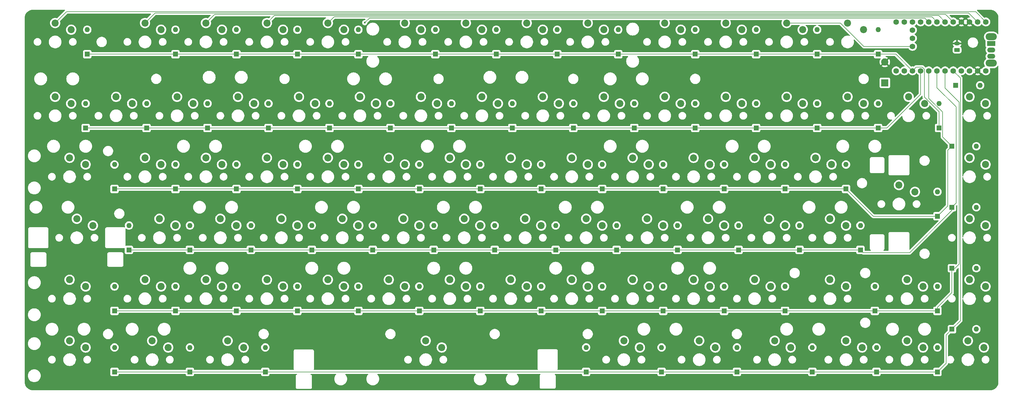
<source format=gbr>
%TF.GenerationSoftware,KiCad,Pcbnew,8.0.4*%
%TF.CreationDate,2024-08-10T17:33:58+02:00*%
%TF.ProjectId,AC-K1-v1,41432d4b-312d-4763-912e-6b696361645f,rev?*%
%TF.SameCoordinates,Original*%
%TF.FileFunction,Copper,L2,Bot*%
%TF.FilePolarity,Positive*%
%FSLAX46Y46*%
G04 Gerber Fmt 4.6, Leading zero omitted, Abs format (unit mm)*
G04 Created by KiCad (PCBNEW 8.0.4) date 2024-08-10 17:33:58*
%MOMM*%
%LPD*%
G01*
G04 APERTURE LIST*
G04 Aperture macros list*
%AMRoundRect*
0 Rectangle with rounded corners*
0 $1 Rounding radius*
0 $2 $3 $4 $5 $6 $7 $8 $9 X,Y pos of 4 corners*
0 Add a 4 corners polygon primitive as box body*
4,1,4,$2,$3,$4,$5,$6,$7,$8,$9,$2,$3,0*
0 Add four circle primitives for the rounded corners*
1,1,$1+$1,$2,$3*
1,1,$1+$1,$4,$5*
1,1,$1+$1,$6,$7*
1,1,$1+$1,$8,$9*
0 Add four rect primitives between the rounded corners*
20,1,$1+$1,$2,$3,$4,$5,0*
20,1,$1+$1,$4,$5,$6,$7,0*
20,1,$1+$1,$6,$7,$8,$9,0*
20,1,$1+$1,$8,$9,$2,$3,0*%
G04 Aperture macros list end*
%TA.AperFunction,ComponentPad*%
%ADD10C,2.200000*%
%TD*%
%TA.AperFunction,ComponentPad*%
%ADD11C,1.752600*%
%TD*%
%TA.AperFunction,ComponentPad*%
%ADD12R,2.250000X2.250000*%
%TD*%
%TA.AperFunction,ComponentPad*%
%ADD13C,2.250000*%
%TD*%
%TA.AperFunction,ComponentPad*%
%ADD14R,1.600000X1.600000*%
%TD*%
%TA.AperFunction,ComponentPad*%
%ADD15O,1.600000X1.600000*%
%TD*%
%TA.AperFunction,ComponentPad*%
%ADD16O,3.500000X2.200000*%
%TD*%
%TA.AperFunction,ComponentPad*%
%ADD17R,2.500000X1.500000*%
%TD*%
%TA.AperFunction,ComponentPad*%
%ADD18O,2.500000X1.500000*%
%TD*%
%TA.AperFunction,ComponentPad*%
%ADD19RoundRect,0.250000X0.625000X-0.350000X0.625000X0.350000X-0.625000X0.350000X-0.625000X-0.350000X0*%
%TD*%
%TA.AperFunction,ComponentPad*%
%ADD20O,1.750000X1.200000*%
%TD*%
%TA.AperFunction,ViaPad*%
%ADD21C,0.600000*%
%TD*%
%TA.AperFunction,Conductor*%
%ADD22C,0.200000*%
%TD*%
G04 APERTURE END LIST*
D10*
%TO.P,SW65,1,1*%
%TO.N,P1.02*%
X293500000Y-162600000D03*
%TO.P,SW65,2,2*%
%TO.N,Net-(D65-A)*%
X298500000Y-164700000D03*
%TD*%
%TO.P,SW8,1,1*%
%TO.N,P0.08*%
X94500000Y-105600000D03*
%TO.P,SW8,2,2*%
%TO.N,Net-(D8-A)*%
X99500000Y-107700000D03*
%TD*%
%TO.P,SW67,1,1*%
%TO.N,P1.07*%
X303500000Y-82600000D03*
%TO.P,SW67,2,2*%
%TO.N,Net-(D67-A)*%
X308500000Y-84700000D03*
%TD*%
%TO.P,SW66,1,1*%
%TO.N,P1.02*%
X299750000Y-181600000D03*
%TO.P,SW66,2,2*%
%TO.N,Net-(D66-A)*%
X304750000Y-183700000D03*
%TD*%
%TO.P,SW3,1,1*%
%TO.N,P0.06*%
X80000000Y-124600000D03*
%TO.P,SW3,2,2*%
%TO.N,Net-(D3-A)*%
X85000000Y-126700000D03*
%TD*%
%TO.P,SW48,1,1*%
%TO.N,P1.04*%
X236500000Y-162600000D03*
%TO.P,SW48,2,2*%
%TO.N,Net-(D48-A)*%
X241500000Y-164700000D03*
%TD*%
%TO.P,SW51,1,1*%
%TO.N,P1.06*%
X255500000Y-124600000D03*
%TO.P,SW51,2,2*%
%TO.N,Net-(D51-A)*%
X260500000Y-126700000D03*
%TD*%
%TO.P,SW61,1,1*%
%TO.N,P1.02*%
X284500000Y-82600000D03*
%TO.P,SW61,2,2*%
%TO.N,Net-(D61-A)*%
X289500000Y-84700000D03*
%TD*%
%TO.P,SW69,1,1*%
%TO.N,P1.07*%
X312500000Y-124600000D03*
%TO.P,SW69,2,2*%
%TO.N,Net-(D69-A)*%
X317500000Y-126700000D03*
%TD*%
%TO.P,SW54,1,1*%
%TO.N,P1.06*%
X252750000Y-181600000D03*
%TO.P,SW54,2,2*%
%TO.N,Net-(D54-A)*%
X257750000Y-183700000D03*
%TD*%
%TO.P,SW64,1,1*%
%TO.N,P1.02*%
X298000000Y-143600000D03*
%TO.P,SW64,2,2*%
%TO.N,Net-(D64-A)*%
X303000000Y-145700000D03*
%TD*%
%TO.P,SW18,1,1*%
%TO.N,P0.17*%
X129250000Y-181600000D03*
%TO.P,SW18,2,2*%
%TO.N,Net-(D18-A)*%
X134250000Y-183700000D03*
%TD*%
%TO.P,SW49,1,1*%
%TO.N,P1.06*%
X241500000Y-82600000D03*
%TO.P,SW49,2,2*%
%TO.N,Net-(D49-A)*%
X246500000Y-84700000D03*
%TD*%
%TO.P,SW63,1,1*%
%TO.N,P1.02*%
X293500000Y-124600000D03*
%TO.P,SW63,2,2*%
%TO.N,Net-(D63-A)*%
X298500000Y-126700000D03*
%TD*%
%TO.P,SW77,1,1*%
%TO.N,P0.09*%
X341000000Y-181600000D03*
%TO.P,SW77,2,2*%
%TO.N,Net-(D77-A)*%
X346000000Y-183700000D03*
%TD*%
%TO.P,SW11,1,1*%
%TO.N,P0.08*%
X103500000Y-162600000D03*
%TO.P,SW11,2,2*%
%TO.N,Net-(D11-A)*%
X108500000Y-164700000D03*
%TD*%
%TO.P,SW24,1,1*%
%TO.N,P0.22*%
X160500000Y-82600000D03*
%TO.P,SW24,2,2*%
%TO.N,Net-(D24-A)*%
X165500000Y-84700000D03*
%TD*%
%TO.P,SW83,1,1*%
%TO.N,P0.10*%
X360000000Y-181600000D03*
%TO.P,SW83,2,2*%
%TO.N,Net-(D83-A)*%
X365000000Y-183700000D03*
%TD*%
%TO.P,SW42,1,1*%
%TO.N,P0.11*%
X222000000Y-143600000D03*
%TO.P,SW42,2,2*%
%TO.N,Net-(D42-A)*%
X227000000Y-145700000D03*
%TD*%
%TO.P,SW53,1,1*%
%TO.N,P1.06*%
X255500000Y-162600000D03*
%TO.P,SW53,2,2*%
%TO.N,Net-(D53-A)*%
X260500000Y-164700000D03*
%TD*%
%TO.P,SW55,1,1*%
%TO.N,P1.01*%
X265500000Y-82600000D03*
%TO.P,SW55,2,2*%
%TO.N,Net-(D55-A)*%
X270500000Y-84700000D03*
%TD*%
%TO.P,SW23,1,1*%
%TO.N,P0.20*%
X141500000Y-162600000D03*
%TO.P,SW23,2,2*%
%TO.N,Net-(D23-A)*%
X146500000Y-164700000D03*
%TD*%
%TO.P,SW75,1,1*%
%TO.N,P0.09*%
X338500000Y-133100000D03*
%TO.P,SW75,2,2*%
%TO.N,Net-(D75-A)*%
X343500000Y-135200000D03*
%TD*%
%TO.P,SW72,1,1*%
%TO.N,P1.07*%
X322000000Y-181600000D03*
%TO.P,SW72,2,2*%
%TO.N,Net-(D72-A)*%
X327000000Y-183700000D03*
%TD*%
%TO.P,SW20,1,1*%
%TO.N,P0.20*%
X132500000Y-105600000D03*
%TO.P,SW20,2,2*%
%TO.N,Net-(D20-A)*%
X137500000Y-107700000D03*
%TD*%
%TO.P,SW6,1,1*%
%TO.N,P0.06*%
X80000000Y-181600000D03*
%TO.P,SW6,2,2*%
%TO.N,Net-(D6-A)*%
X85000000Y-183700000D03*
%TD*%
%TO.P,SW60,1,1*%
%TO.N,P1.01*%
X276250000Y-181600000D03*
%TO.P,SW60,2,2*%
%TO.N,Net-(D60-A)*%
X281250000Y-183700000D03*
%TD*%
D11*
%TO.P,U1,1,TX0/P0.06*%
%TO.N,P0.06*%
X365580000Y-82260000D03*
%TO.P,U1,2,RX1/P0.08*%
%TO.N,P0.08*%
X363040000Y-82260000D03*
%TO.P,U1,3,GND*%
%TO.N,GND*%
X360500000Y-82260000D03*
%TO.P,U1,4,GND*%
X357960000Y-82260000D03*
%TO.P,U1,5,P0.17*%
%TO.N,P0.17*%
X355420000Y-82260000D03*
%TO.P,U1,6,P0.20*%
%TO.N,P0.20*%
X352880000Y-82260000D03*
%TO.P,U1,7,P0.22*%
%TO.N,P0.22*%
X350340000Y-82260000D03*
%TO.P,U1,8,P0.24*%
%TO.N,P0.24*%
X347800000Y-82260000D03*
%TO.P,U1,9,P1.00*%
%TO.N,P1.00*%
X345260000Y-82260000D03*
%TO.P,U1,10,P0.11*%
%TO.N,P0.11*%
X342720000Y-82260000D03*
%TO.P,U1,11,P1.04*%
%TO.N,P1.04*%
X340180000Y-82260000D03*
%TO.P,U1,12,P1.06*%
%TO.N,P1.06*%
X337640000Y-82260000D03*
%TO.P,U1,13,NFC1/P0.09*%
%TO.N,P0.09*%
X337640000Y-97500000D03*
%TO.P,U1,14,NFC2/P0.10*%
%TO.N,P0.10*%
X340180000Y-97500000D03*
%TO.P,U1,15,P1.11*%
%TO.N,P1.11*%
X342720000Y-97500000D03*
%TO.P,U1,16,P1.13*%
%TO.N,P1.13*%
X345260000Y-97500000D03*
%TO.P,U1,17,P1.15*%
%TO.N,P1.15*%
X347800000Y-97500000D03*
%TO.P,U1,18,AIN0/P0.02*%
%TO.N,P0.02*%
X350340000Y-97500000D03*
%TO.P,U1,19,AIN5/P0.29*%
%TO.N,P0.29*%
X352880000Y-97500000D03*
%TO.P,U1,20,AIN7/P0.31*%
%TO.N,P0.31*%
X355420000Y-97500000D03*
%TO.P,U1,21,VCC*%
%TO.N,unconnected-(U1-VCC-Pad21)*%
X357960000Y-97500000D03*
%TO.P,U1,22,RST*%
%TO.N,RESET*%
X360500000Y-97500000D03*
%TO.P,U1,23,GND*%
%TO.N,GND*%
X363040000Y-97500000D03*
%TO.P,U1,24,BATIN/P0.04*%
%TO.N,BATIN*%
X365580000Y-97500000D03*
%TO.P,U1,31,P1.01*%
%TO.N,P1.01*%
X342720000Y-84800000D03*
%TO.P,U1,32,P1.02*%
%TO.N,P1.02*%
X342720000Y-87340000D03*
%TO.P,U1,33,P1.07*%
%TO.N,P1.07*%
X342720000Y-89880000D03*
%TD*%
D10*
%TO.P,SW36,1,1*%
%TO.N,P1.00*%
X203000000Y-143600000D03*
%TO.P,SW36,2,2*%
%TO.N,Net-(D36-A)*%
X208000000Y-145700000D03*
%TD*%
%TO.P,SW52,1,1*%
%TO.N,P1.06*%
X260000000Y-143600000D03*
%TO.P,SW52,2,2*%
%TO.N,Net-(D52-A)*%
X265000000Y-145700000D03*
%TD*%
%TO.P,SW41,1,1*%
%TO.N,P0.11*%
X217500000Y-124600000D03*
%TO.P,SW41,2,2*%
%TO.N,Net-(D41-A)*%
X222500000Y-126700000D03*
%TD*%
%TO.P,SW45,1,1*%
%TO.N,P1.04*%
X227500000Y-105600000D03*
%TO.P,SW45,2,2*%
%TO.N,Net-(D45-A)*%
X232500000Y-107700000D03*
%TD*%
%TO.P,SW1,1,1*%
%TO.N,P0.06*%
X75500000Y-82600000D03*
%TO.P,SW1,2,2*%
%TO.N,Net-(D1-A)*%
X80500000Y-84700000D03*
%TD*%
%TO.P,SW74,1,1*%
%TO.N,P0.09*%
X322500000Y-105600000D03*
%TO.P,SW74,2,2*%
%TO.N,Net-(D74-A)*%
X327500000Y-107700000D03*
%TD*%
%TO.P,SW58,1,1*%
%TO.N,P1.01*%
X279000000Y-143600000D03*
%TO.P,SW58,2,2*%
%TO.N,Net-(D58-A)*%
X284000000Y-145700000D03*
%TD*%
%TO.P,SW78,1,1*%
%TO.N,P0.10*%
X341500000Y-105600000D03*
%TO.P,SW78,2,2*%
%TO.N,Net-(D78-A)*%
X346500000Y-107700000D03*
%TD*%
%TO.P,SW46,1,1*%
%TO.N,P1.04*%
X236500000Y-124600000D03*
%TO.P,SW46,2,2*%
%TO.N,Net-(D46-A)*%
X241500000Y-126700000D03*
%TD*%
%TO.P,SW39,1,1*%
%TO.N,P0.11*%
X203500000Y-82600000D03*
%TO.P,SW39,2,2*%
%TO.N,Net-(D39-A)*%
X208500000Y-84700000D03*
%TD*%
%TO.P,SW37,1,1*%
%TO.N,P1.00*%
X198500000Y-162600000D03*
%TO.P,SW37,2,2*%
%TO.N,Net-(D37-A)*%
X203500000Y-164700000D03*
%TD*%
%TO.P,SW29,1,1*%
%TO.N,P0.24*%
X170500000Y-105600000D03*
%TO.P,SW29,2,2*%
%TO.N,Net-(D29-A)*%
X175500000Y-107700000D03*
%TD*%
%TO.P,SW15,1,1*%
%TO.N,P0.17*%
X122500000Y-124600000D03*
%TO.P,SW15,2,2*%
%TO.N,Net-(D15-A)*%
X127500000Y-126700000D03*
%TD*%
%TO.P,SW35,1,1*%
%TO.N,P1.00*%
X198500000Y-124600000D03*
%TO.P,SW35,2,2*%
%TO.N,Net-(D35-A)*%
X203500000Y-126700000D03*
%TD*%
%TO.P,SW13,1,1*%
%TO.N,P0.17*%
X122500000Y-82600000D03*
%TO.P,SW13,2,2*%
%TO.N,Net-(D13-A)*%
X127500000Y-84700000D03*
%TD*%
%TO.P,SW79,1,1*%
%TO.N,P0.10*%
X360500000Y-105600000D03*
%TO.P,SW79,2,2*%
%TO.N,Net-(D79-A)*%
X365500000Y-107700000D03*
%TD*%
%TO.P,SW28,1,1*%
%TO.N,P0.22*%
X160500000Y-162600000D03*
%TO.P,SW28,2,2*%
%TO.N,Net-(D28-A)*%
X165500000Y-164700000D03*
%TD*%
%TO.P,SW7,1,1*%
%TO.N,P0.08*%
X103500000Y-82600000D03*
%TO.P,SW7,2,2*%
%TO.N,Net-(D7-A)*%
X108500000Y-84700000D03*
%TD*%
%TO.P,SW70,1,1*%
%TO.N,P1.07*%
X317000000Y-143600000D03*
%TO.P,SW70,2,2*%
%TO.N,Net-(D70-A)*%
X322000000Y-145700000D03*
%TD*%
%TO.P,SW2,1,1*%
%TO.N,P0.06*%
X75500000Y-105600000D03*
%TO.P,SW2,2,2*%
%TO.N,Net-(D2-A)*%
X80500000Y-107700000D03*
%TD*%
%TO.P,SW62,1,1*%
%TO.N,P1.02*%
X284500000Y-105600000D03*
%TO.P,SW62,2,2*%
%TO.N,Net-(D62-A)*%
X289500000Y-107700000D03*
%TD*%
%TO.P,SW12,1,1*%
%TO.N,P0.08*%
X105750000Y-181600000D03*
%TO.P,SW12,2,2*%
%TO.N,Net-(D12-A)*%
X110750000Y-183700000D03*
%TD*%
%TO.P,SW32,1,1*%
%TO.N,P0.24*%
X179500000Y-162600000D03*
%TO.P,SW32,2,2*%
%TO.N,Net-(D32-A)*%
X184500000Y-164700000D03*
%TD*%
%TO.P,SW30,1,1*%
%TO.N,P0.24*%
X179500000Y-124600000D03*
%TO.P,SW30,2,2*%
%TO.N,Net-(D30-A)*%
X184500000Y-126700000D03*
%TD*%
%TO.P,SW33,1,1*%
%TO.N,P1.00*%
X184500000Y-82600000D03*
%TO.P,SW33,2,2*%
%TO.N,Net-(D33-A)*%
X189500000Y-84700000D03*
%TD*%
D12*
%TO.P,SW85,1,1*%
%TO.N,RESET*%
X334100000Y-101250000D03*
D13*
%TO.P,SW85,2,2*%
%TO.N,GND*%
X334100000Y-94750000D03*
%TD*%
D10*
%TO.P,SW57,1,1*%
%TO.N,P1.01*%
X274500000Y-124600000D03*
%TO.P,SW57,2,2*%
%TO.N,Net-(D57-A)*%
X279500000Y-126700000D03*
%TD*%
%TO.P,SW71,1,1*%
%TO.N,P1.07*%
X317000000Y-162600000D03*
%TO.P,SW71,2,2*%
%TO.N,Net-(D71-A)*%
X322000000Y-164700000D03*
%TD*%
%TO.P,SW56,1,1*%
%TO.N,P1.01*%
X265500000Y-105600000D03*
%TO.P,SW56,2,2*%
%TO.N,Net-(D56-A)*%
X270500000Y-107700000D03*
%TD*%
%TO.P,SW16,1,1*%
%TO.N,P0.17*%
X127000000Y-143600000D03*
%TO.P,SW16,2,2*%
%TO.N,Net-(D16-A)*%
X132000000Y-145700000D03*
%TD*%
%TO.P,SW38,1,1*%
%TO.N,P1.00*%
X191000000Y-181600000D03*
%TO.P,SW38,2,2*%
%TO.N,Net-(D38-A)*%
X196000000Y-183700000D03*
%TD*%
%TO.P,SW80,1,1*%
%TO.N,P0.10*%
X360500000Y-124600000D03*
%TO.P,SW80,2,2*%
%TO.N,Net-(D80-A)*%
X365500000Y-126700000D03*
%TD*%
%TO.P,SW81,1,1*%
%TO.N,P0.10*%
X360500000Y-143600000D03*
%TO.P,SW81,2,2*%
%TO.N,Net-(D81-A)*%
X365500000Y-145700000D03*
%TD*%
%TO.P,SW5,1,1*%
%TO.N,P0.06*%
X80000000Y-162600000D03*
%TO.P,SW5,2,2*%
%TO.N,Net-(D5-A)*%
X85000000Y-164700000D03*
%TD*%
%TO.P,SW10,1,1*%
%TO.N,P0.08*%
X108000000Y-143600000D03*
%TO.P,SW10,2,2*%
%TO.N,Net-(D10-A)*%
X113000000Y-145700000D03*
%TD*%
%TO.P,SW21,1,1*%
%TO.N,P0.20*%
X141500000Y-124600000D03*
%TO.P,SW21,2,2*%
%TO.N,Net-(D21-A)*%
X146500000Y-126700000D03*
%TD*%
%TO.P,SW76,1,1*%
%TO.N,P0.09*%
X341000000Y-162600000D03*
%TO.P,SW76,2,2*%
%TO.N,Net-(D76-A)*%
X346000000Y-164700000D03*
%TD*%
%TO.P,SW25,1,1*%
%TO.N,P0.22*%
X151500000Y-105600000D03*
%TO.P,SW25,2,2*%
%TO.N,Net-(D25-A)*%
X156500000Y-107700000D03*
%TD*%
%TO.P,SW43,1,1*%
%TO.N,P0.11*%
X217500000Y-162600000D03*
%TO.P,SW43,2,2*%
%TO.N,Net-(D43-A)*%
X222500000Y-164700000D03*
%TD*%
%TO.P,SW68,1,1*%
%TO.N,P1.07*%
X303500000Y-105600000D03*
%TO.P,SW68,2,2*%
%TO.N,Net-(D68-A)*%
X308500000Y-107700000D03*
%TD*%
%TO.P,SW22,1,1*%
%TO.N,P0.20*%
X146000000Y-143600000D03*
%TO.P,SW22,2,2*%
%TO.N,Net-(D22-A)*%
X151000000Y-145700000D03*
%TD*%
%TO.P,SW14,1,1*%
%TO.N,P0.17*%
X113500000Y-105600000D03*
%TO.P,SW14,2,2*%
%TO.N,Net-(D14-A)*%
X118500000Y-107700000D03*
%TD*%
%TO.P,SW19,1,1*%
%TO.N,P0.20*%
X141500000Y-82600000D03*
%TO.P,SW19,2,2*%
%TO.N,Net-(D19-A)*%
X146500000Y-84700000D03*
%TD*%
%TO.P,SW44,1,1*%
%TO.N,P1.04*%
X222500000Y-82600000D03*
%TO.P,SW44,2,2*%
%TO.N,Net-(D44-A)*%
X227500000Y-84700000D03*
%TD*%
%TO.P,SW82,1,1*%
%TO.N,P0.10*%
X360500000Y-162600000D03*
%TO.P,SW82,2,2*%
%TO.N,Net-(D82-A)*%
X365500000Y-164700000D03*
%TD*%
%TO.P,SW59,1,1*%
%TO.N,P1.01*%
X274500000Y-162600000D03*
%TO.P,SW59,2,2*%
%TO.N,Net-(D59-A)*%
X279500000Y-164700000D03*
%TD*%
%TO.P,SW40,1,1*%
%TO.N,P0.11*%
X208500000Y-105600000D03*
%TO.P,SW40,2,2*%
%TO.N,Net-(D40-A)*%
X213500000Y-107700000D03*
%TD*%
%TO.P,SW31,1,1*%
%TO.N,P0.24*%
X184000000Y-143600000D03*
%TO.P,SW31,2,2*%
%TO.N,Net-(D31-A)*%
X189000000Y-145700000D03*
%TD*%
%TO.P,SW26,1,1*%
%TO.N,P0.22*%
X160500000Y-124600000D03*
%TO.P,SW26,2,2*%
%TO.N,Net-(D26-A)*%
X165500000Y-126700000D03*
%TD*%
%TO.P,SW73,1,1*%
%TO.N,P0.09*%
X322500000Y-82600000D03*
%TO.P,SW73,2,2*%
%TO.N,Net-(D73-A)*%
X327500000Y-84700000D03*
%TD*%
%TO.P,SW50,1,1*%
%TO.N,P1.06*%
X246500000Y-105600000D03*
%TO.P,SW50,2,2*%
%TO.N,Net-(D50-A)*%
X251500000Y-107700000D03*
%TD*%
%TO.P,SW27,1,1*%
%TO.N,P0.22*%
X165000000Y-143600000D03*
%TO.P,SW27,2,2*%
%TO.N,Net-(D27-A)*%
X170000000Y-145700000D03*
%TD*%
%TO.P,SW47,1,1*%
%TO.N,P1.04*%
X241000000Y-143600000D03*
%TO.P,SW47,2,2*%
%TO.N,Net-(D47-A)*%
X246000000Y-145700000D03*
%TD*%
%TO.P,SW9,1,1*%
%TO.N,P0.08*%
X103500000Y-124600000D03*
%TO.P,SW9,2,2*%
%TO.N,Net-(D9-A)*%
X108500000Y-126700000D03*
%TD*%
%TO.P,SW17,1,1*%
%TO.N,P0.17*%
X122500000Y-162600000D03*
%TO.P,SW17,2,2*%
%TO.N,Net-(D17-A)*%
X127500000Y-164700000D03*
%TD*%
%TO.P,SW4,1,1*%
%TO.N,P0.06*%
X82250000Y-143600000D03*
%TO.P,SW4,2,2*%
%TO.N,Net-(D4-A)*%
X87250000Y-145700000D03*
%TD*%
%TO.P,SW34,1,1*%
%TO.N,P1.00*%
X189500000Y-105600000D03*
%TO.P,SW34,2,2*%
%TO.N,Net-(D34-A)*%
X194500000Y-107700000D03*
%TD*%
D14*
%TO.P,D8,1,K*%
%TO.N,P1.13*%
X104000000Y-115310000D03*
D15*
%TO.P,D8,2,A*%
%TO.N,Net-(D8-A)*%
X104000000Y-107690000D03*
%TD*%
D14*
%TO.P,D62,1,K*%
%TO.N,P1.13*%
X294000000Y-115310000D03*
D15*
%TO.P,D62,2,A*%
%TO.N,Net-(D62-A)*%
X294000000Y-107690000D03*
%TD*%
D14*
%TO.P,D57,1,K*%
%TO.N,P1.15*%
X284000000Y-134310000D03*
D15*
%TO.P,D57,2,A*%
%TO.N,Net-(D57-A)*%
X284000000Y-126690000D03*
%TD*%
D14*
%TO.P,D79,1,K*%
%TO.N,P1.13*%
X356190000Y-102000000D03*
D15*
%TO.P,D79,2,A*%
%TO.N,Net-(D79-A)*%
X363810000Y-102000000D03*
%TD*%
D14*
%TO.P,D20,1,K*%
%TO.N,P1.13*%
X142000000Y-115310000D03*
D15*
%TO.P,D20,2,A*%
%TO.N,Net-(D20-A)*%
X142000000Y-107690000D03*
%TD*%
D14*
%TO.P,D77,1,K*%
%TO.N,P0.31*%
X350500000Y-191310000D03*
D15*
%TO.P,D77,2,A*%
%TO.N,Net-(D77-A)*%
X350500000Y-183690000D03*
%TD*%
D14*
%TO.P,D49,1,K*%
%TO.N,P1.11*%
X251000000Y-92310000D03*
D15*
%TO.P,D49,2,A*%
%TO.N,Net-(D49-A)*%
X251000000Y-84690000D03*
%TD*%
D14*
%TO.P,D31,1,K*%
%TO.N,P0.02*%
X193500000Y-153310000D03*
D15*
%TO.P,D31,2,A*%
%TO.N,Net-(D31-A)*%
X193500000Y-145690000D03*
%TD*%
D14*
%TO.P,D41,1,K*%
%TO.N,P1.15*%
X227000000Y-134310000D03*
D15*
%TO.P,D41,2,A*%
%TO.N,Net-(D41-A)*%
X227000000Y-126690000D03*
%TD*%
D14*
%TO.P,D21,1,K*%
%TO.N,P1.15*%
X151000000Y-134310000D03*
D15*
%TO.P,D21,2,A*%
%TO.N,Net-(D21-A)*%
X151000000Y-126690000D03*
%TD*%
D14*
%TO.P,D72,1,K*%
%TO.N,P0.31*%
X331500000Y-191310000D03*
D15*
%TO.P,D72,2,A*%
%TO.N,Net-(D72-A)*%
X331500000Y-183690000D03*
%TD*%
D14*
%TO.P,D58,1,K*%
%TO.N,P0.02*%
X288500000Y-153310000D03*
D15*
%TO.P,D58,2,A*%
%TO.N,Net-(D58-A)*%
X288500000Y-145690000D03*
%TD*%
D14*
%TO.P,D15,1,K*%
%TO.N,P1.15*%
X132000000Y-134310000D03*
D15*
%TO.P,D15,2,A*%
%TO.N,Net-(D15-A)*%
X132000000Y-126690000D03*
%TD*%
D14*
%TO.P,D27,1,K*%
%TO.N,P0.02*%
X174500000Y-153310000D03*
D15*
%TO.P,D27,2,A*%
%TO.N,Net-(D27-A)*%
X174500000Y-145690000D03*
%TD*%
D14*
%TO.P,D75,1,K*%
%TO.N,P1.15*%
X350500000Y-142810000D03*
D15*
%TO.P,D75,2,A*%
%TO.N,Net-(D75-A)*%
X350500000Y-135190000D03*
%TD*%
D14*
%TO.P,D66,1,K*%
%TO.N,P0.31*%
X311500000Y-191310000D03*
D15*
%TO.P,D66,2,A*%
%TO.N,Net-(D66-A)*%
X311500000Y-183690000D03*
%TD*%
D14*
%TO.P,D68,1,K*%
%TO.N,P1.13*%
X313000000Y-115310000D03*
D15*
%TO.P,D68,2,A*%
%TO.N,Net-(D68-A)*%
X313000000Y-107690000D03*
%TD*%
D14*
%TO.P,D17,1,K*%
%TO.N,P0.29*%
X132000000Y-172310000D03*
D15*
%TO.P,D17,2,A*%
%TO.N,Net-(D17-A)*%
X132000000Y-164690000D03*
%TD*%
D14*
%TO.P,D45,1,K*%
%TO.N,P1.13*%
X237000000Y-115310000D03*
D15*
%TO.P,D45,2,A*%
%TO.N,Net-(D45-A)*%
X237000000Y-107690000D03*
%TD*%
D14*
%TO.P,D18,1,K*%
%TO.N,P0.31*%
X141000000Y-191310000D03*
D15*
%TO.P,D18,2,A*%
%TO.N,Net-(D18-A)*%
X141000000Y-183690000D03*
%TD*%
D14*
%TO.P,D28,1,K*%
%TO.N,P0.29*%
X170000000Y-172310000D03*
D15*
%TO.P,D28,2,A*%
%TO.N,Net-(D28-A)*%
X170000000Y-164690000D03*
%TD*%
D14*
%TO.P,D80,1,K*%
%TO.N,P1.15*%
X355000000Y-121000000D03*
D15*
%TO.P,D80,2,A*%
%TO.N,Net-(D80-A)*%
X362620000Y-121000000D03*
%TD*%
D14*
%TO.P,D10,1,K*%
%TO.N,P0.02*%
X117500000Y-153310000D03*
D15*
%TO.P,D10,2,A*%
%TO.N,Net-(D10-A)*%
X117500000Y-145690000D03*
%TD*%
D14*
%TO.P,D11,1,K*%
%TO.N,P0.29*%
X113000000Y-172310000D03*
D15*
%TO.P,D11,2,A*%
%TO.N,Net-(D11-A)*%
X113000000Y-164690000D03*
%TD*%
D14*
%TO.P,D56,1,K*%
%TO.N,P1.13*%
X275000000Y-115310000D03*
D15*
%TO.P,D56,2,A*%
%TO.N,Net-(D56-A)*%
X275000000Y-107690000D03*
%TD*%
D14*
%TO.P,D44,1,K*%
%TO.N,P1.11*%
X232000000Y-92310000D03*
D15*
%TO.P,D44,2,A*%
%TO.N,Net-(D44-A)*%
X232000000Y-84690000D03*
%TD*%
D16*
%TO.P,SW84,*%
%TO.N,*%
X367250000Y-86900000D03*
X367250000Y-95100000D03*
D17*
%TO.P,SW84,1,A*%
%TO.N,unconnected-(SW84-A-Pad1)*%
X367250000Y-89000000D03*
D18*
%TO.P,SW84,2,B*%
%TO.N,Net-(SW84-B)*%
X367250000Y-91000000D03*
%TO.P,SW84,3,C*%
%TO.N,BATIN*%
X367250000Y-93000000D03*
%TD*%
D14*
%TO.P,D5,1,K*%
%TO.N,P0.29*%
X94000000Y-172310000D03*
D15*
%TO.P,D5,2,A*%
%TO.N,Net-(D5-A)*%
X94000000Y-164690000D03*
%TD*%
D14*
%TO.P,D16,1,K*%
%TO.N,P0.02*%
X136500000Y-153310000D03*
D15*
%TO.P,D16,2,A*%
%TO.N,Net-(D16-A)*%
X136500000Y-145690000D03*
%TD*%
D14*
%TO.P,D39,1,K*%
%TO.N,P1.11*%
X213000000Y-92310000D03*
D15*
%TO.P,D39,2,A*%
%TO.N,Net-(D39-A)*%
X213000000Y-84690000D03*
%TD*%
D14*
%TO.P,D73,1,K*%
%TO.N,P1.11*%
X332000000Y-92310000D03*
D15*
%TO.P,D73,2,A*%
%TO.N,Net-(D73-A)*%
X332000000Y-84690000D03*
%TD*%
D14*
%TO.P,D32,1,K*%
%TO.N,P0.29*%
X189000000Y-172310000D03*
D15*
%TO.P,D32,2,A*%
%TO.N,Net-(D32-A)*%
X189000000Y-164690000D03*
%TD*%
D14*
%TO.P,D83,1,K*%
%TO.N,P0.31*%
X355000000Y-178000000D03*
D15*
%TO.P,D83,2,A*%
%TO.N,Net-(D83-A)*%
X362620000Y-178000000D03*
%TD*%
D14*
%TO.P,D33,1,K*%
%TO.N,P1.11*%
X194000000Y-92310000D03*
D15*
%TO.P,D33,2,A*%
%TO.N,Net-(D33-A)*%
X194000000Y-84690000D03*
%TD*%
D14*
%TO.P,D4,1,K*%
%TO.N,P0.02*%
X98500000Y-153310000D03*
D15*
%TO.P,D4,2,A*%
%TO.N,Net-(D4-A)*%
X98500000Y-145690000D03*
%TD*%
D14*
%TO.P,D26,1,K*%
%TO.N,P1.15*%
X170000000Y-134310000D03*
D15*
%TO.P,D26,2,A*%
%TO.N,Net-(D26-A)*%
X170000000Y-126690000D03*
%TD*%
D14*
%TO.P,D74,1,K*%
%TO.N,P1.13*%
X332000000Y-115310000D03*
D15*
%TO.P,D74,2,A*%
%TO.N,Net-(D74-A)*%
X332000000Y-107690000D03*
%TD*%
D14*
%TO.P,D3,1,K*%
%TO.N,P1.15*%
X94000000Y-134310000D03*
D15*
%TO.P,D3,2,A*%
%TO.N,Net-(D3-A)*%
X94000000Y-126690000D03*
%TD*%
D14*
%TO.P,D76,1,K*%
%TO.N,P0.29*%
X350500000Y-172310000D03*
D15*
%TO.P,D76,2,A*%
%TO.N,Net-(D76-A)*%
X350500000Y-164690000D03*
%TD*%
D14*
%TO.P,D1,1,K*%
%TO.N,P1.11*%
X85500000Y-92310000D03*
D15*
%TO.P,D1,2,A*%
%TO.N,Net-(D1-A)*%
X85500000Y-84690000D03*
%TD*%
D14*
%TO.P,D30,1,K*%
%TO.N,P1.15*%
X189000000Y-134310000D03*
D15*
%TO.P,D30,2,A*%
%TO.N,Net-(D30-A)*%
X189000000Y-126690000D03*
%TD*%
D14*
%TO.P,D47,1,K*%
%TO.N,P0.02*%
X250500000Y-153310000D03*
D15*
%TO.P,D47,2,A*%
%TO.N,Net-(D47-A)*%
X250500000Y-145690000D03*
%TD*%
D14*
%TO.P,D51,1,K*%
%TO.N,P1.15*%
X265000000Y-134310000D03*
D15*
%TO.P,D51,2,A*%
%TO.N,Net-(D51-A)*%
X265000000Y-126690000D03*
%TD*%
D14*
%TO.P,D50,1,K*%
%TO.N,P1.13*%
X256000000Y-115310000D03*
D15*
%TO.P,D50,2,A*%
%TO.N,Net-(D50-A)*%
X256000000Y-107690000D03*
%TD*%
D14*
%TO.P,D12,1,K*%
%TO.N,P0.31*%
X117500000Y-191310000D03*
D15*
%TO.P,D12,2,A*%
%TO.N,Net-(D12-A)*%
X117500000Y-183690000D03*
%TD*%
D14*
%TO.P,D29,1,K*%
%TO.N,P1.13*%
X180000000Y-115310000D03*
D15*
%TO.P,D29,2,A*%
%TO.N,Net-(D29-A)*%
X180000000Y-107690000D03*
%TD*%
D14*
%TO.P,D70,1,K*%
%TO.N,P0.02*%
X326500000Y-153310000D03*
D15*
%TO.P,D70,2,A*%
%TO.N,Net-(D70-A)*%
X326500000Y-145690000D03*
%TD*%
D14*
%TO.P,D71,1,K*%
%TO.N,P0.29*%
X331000000Y-172310000D03*
D15*
%TO.P,D71,2,A*%
%TO.N,Net-(D71-A)*%
X331000000Y-164690000D03*
%TD*%
D14*
%TO.P,D54,1,K*%
%TO.N,P0.31*%
X264500000Y-191310000D03*
D15*
%TO.P,D54,2,A*%
%TO.N,Net-(D54-A)*%
X264500000Y-183690000D03*
%TD*%
D14*
%TO.P,D46,1,K*%
%TO.N,P1.15*%
X246000000Y-134310000D03*
D15*
%TO.P,D46,2,A*%
%TO.N,Net-(D46-A)*%
X246000000Y-126690000D03*
%TD*%
D14*
%TO.P,D37,1,K*%
%TO.N,P0.29*%
X208000000Y-172310000D03*
D15*
%TO.P,D37,2,A*%
%TO.N,Net-(D37-A)*%
X208000000Y-164690000D03*
%TD*%
D14*
%TO.P,D34,1,K*%
%TO.N,P1.13*%
X199000000Y-115310000D03*
D15*
%TO.P,D34,2,A*%
%TO.N,Net-(D34-A)*%
X199000000Y-107690000D03*
%TD*%
D14*
%TO.P,D60,1,K*%
%TO.N,P0.31*%
X288000000Y-191310000D03*
D15*
%TO.P,D60,2,A*%
%TO.N,Net-(D60-A)*%
X288000000Y-183690000D03*
%TD*%
D14*
%TO.P,D64,1,K*%
%TO.N,P0.02*%
X307500000Y-153310000D03*
D15*
%TO.P,D64,2,A*%
%TO.N,Net-(D64-A)*%
X307500000Y-145690000D03*
%TD*%
D14*
%TO.P,D48,1,K*%
%TO.N,P0.29*%
X246000000Y-172310000D03*
D15*
%TO.P,D48,2,A*%
%TO.N,Net-(D48-A)*%
X246000000Y-164690000D03*
%TD*%
D14*
%TO.P,D63,1,K*%
%TO.N,P1.15*%
X303000000Y-134310000D03*
D15*
%TO.P,D63,2,A*%
%TO.N,Net-(D63-A)*%
X303000000Y-126690000D03*
%TD*%
D14*
%TO.P,D2,1,K*%
%TO.N,P1.13*%
X85000000Y-115310000D03*
D15*
%TO.P,D2,2,A*%
%TO.N,Net-(D2-A)*%
X85000000Y-107690000D03*
%TD*%
D14*
%TO.P,D23,1,K*%
%TO.N,P0.29*%
X151000000Y-172310000D03*
D15*
%TO.P,D23,2,A*%
%TO.N,Net-(D23-A)*%
X151000000Y-164690000D03*
%TD*%
D14*
%TO.P,D67,1,K*%
%TO.N,P1.11*%
X313000000Y-92310000D03*
D15*
%TO.P,D67,2,A*%
%TO.N,Net-(D67-A)*%
X313000000Y-84690000D03*
%TD*%
D14*
%TO.P,D55,1,K*%
%TO.N,P1.11*%
X275000000Y-92310000D03*
D15*
%TO.P,D55,2,A*%
%TO.N,Net-(D55-A)*%
X275000000Y-84690000D03*
%TD*%
D14*
%TO.P,D81,1,K*%
%TO.N,P0.02*%
X355000000Y-140000000D03*
D15*
%TO.P,D81,2,A*%
%TO.N,Net-(D81-A)*%
X362620000Y-140000000D03*
%TD*%
D14*
%TO.P,D59,1,K*%
%TO.N,P0.29*%
X284000000Y-172310000D03*
D15*
%TO.P,D59,2,A*%
%TO.N,Net-(D59-A)*%
X284000000Y-164690000D03*
%TD*%
D14*
%TO.P,D25,1,K*%
%TO.N,P1.13*%
X161000000Y-115310000D03*
D15*
%TO.P,D25,2,A*%
%TO.N,Net-(D25-A)*%
X161000000Y-107690000D03*
%TD*%
D14*
%TO.P,D35,1,K*%
%TO.N,P1.15*%
X208000000Y-134310000D03*
D15*
%TO.P,D35,2,A*%
%TO.N,Net-(D35-A)*%
X208000000Y-126690000D03*
%TD*%
D14*
%TO.P,D14,1,K*%
%TO.N,P1.13*%
X123000000Y-115310000D03*
D15*
%TO.P,D14,2,A*%
%TO.N,Net-(D14-A)*%
X123000000Y-107690000D03*
%TD*%
D14*
%TO.P,D38,1,K*%
%TO.N,P0.31*%
X241000000Y-191310000D03*
D15*
%TO.P,D38,2,A*%
%TO.N,Net-(D38-A)*%
X241000000Y-183690000D03*
%TD*%
D14*
%TO.P,D82,1,K*%
%TO.N,P0.29*%
X355000000Y-159000000D03*
D15*
%TO.P,D82,2,A*%
%TO.N,Net-(D82-A)*%
X362620000Y-159000000D03*
%TD*%
D14*
%TO.P,D42,1,K*%
%TO.N,P0.02*%
X231500000Y-153310000D03*
D15*
%TO.P,D42,2,A*%
%TO.N,Net-(D42-A)*%
X231500000Y-145690000D03*
%TD*%
D14*
%TO.P,D36,1,K*%
%TO.N,P0.02*%
X212500000Y-153310000D03*
D15*
%TO.P,D36,2,A*%
%TO.N,Net-(D36-A)*%
X212500000Y-145690000D03*
%TD*%
D14*
%TO.P,D53,1,K*%
%TO.N,P0.29*%
X265000000Y-172310000D03*
D15*
%TO.P,D53,2,A*%
%TO.N,Net-(D53-A)*%
X265000000Y-164690000D03*
%TD*%
D14*
%TO.P,D19,1,K*%
%TO.N,P1.11*%
X151000000Y-92310000D03*
D15*
%TO.P,D19,2,A*%
%TO.N,Net-(D19-A)*%
X151000000Y-84690000D03*
%TD*%
D14*
%TO.P,D7,1,K*%
%TO.N,P1.11*%
X113000000Y-92310000D03*
D15*
%TO.P,D7,2,A*%
%TO.N,Net-(D7-A)*%
X113000000Y-84690000D03*
%TD*%
D19*
%TO.P,J1,1,1*%
%TO.N,Net-(SW84-B)*%
X356610000Y-91000000D03*
D20*
%TO.P,J1,2,2*%
%TO.N,GND*%
X356610000Y-89000000D03*
%TD*%
D14*
%TO.P,D22,1,K*%
%TO.N,P0.02*%
X155500000Y-153310000D03*
D15*
%TO.P,D22,2,A*%
%TO.N,Net-(D22-A)*%
X155500000Y-145690000D03*
%TD*%
D14*
%TO.P,D43,1,K*%
%TO.N,P0.29*%
X227000000Y-172310000D03*
D15*
%TO.P,D43,2,A*%
%TO.N,Net-(D43-A)*%
X227000000Y-164690000D03*
%TD*%
D14*
%TO.P,D24,1,K*%
%TO.N,P1.11*%
X170000000Y-92310000D03*
D15*
%TO.P,D24,2,A*%
%TO.N,Net-(D24-A)*%
X170000000Y-84690000D03*
%TD*%
D14*
%TO.P,D13,1,K*%
%TO.N,P1.11*%
X132000000Y-92310000D03*
D15*
%TO.P,D13,2,A*%
%TO.N,Net-(D13-A)*%
X132000000Y-84690000D03*
%TD*%
D14*
%TO.P,D52,1,K*%
%TO.N,P0.02*%
X269500000Y-153310000D03*
D15*
%TO.P,D52,2,A*%
%TO.N,Net-(D52-A)*%
X269500000Y-145690000D03*
%TD*%
D14*
%TO.P,D61,1,K*%
%TO.N,P1.11*%
X294000000Y-92310000D03*
D15*
%TO.P,D61,2,A*%
%TO.N,Net-(D61-A)*%
X294000000Y-84690000D03*
%TD*%
D14*
%TO.P,D69,1,K*%
%TO.N,P1.15*%
X322000000Y-134310000D03*
D15*
%TO.P,D69,2,A*%
%TO.N,Net-(D69-A)*%
X322000000Y-126690000D03*
%TD*%
D14*
%TO.P,D65,1,K*%
%TO.N,P0.29*%
X303000000Y-172310000D03*
D15*
%TO.P,D65,2,A*%
%TO.N,Net-(D65-A)*%
X303000000Y-164690000D03*
%TD*%
D14*
%TO.P,D40,1,K*%
%TO.N,P1.13*%
X218000000Y-115310000D03*
D15*
%TO.P,D40,2,A*%
%TO.N,Net-(D40-A)*%
X218000000Y-107690000D03*
%TD*%
D14*
%TO.P,D6,1,K*%
%TO.N,P0.31*%
X94000000Y-191310000D03*
D15*
%TO.P,D6,2,A*%
%TO.N,Net-(D6-A)*%
X94000000Y-183690000D03*
%TD*%
D14*
%TO.P,D78,1,K*%
%TO.N,P1.11*%
X351000000Y-115310000D03*
D15*
%TO.P,D78,2,A*%
%TO.N,Net-(D78-A)*%
X351000000Y-107690000D03*
%TD*%
D14*
%TO.P,D9,1,K*%
%TO.N,P1.15*%
X113000000Y-134310000D03*
D15*
%TO.P,D9,2,A*%
%TO.N,Net-(D9-A)*%
X113000000Y-126690000D03*
%TD*%
D21*
%TO.N,P0.24*%
X172000000Y-82500000D03*
%TD*%
D22*
%TO.N,P1.11*%
X351000000Y-110220101D02*
X346436300Y-105656401D01*
X343896300Y-96323700D02*
X342720000Y-97500000D01*
X345747240Y-96323700D02*
X343896300Y-96323700D01*
X151000000Y-92310000D02*
X170000000Y-92310000D01*
X337530000Y-92310000D02*
X342720000Y-97500000D01*
X313000000Y-92310000D02*
X332000000Y-92310000D01*
X132000000Y-92310000D02*
X151000000Y-92310000D01*
X346436300Y-105656401D02*
X346436300Y-97012760D01*
X213000000Y-92310000D02*
X232000000Y-92310000D01*
X232000000Y-92310000D02*
X251000000Y-92310000D01*
X85500000Y-92310000D02*
X113000000Y-92310000D01*
X251000000Y-92310000D02*
X275000000Y-92310000D01*
X294000000Y-92310000D02*
X313000000Y-92310000D01*
X113000000Y-92310000D02*
X132000000Y-92310000D01*
X275000000Y-92310000D02*
X294000000Y-92310000D01*
X332000000Y-92310000D02*
X337530000Y-92310000D01*
X213000000Y-92310000D02*
X194000000Y-92310000D01*
X351000000Y-115310000D02*
X351000000Y-110220101D01*
X170000000Y-92310000D02*
X194000000Y-92310000D01*
X346436300Y-97012760D02*
X345747240Y-96323700D01*
%TO.N,P1.13*%
X334755507Y-115310000D02*
X345260000Y-104805507D01*
X345260000Y-104805507D02*
X345260000Y-97500000D01*
X294000000Y-115310000D02*
X313000000Y-115310000D01*
X104000000Y-115310000D02*
X123000000Y-115310000D01*
X332000000Y-115310000D02*
X334755507Y-115310000D01*
X161000000Y-115310000D02*
X180000000Y-115310000D01*
X218000000Y-115310000D02*
X237000000Y-115310000D01*
X237000000Y-115310000D02*
X256000000Y-115310000D01*
X275000000Y-115310000D02*
X294000000Y-115310000D01*
X142000000Y-115310000D02*
X161000000Y-115310000D01*
X180000000Y-115310000D02*
X199000000Y-115310000D01*
X313000000Y-115310000D02*
X332000000Y-115310000D01*
X256000000Y-115310000D02*
X275000000Y-115310000D01*
X199000000Y-115310000D02*
X218000000Y-115310000D01*
X85000000Y-115310000D02*
X104000000Y-115310000D01*
X123000000Y-115310000D02*
X142000000Y-115310000D01*
%TO.N,P1.15*%
X113000000Y-134310000D02*
X94000000Y-134310000D01*
X265000000Y-134310000D02*
X246000000Y-134310000D01*
X208000000Y-134310000D02*
X189000000Y-134310000D01*
X350500000Y-142810000D02*
X330500000Y-142810000D01*
X347800000Y-106045635D02*
X347800000Y-97500000D01*
X350500000Y-142810000D02*
X353700000Y-139610000D01*
X227000000Y-134310000D02*
X208000000Y-134310000D01*
X353700000Y-139610000D02*
X353700000Y-122300000D01*
X132000000Y-134310000D02*
X151000000Y-134310000D01*
X303000000Y-134310000D02*
X284000000Y-134310000D01*
X352100000Y-110345635D02*
X347800000Y-106045635D01*
X352100000Y-118100000D02*
X352100000Y-110345635D01*
X246000000Y-134310000D02*
X227000000Y-134310000D01*
X170000000Y-134310000D02*
X151000000Y-134310000D01*
X330500000Y-142810000D02*
X322000000Y-134310000D01*
X189000000Y-134310000D02*
X170000000Y-134310000D01*
X284000000Y-134310000D02*
X265000000Y-134310000D01*
X322000000Y-134310000D02*
X303000000Y-134310000D01*
X353700000Y-122300000D02*
X355000000Y-121000000D01*
X132000000Y-134310000D02*
X113000000Y-134310000D01*
X355000000Y-121000000D02*
X352100000Y-118100000D01*
%TO.N,P0.02*%
X288500000Y-153310000D02*
X307500000Y-153310000D01*
X307500000Y-153310000D02*
X326500000Y-153310000D01*
X350340000Y-102790000D02*
X350340000Y-97500000D01*
X231500000Y-153310000D02*
X250500000Y-153310000D01*
X269500000Y-153310000D02*
X288500000Y-153310000D01*
X98500000Y-153310000D02*
X117500000Y-153310000D01*
X117500000Y-153310000D02*
X136500000Y-153310000D01*
X193500000Y-153310000D02*
X212500000Y-153310000D01*
X356300000Y-108750000D02*
X350340000Y-102790000D01*
X355000000Y-140000000D02*
X356300000Y-138700000D01*
X250500000Y-153310000D02*
X269500000Y-153310000D01*
X327340000Y-154150000D02*
X341850000Y-154150000D01*
X326500000Y-153310000D02*
X327340000Y-154150000D01*
X341850000Y-154150000D02*
X355000000Y-141000000D01*
X356300000Y-138700000D02*
X356300000Y-108750000D01*
X174500000Y-153310000D02*
X193500000Y-153310000D01*
X355000000Y-141000000D02*
X355000000Y-140000000D01*
X136500000Y-153310000D02*
X155500000Y-153310000D01*
X212500000Y-153310000D02*
X231500000Y-153310000D01*
X155500000Y-153310000D02*
X174500000Y-153310000D01*
%TO.N,P0.29*%
X357290000Y-157710000D02*
X357290000Y-107250000D01*
X357290000Y-107250000D02*
X352880000Y-102840000D01*
X132000000Y-172310000D02*
X151000000Y-172310000D01*
X113000000Y-172310000D02*
X132000000Y-172310000D01*
X94000000Y-172310000D02*
X113000000Y-172310000D01*
X355000000Y-166661522D02*
X355000000Y-159000000D01*
X352880000Y-102840000D02*
X352880000Y-97500000D01*
X189000000Y-172310000D02*
X208000000Y-172310000D01*
X356000000Y-159000000D02*
X357290000Y-157710000D01*
X303000000Y-172310000D02*
X331000000Y-172310000D01*
X355000000Y-159000000D02*
X356000000Y-159000000D01*
X246000000Y-172310000D02*
X265000000Y-172310000D01*
X170000000Y-172310000D02*
X189000000Y-172310000D01*
X350500000Y-171161522D02*
X355000000Y-166661522D01*
X265000000Y-172310000D02*
X284000000Y-172310000D01*
X331000000Y-172310000D02*
X350500000Y-172310000D01*
X227000000Y-172310000D02*
X246000000Y-172310000D01*
X151000000Y-172310000D02*
X170000000Y-172310000D01*
X208000000Y-172310000D02*
X227000000Y-172310000D01*
X350500000Y-172310000D02*
X350500000Y-171161522D01*
X284000000Y-172310000D02*
X303000000Y-172310000D01*
%TO.N,P0.31*%
X357690000Y-175310000D02*
X355000000Y-178000000D01*
X141000000Y-191310000D02*
X241000000Y-191310000D01*
X353200000Y-188610000D02*
X350500000Y-191310000D01*
X117500000Y-191310000D02*
X94000000Y-191310000D01*
X355420000Y-97500000D02*
X357690000Y-99770000D01*
X355000000Y-178000000D02*
X353200000Y-179800000D01*
X117500000Y-191310000D02*
X141000000Y-191310000D01*
X350500000Y-191310000D02*
X331500000Y-191310000D01*
X357690000Y-99770000D02*
X357690000Y-175310000D01*
X288000000Y-191310000D02*
X264500000Y-191310000D01*
X331500000Y-191310000D02*
X311500000Y-191310000D01*
X311500000Y-191310000D02*
X288000000Y-191310000D01*
X241000000Y-191310000D02*
X264500000Y-191310000D01*
X353200000Y-179800000D02*
X353200000Y-188610000D01*
%TO.N,P0.06*%
X365580000Y-82260000D02*
X362403700Y-79083700D01*
X79016300Y-79083700D02*
X75500000Y-82600000D01*
X362403700Y-79083700D02*
X79016300Y-79083700D01*
%TO.N,P0.08*%
X363040000Y-82260000D02*
X360263700Y-79483700D01*
X360263700Y-79483700D02*
X106616300Y-79483700D01*
X106616300Y-79483700D02*
X103500000Y-82600000D01*
%TO.N,P0.17*%
X355420000Y-82260000D02*
X353043700Y-79883700D01*
X353043700Y-79883700D02*
X125216300Y-79883700D01*
X125216300Y-79883700D02*
X122500000Y-82600000D01*
%TO.N,P0.20*%
X352880000Y-82260000D02*
X350903700Y-80283700D01*
X143816300Y-80283700D02*
X141500000Y-82600000D01*
X350903700Y-80283700D02*
X143816300Y-80283700D01*
%TO.N,P0.22*%
X348763700Y-80683700D02*
X162416300Y-80683700D01*
X162416300Y-80683700D02*
X160500000Y-82600000D01*
X350340000Y-82260000D02*
X348763700Y-80683700D01*
%TO.N,P0.24*%
X346623700Y-81083700D02*
X347800000Y-82260000D01*
X172000000Y-82500000D02*
X173416300Y-81083700D01*
X173416300Y-81083700D02*
X346623700Y-81083700D01*
%TO.N,P1.07*%
X327541522Y-89880000D02*
X320261522Y-82600000D01*
X320261522Y-82600000D02*
X303500000Y-82600000D01*
X342720000Y-89880000D02*
X327541522Y-89880000D01*
%TD*%
%TA.AperFunction,Conductor*%
%TO.N,GND*%
G36*
X78517941Y-78520185D02*
G01*
X78563696Y-78572989D01*
X78573640Y-78642147D01*
X78544615Y-78705703D01*
X78538583Y-78712181D01*
X78535778Y-78714986D01*
X76183056Y-81067707D01*
X76121733Y-81101192D01*
X76052041Y-81096208D01*
X76047923Y-81094587D01*
X75996113Y-81073127D01*
X75751151Y-81014317D01*
X75500000Y-80994551D01*
X75248848Y-81014317D01*
X75003889Y-81073126D01*
X74771140Y-81169533D01*
X74556346Y-81301160D01*
X74556343Y-81301161D01*
X74364776Y-81464776D01*
X74201161Y-81656343D01*
X74201160Y-81656346D01*
X74069533Y-81871140D01*
X73973126Y-82103889D01*
X73914317Y-82348848D01*
X73894551Y-82600000D01*
X73914317Y-82851151D01*
X73973126Y-83096110D01*
X74069533Y-83328859D01*
X74201160Y-83543653D01*
X74201161Y-83543656D01*
X74229283Y-83576582D01*
X74364776Y-83735224D01*
X74500166Y-83850858D01*
X74556343Y-83898838D01*
X74556346Y-83898839D01*
X74771140Y-84030466D01*
X74981280Y-84117508D01*
X75003889Y-84126873D01*
X75248852Y-84185683D01*
X75500000Y-84205449D01*
X75751148Y-84185683D01*
X75996111Y-84126873D01*
X76228859Y-84030466D01*
X76443659Y-83898836D01*
X76635224Y-83735224D01*
X76798836Y-83543659D01*
X76930466Y-83328859D01*
X77026873Y-83096111D01*
X77085683Y-82851148D01*
X77105449Y-82600000D01*
X77085683Y-82348852D01*
X77026873Y-82103889D01*
X77005410Y-82052073D01*
X76997942Y-81982607D01*
X77029216Y-81920128D01*
X77032262Y-81916971D01*
X79228716Y-79720519D01*
X79290039Y-79687034D01*
X79316397Y-79684200D01*
X105267202Y-79684200D01*
X105334241Y-79703885D01*
X105379996Y-79756689D01*
X105389940Y-79825847D01*
X105360915Y-79889403D01*
X105354883Y-79895881D01*
X104183055Y-81067707D01*
X104121732Y-81101192D01*
X104052040Y-81096208D01*
X104047922Y-81094587D01*
X103996113Y-81073127D01*
X103751151Y-81014317D01*
X103500000Y-80994551D01*
X103248848Y-81014317D01*
X103003889Y-81073126D01*
X102771140Y-81169533D01*
X102556346Y-81301160D01*
X102556343Y-81301161D01*
X102364776Y-81464776D01*
X102201161Y-81656343D01*
X102201160Y-81656346D01*
X102069533Y-81871140D01*
X101973126Y-82103889D01*
X101914317Y-82348848D01*
X101894551Y-82600000D01*
X101914317Y-82851151D01*
X101973126Y-83096110D01*
X102069533Y-83328859D01*
X102201160Y-83543653D01*
X102201161Y-83543656D01*
X102229283Y-83576582D01*
X102364776Y-83735224D01*
X102500166Y-83850858D01*
X102556343Y-83898838D01*
X102556346Y-83898839D01*
X102771140Y-84030466D01*
X102981280Y-84117508D01*
X103003889Y-84126873D01*
X103248852Y-84185683D01*
X103500000Y-84205449D01*
X103751148Y-84185683D01*
X103996111Y-84126873D01*
X104228859Y-84030466D01*
X104443659Y-83898836D01*
X104635224Y-83735224D01*
X104798836Y-83543659D01*
X104930466Y-83328859D01*
X105026873Y-83096111D01*
X105085683Y-82851148D01*
X105105449Y-82600000D01*
X105085683Y-82348852D01*
X105026873Y-82103889D01*
X105010960Y-82065471D01*
X105005412Y-82052076D01*
X104997943Y-81982606D01*
X105029218Y-81920127D01*
X105032263Y-81916971D01*
X106828717Y-80120519D01*
X106890040Y-80087034D01*
X106916398Y-80084200D01*
X123867203Y-80084200D01*
X123934242Y-80103885D01*
X123979997Y-80156689D01*
X123989941Y-80225847D01*
X123960916Y-80289403D01*
X123954884Y-80295881D01*
X123183056Y-81067707D01*
X123121733Y-81101192D01*
X123052041Y-81096208D01*
X123047923Y-81094587D01*
X122996113Y-81073127D01*
X122751151Y-81014317D01*
X122500000Y-80994551D01*
X122248848Y-81014317D01*
X122003889Y-81073126D01*
X121771140Y-81169533D01*
X121556346Y-81301160D01*
X121556343Y-81301161D01*
X121364776Y-81464776D01*
X121201161Y-81656343D01*
X121201160Y-81656346D01*
X121069533Y-81871140D01*
X120973126Y-82103889D01*
X120914317Y-82348848D01*
X120894551Y-82600000D01*
X120914317Y-82851151D01*
X120973126Y-83096110D01*
X121069533Y-83328859D01*
X121201160Y-83543653D01*
X121201161Y-83543656D01*
X121229283Y-83576582D01*
X121364776Y-83735224D01*
X121500166Y-83850858D01*
X121556343Y-83898838D01*
X121556346Y-83898839D01*
X121771140Y-84030466D01*
X121981280Y-84117508D01*
X122003889Y-84126873D01*
X122248852Y-84185683D01*
X122500000Y-84205449D01*
X122751148Y-84185683D01*
X122996111Y-84126873D01*
X123228859Y-84030466D01*
X123443659Y-83898836D01*
X123635224Y-83735224D01*
X123798836Y-83543659D01*
X123930466Y-83328859D01*
X124026873Y-83096111D01*
X124085683Y-82851148D01*
X124105449Y-82600000D01*
X124085683Y-82348852D01*
X124026873Y-82103889D01*
X124005410Y-82052073D01*
X123997942Y-81982607D01*
X124029216Y-81920128D01*
X124032262Y-81916971D01*
X125428716Y-80520519D01*
X125490039Y-80487034D01*
X125516397Y-80484200D01*
X142467203Y-80484200D01*
X142534242Y-80503885D01*
X142579997Y-80556689D01*
X142589941Y-80625847D01*
X142560916Y-80689403D01*
X142554884Y-80695881D01*
X142183056Y-81067707D01*
X142121733Y-81101192D01*
X142052041Y-81096208D01*
X142047923Y-81094587D01*
X141996113Y-81073127D01*
X141751151Y-81014317D01*
X141500000Y-80994551D01*
X141248848Y-81014317D01*
X141003889Y-81073126D01*
X140771140Y-81169533D01*
X140556346Y-81301160D01*
X140556343Y-81301161D01*
X140364776Y-81464776D01*
X140201161Y-81656343D01*
X140201160Y-81656346D01*
X140069533Y-81871140D01*
X139973126Y-82103889D01*
X139914317Y-82348848D01*
X139894551Y-82600000D01*
X139914317Y-82851151D01*
X139973126Y-83096110D01*
X140069533Y-83328859D01*
X140201160Y-83543653D01*
X140201161Y-83543656D01*
X140229283Y-83576582D01*
X140364776Y-83735224D01*
X140500166Y-83850858D01*
X140556343Y-83898838D01*
X140556346Y-83898839D01*
X140771140Y-84030466D01*
X140981280Y-84117508D01*
X141003889Y-84126873D01*
X141248852Y-84185683D01*
X141500000Y-84205449D01*
X141751148Y-84185683D01*
X141996111Y-84126873D01*
X142228859Y-84030466D01*
X142443659Y-83898836D01*
X142635224Y-83735224D01*
X142798836Y-83543659D01*
X142930466Y-83328859D01*
X143026873Y-83096111D01*
X143085683Y-82851148D01*
X143105449Y-82600000D01*
X143085683Y-82348852D01*
X143026873Y-82103889D01*
X143005410Y-82052073D01*
X142997942Y-81982607D01*
X143029216Y-81920128D01*
X143032261Y-81916972D01*
X144028716Y-80920519D01*
X144090039Y-80887034D01*
X144116397Y-80884200D01*
X159836608Y-80884200D01*
X159903647Y-80903885D01*
X159949402Y-80956689D01*
X159959346Y-81025847D01*
X159930321Y-81089403D01*
X159884060Y-81122761D01*
X159771144Y-81169531D01*
X159771141Y-81169533D01*
X159556346Y-81301160D01*
X159556343Y-81301161D01*
X159364776Y-81464776D01*
X159201161Y-81656343D01*
X159201160Y-81656346D01*
X159069533Y-81871140D01*
X158973126Y-82103889D01*
X158914317Y-82348848D01*
X158894551Y-82600000D01*
X158914317Y-82851151D01*
X158973126Y-83096110D01*
X159069533Y-83328859D01*
X159201160Y-83543653D01*
X159201161Y-83543656D01*
X159229283Y-83576582D01*
X159364776Y-83735224D01*
X159500166Y-83850858D01*
X159556343Y-83898838D01*
X159556346Y-83898839D01*
X159771140Y-84030466D01*
X159981280Y-84117508D01*
X160003889Y-84126873D01*
X160248852Y-84185683D01*
X160500000Y-84205449D01*
X160751148Y-84185683D01*
X160996111Y-84126873D01*
X161228859Y-84030466D01*
X161443659Y-83898836D01*
X161635224Y-83735224D01*
X161798836Y-83543659D01*
X161930466Y-83328859D01*
X162026873Y-83096111D01*
X162085683Y-82851148D01*
X162105449Y-82600000D01*
X162085683Y-82348852D01*
X162026873Y-82103889D01*
X162005410Y-82052073D01*
X161997942Y-81982607D01*
X162029216Y-81920128D01*
X162032260Y-81916973D01*
X162628716Y-81320519D01*
X162690039Y-81287034D01*
X162716397Y-81284200D01*
X172067202Y-81284200D01*
X172134241Y-81303885D01*
X172179996Y-81356689D01*
X172189940Y-81425847D01*
X172160915Y-81489403D01*
X172154883Y-81495881D01*
X171981465Y-81669298D01*
X171920142Y-81702783D01*
X171907668Y-81704837D01*
X171820750Y-81714630D01*
X171650478Y-81774210D01*
X171497737Y-81870184D01*
X171370184Y-81997737D01*
X171274211Y-82150476D01*
X171214631Y-82320745D01*
X171214630Y-82320750D01*
X171194435Y-82499996D01*
X171194435Y-82500003D01*
X171214630Y-82679249D01*
X171214631Y-82679254D01*
X171274211Y-82849523D01*
X171335107Y-82946438D01*
X171370184Y-83002262D01*
X171497738Y-83129816D01*
X171566667Y-83173127D01*
X171645472Y-83222644D01*
X171650478Y-83225789D01*
X171775491Y-83269533D01*
X171820745Y-83285368D01*
X171820750Y-83285369D01*
X171999996Y-83305565D01*
X172000000Y-83305565D01*
X172000004Y-83305565D01*
X172179249Y-83285369D01*
X172179252Y-83285368D01*
X172179255Y-83285368D01*
X172349522Y-83225789D01*
X172502262Y-83129816D01*
X172629816Y-83002262D01*
X172725789Y-82849522D01*
X172785368Y-82679255D01*
X172795161Y-82592329D01*
X172822226Y-82527918D01*
X172830690Y-82518544D01*
X173628717Y-81720519D01*
X173690040Y-81687034D01*
X173716398Y-81684200D01*
X182962674Y-81684200D01*
X183029713Y-81703885D01*
X183075468Y-81756689D01*
X183085412Y-81825847D01*
X183070802Y-81866323D01*
X183071744Y-81866803D01*
X183069534Y-81871139D01*
X182973126Y-82103889D01*
X182914317Y-82348848D01*
X182894551Y-82600000D01*
X182914317Y-82851151D01*
X182973126Y-83096110D01*
X183069533Y-83328859D01*
X183201160Y-83543653D01*
X183201161Y-83543656D01*
X183229283Y-83576582D01*
X183364776Y-83735224D01*
X183500166Y-83850858D01*
X183556343Y-83898838D01*
X183556346Y-83898839D01*
X183771140Y-84030466D01*
X183981280Y-84117508D01*
X184003889Y-84126873D01*
X184248852Y-84185683D01*
X184500000Y-84205449D01*
X184751148Y-84185683D01*
X184996111Y-84126873D01*
X185228859Y-84030466D01*
X185443659Y-83898836D01*
X185635224Y-83735224D01*
X185798836Y-83543659D01*
X185930466Y-83328859D01*
X186026873Y-83096111D01*
X186085683Y-82851148D01*
X186105449Y-82600000D01*
X186085683Y-82348852D01*
X186026873Y-82103889D01*
X185930466Y-81871141D01*
X185930465Y-81871139D01*
X185928256Y-81866803D01*
X185929727Y-81866053D01*
X185913354Y-81805563D01*
X185934460Y-81738958D01*
X185988224Y-81694336D01*
X186037326Y-81684200D01*
X201962674Y-81684200D01*
X202029713Y-81703885D01*
X202075468Y-81756689D01*
X202085412Y-81825847D01*
X202070802Y-81866323D01*
X202071744Y-81866803D01*
X202069534Y-81871139D01*
X201973126Y-82103889D01*
X201914317Y-82348848D01*
X201894551Y-82600000D01*
X201914317Y-82851151D01*
X201973126Y-83096110D01*
X202069533Y-83328859D01*
X202201160Y-83543653D01*
X202201161Y-83543656D01*
X202229283Y-83576582D01*
X202364776Y-83735224D01*
X202500166Y-83850858D01*
X202556343Y-83898838D01*
X202556346Y-83898839D01*
X202771140Y-84030466D01*
X202981280Y-84117508D01*
X203003889Y-84126873D01*
X203248852Y-84185683D01*
X203500000Y-84205449D01*
X203751148Y-84185683D01*
X203996111Y-84126873D01*
X204228859Y-84030466D01*
X204443659Y-83898836D01*
X204635224Y-83735224D01*
X204798836Y-83543659D01*
X204930466Y-83328859D01*
X205026873Y-83096111D01*
X205085683Y-82851148D01*
X205105449Y-82600000D01*
X205085683Y-82348852D01*
X205026873Y-82103889D01*
X204930466Y-81871141D01*
X204930465Y-81871139D01*
X204928256Y-81866803D01*
X204929727Y-81866053D01*
X204913354Y-81805563D01*
X204934460Y-81738958D01*
X204988224Y-81694336D01*
X205037326Y-81684200D01*
X220962674Y-81684200D01*
X221029713Y-81703885D01*
X221075468Y-81756689D01*
X221085412Y-81825847D01*
X221070802Y-81866323D01*
X221071744Y-81866803D01*
X221069534Y-81871139D01*
X220973126Y-82103889D01*
X220914317Y-82348848D01*
X220894551Y-82600000D01*
X220914317Y-82851151D01*
X220973126Y-83096110D01*
X221069533Y-83328859D01*
X221201160Y-83543653D01*
X221201161Y-83543656D01*
X221229283Y-83576582D01*
X221364776Y-83735224D01*
X221500166Y-83850858D01*
X221556343Y-83898838D01*
X221556346Y-83898839D01*
X221771140Y-84030466D01*
X221981280Y-84117508D01*
X222003889Y-84126873D01*
X222248852Y-84185683D01*
X222500000Y-84205449D01*
X222751148Y-84185683D01*
X222996111Y-84126873D01*
X223228859Y-84030466D01*
X223443659Y-83898836D01*
X223635224Y-83735224D01*
X223798836Y-83543659D01*
X223930466Y-83328859D01*
X224026873Y-83096111D01*
X224085683Y-82851148D01*
X224105449Y-82600000D01*
X224085683Y-82348852D01*
X224026873Y-82103889D01*
X223930466Y-81871141D01*
X223930465Y-81871139D01*
X223928256Y-81866803D01*
X223929727Y-81866053D01*
X223913354Y-81805563D01*
X223934460Y-81738958D01*
X223988224Y-81694336D01*
X224037326Y-81684200D01*
X239962674Y-81684200D01*
X240029713Y-81703885D01*
X240075468Y-81756689D01*
X240085412Y-81825847D01*
X240070802Y-81866323D01*
X240071744Y-81866803D01*
X240069534Y-81871139D01*
X239973126Y-82103889D01*
X239914317Y-82348848D01*
X239894551Y-82600000D01*
X239914317Y-82851151D01*
X239973126Y-83096110D01*
X240069533Y-83328859D01*
X240201160Y-83543653D01*
X240201161Y-83543656D01*
X240229283Y-83576582D01*
X240364776Y-83735224D01*
X240500166Y-83850858D01*
X240556343Y-83898838D01*
X240556346Y-83898839D01*
X240771140Y-84030466D01*
X240981280Y-84117508D01*
X241003889Y-84126873D01*
X241248852Y-84185683D01*
X241500000Y-84205449D01*
X241751148Y-84185683D01*
X241996111Y-84126873D01*
X242228859Y-84030466D01*
X242443659Y-83898836D01*
X242635224Y-83735224D01*
X242798836Y-83543659D01*
X242930466Y-83328859D01*
X243026873Y-83096111D01*
X243085683Y-82851148D01*
X243105449Y-82600000D01*
X243085683Y-82348852D01*
X243026873Y-82103889D01*
X242930466Y-81871141D01*
X242930465Y-81871139D01*
X242928256Y-81866803D01*
X242929727Y-81866053D01*
X242913354Y-81805563D01*
X242934460Y-81738958D01*
X242988224Y-81694336D01*
X243037326Y-81684200D01*
X263962674Y-81684200D01*
X264029713Y-81703885D01*
X264075468Y-81756689D01*
X264085412Y-81825847D01*
X264070802Y-81866323D01*
X264071744Y-81866803D01*
X264069534Y-81871139D01*
X263973126Y-82103889D01*
X263914317Y-82348848D01*
X263894551Y-82600000D01*
X263914317Y-82851151D01*
X263973126Y-83096110D01*
X264069533Y-83328859D01*
X264201160Y-83543653D01*
X264201161Y-83543656D01*
X264229283Y-83576582D01*
X264364776Y-83735224D01*
X264500166Y-83850858D01*
X264556343Y-83898838D01*
X264556346Y-83898839D01*
X264771140Y-84030466D01*
X264981280Y-84117508D01*
X265003889Y-84126873D01*
X265248852Y-84185683D01*
X265500000Y-84205449D01*
X265751148Y-84185683D01*
X265996111Y-84126873D01*
X266228859Y-84030466D01*
X266443659Y-83898836D01*
X266635224Y-83735224D01*
X266798836Y-83543659D01*
X266930466Y-83328859D01*
X267026873Y-83096111D01*
X267085683Y-82851148D01*
X267105449Y-82600000D01*
X267085683Y-82348852D01*
X267026873Y-82103889D01*
X266930466Y-81871141D01*
X266930465Y-81871139D01*
X266928256Y-81866803D01*
X266929727Y-81866053D01*
X266913354Y-81805563D01*
X266934460Y-81738958D01*
X266988224Y-81694336D01*
X267037326Y-81684200D01*
X282962674Y-81684200D01*
X283029713Y-81703885D01*
X283075468Y-81756689D01*
X283085412Y-81825847D01*
X283070802Y-81866323D01*
X283071744Y-81866803D01*
X283069534Y-81871139D01*
X282973126Y-82103889D01*
X282914317Y-82348848D01*
X282894551Y-82600000D01*
X282914317Y-82851151D01*
X282973126Y-83096110D01*
X283069533Y-83328859D01*
X283201160Y-83543653D01*
X283201161Y-83543656D01*
X283229283Y-83576582D01*
X283364776Y-83735224D01*
X283500166Y-83850858D01*
X283556343Y-83898838D01*
X283556346Y-83898839D01*
X283771140Y-84030466D01*
X283981280Y-84117508D01*
X284003889Y-84126873D01*
X284248852Y-84185683D01*
X284500000Y-84205449D01*
X284751148Y-84185683D01*
X284996111Y-84126873D01*
X285228859Y-84030466D01*
X285443659Y-83898836D01*
X285635224Y-83735224D01*
X285798836Y-83543659D01*
X285930466Y-83328859D01*
X286026873Y-83096111D01*
X286085683Y-82851148D01*
X286105449Y-82600000D01*
X286085683Y-82348852D01*
X286026873Y-82103889D01*
X285930466Y-81871141D01*
X285930465Y-81871139D01*
X285928256Y-81866803D01*
X285929727Y-81866053D01*
X285913354Y-81805563D01*
X285934460Y-81738958D01*
X285988224Y-81694336D01*
X286037326Y-81684200D01*
X301962674Y-81684200D01*
X302029713Y-81703885D01*
X302075468Y-81756689D01*
X302085412Y-81825847D01*
X302070802Y-81866323D01*
X302071744Y-81866803D01*
X302069534Y-81871139D01*
X301973126Y-82103889D01*
X301914317Y-82348848D01*
X301894551Y-82600000D01*
X301914317Y-82851151D01*
X301973126Y-83096110D01*
X302069533Y-83328859D01*
X302201160Y-83543653D01*
X302201161Y-83543656D01*
X302229283Y-83576582D01*
X302364776Y-83735224D01*
X302500166Y-83850858D01*
X302556343Y-83898838D01*
X302556346Y-83898839D01*
X302771140Y-84030466D01*
X302981280Y-84117508D01*
X303003889Y-84126873D01*
X303248852Y-84185683D01*
X303500000Y-84205449D01*
X303751148Y-84185683D01*
X303996111Y-84126873D01*
X304228859Y-84030466D01*
X304443659Y-83898836D01*
X304635224Y-83735224D01*
X304798836Y-83543659D01*
X304930466Y-83328859D01*
X304951927Y-83277048D01*
X304995767Y-83222644D01*
X305062061Y-83200579D01*
X305066488Y-83200500D01*
X307455172Y-83200500D01*
X307522211Y-83220185D01*
X307567966Y-83272989D01*
X307577910Y-83342147D01*
X307548885Y-83405703D01*
X307535706Y-83418787D01*
X307399824Y-83534842D01*
X307364776Y-83564776D01*
X307201161Y-83756343D01*
X307201160Y-83756346D01*
X307069533Y-83971140D01*
X306973126Y-84203889D01*
X306914317Y-84448848D01*
X306894551Y-84700000D01*
X306914317Y-84951151D01*
X306973126Y-85196110D01*
X307069533Y-85428859D01*
X307201160Y-85643653D01*
X307201161Y-85643656D01*
X307231520Y-85679201D01*
X307364776Y-85835224D01*
X307506841Y-85956559D01*
X307556343Y-85998838D01*
X307556346Y-85998839D01*
X307771140Y-86130466D01*
X308003889Y-86226873D01*
X308248852Y-86285683D01*
X308500000Y-86305449D01*
X308751148Y-86285683D01*
X308996111Y-86226873D01*
X309228859Y-86130466D01*
X309443659Y-85998836D01*
X309635224Y-85835224D01*
X309798836Y-85643659D01*
X309930466Y-85428859D01*
X310026873Y-85196111D01*
X310085683Y-84951148D01*
X310105449Y-84700000D01*
X310085683Y-84448852D01*
X310026873Y-84203889D01*
X310001433Y-84142470D01*
X309930466Y-83971140D01*
X309798839Y-83756346D01*
X309798838Y-83756343D01*
X309742135Y-83689953D01*
X309635224Y-83564776D01*
X309464295Y-83418789D01*
X309426103Y-83360283D01*
X309425604Y-83290415D01*
X309462958Y-83231369D01*
X309526305Y-83201891D01*
X309544828Y-83200500D01*
X312592267Y-83200500D01*
X312659306Y-83220185D01*
X312705061Y-83272989D01*
X312715005Y-83342147D01*
X312685980Y-83405703D01*
X312627202Y-83443477D01*
X312624360Y-83444275D01*
X312553511Y-83463258D01*
X312553502Y-83463261D01*
X312347267Y-83559431D01*
X312347265Y-83559432D01*
X312160858Y-83689954D01*
X311999954Y-83850858D01*
X311869432Y-84037265D01*
X311869431Y-84037267D01*
X311773261Y-84243502D01*
X311773258Y-84243511D01*
X311714366Y-84463302D01*
X311714364Y-84463313D01*
X311694532Y-84689998D01*
X311694532Y-84690001D01*
X311714364Y-84916686D01*
X311714366Y-84916697D01*
X311773258Y-85136488D01*
X311773261Y-85136497D01*
X311869431Y-85342732D01*
X311869432Y-85342734D01*
X311999954Y-85529141D01*
X312160858Y-85690045D01*
X312160861Y-85690047D01*
X312347266Y-85820568D01*
X312553504Y-85916739D01*
X312773308Y-85975635D01*
X312935230Y-85989801D01*
X312999998Y-85995468D01*
X313000000Y-85995468D01*
X313000002Y-85995468D01*
X313056673Y-85990509D01*
X313226692Y-85975635D01*
X313446496Y-85916739D01*
X313652734Y-85820568D01*
X313839139Y-85690047D01*
X314000047Y-85529139D01*
X314130568Y-85342734D01*
X314226739Y-85136496D01*
X314285635Y-84916692D01*
X314305468Y-84690000D01*
X314285635Y-84463308D01*
X314226739Y-84243504D01*
X314130568Y-84037266D01*
X314000047Y-83850861D01*
X314000045Y-83850858D01*
X313839141Y-83689954D01*
X313652734Y-83559432D01*
X313652732Y-83559431D01*
X313446497Y-83463261D01*
X313446488Y-83463258D01*
X313375640Y-83444275D01*
X313315979Y-83407910D01*
X313285450Y-83345063D01*
X313293745Y-83275688D01*
X313338230Y-83221810D01*
X313404782Y-83200535D01*
X313407733Y-83200500D01*
X319961425Y-83200500D01*
X320028464Y-83220185D01*
X320049106Y-83236819D01*
X323220644Y-86408358D01*
X323254129Y-86469681D01*
X323249145Y-86539373D01*
X323207273Y-86595306D01*
X323141809Y-86619723D01*
X323100870Y-86615814D01*
X322886228Y-86558301D01*
X322886222Y-86558300D01*
X322886217Y-86558299D01*
X322629491Y-86524501D01*
X322629486Y-86524500D01*
X322629481Y-86524500D01*
X322370519Y-86524500D01*
X322370513Y-86524500D01*
X322370508Y-86524501D01*
X322113782Y-86558299D01*
X322113775Y-86558300D01*
X322113772Y-86558301D01*
X322060908Y-86572465D01*
X321863635Y-86625324D01*
X321624390Y-86724423D01*
X321624380Y-86724427D01*
X321400116Y-86853906D01*
X321194668Y-87011551D01*
X321194661Y-87011557D01*
X321011557Y-87194661D01*
X321011551Y-87194668D01*
X320853906Y-87400116D01*
X320724427Y-87624380D01*
X320724423Y-87624390D01*
X320625324Y-87863635D01*
X320558302Y-88113769D01*
X320558299Y-88113782D01*
X320524501Y-88370508D01*
X320524500Y-88370525D01*
X320524500Y-88629474D01*
X320524501Y-88629491D01*
X320558299Y-88886217D01*
X320558300Y-88886222D01*
X320558301Y-88886228D01*
X320578291Y-88960832D01*
X320625324Y-89136364D01*
X320724423Y-89375609D01*
X320724427Y-89375619D01*
X320853906Y-89599883D01*
X321011551Y-89805331D01*
X321011557Y-89805338D01*
X321194661Y-89988442D01*
X321194668Y-89988448D01*
X321400116Y-90146093D01*
X321624380Y-90275572D01*
X321624381Y-90275572D01*
X321624384Y-90275574D01*
X321863634Y-90374675D01*
X322113772Y-90441699D01*
X322370519Y-90475500D01*
X322370526Y-90475500D01*
X322629474Y-90475500D01*
X322629481Y-90475500D01*
X322886228Y-90441699D01*
X323136366Y-90374675D01*
X323375616Y-90275574D01*
X323599884Y-90146093D01*
X323805333Y-89988447D01*
X323988447Y-89805333D01*
X324146093Y-89599884D01*
X324275574Y-89375616D01*
X324374675Y-89136366D01*
X324441699Y-88886228D01*
X324475500Y-88629481D01*
X324475500Y-88370519D01*
X324441699Y-88113772D01*
X324384185Y-87899126D01*
X324385848Y-87829280D01*
X324425010Y-87771417D01*
X324489239Y-87743913D01*
X324558141Y-87755499D01*
X324591642Y-87779355D01*
X327172806Y-90360520D01*
X327172808Y-90360521D01*
X327172812Y-90360524D01*
X327197323Y-90374675D01*
X327309738Y-90439577D01*
X327462465Y-90480501D01*
X327462467Y-90480501D01*
X327628176Y-90480501D01*
X327628192Y-90480500D01*
X341400625Y-90480500D01*
X341467664Y-90500185D01*
X341504434Y-90536679D01*
X341629787Y-90728548D01*
X341784319Y-90896413D01*
X341784323Y-90896417D01*
X341964381Y-91036561D01*
X342165050Y-91145158D01*
X342380857Y-91219245D01*
X342605915Y-91256800D01*
X342834085Y-91256800D01*
X343059143Y-91219245D01*
X343274950Y-91145158D01*
X343475619Y-91036561D01*
X343655677Y-90896417D01*
X343810213Y-90728547D01*
X343894208Y-90599983D01*
X355234500Y-90599983D01*
X355234500Y-91400001D01*
X355234501Y-91400019D01*
X355245000Y-91502796D01*
X355245001Y-91502799D01*
X355300185Y-91669331D01*
X355300187Y-91669336D01*
X355324960Y-91709499D01*
X355392288Y-91818656D01*
X355516344Y-91942712D01*
X355665666Y-92034814D01*
X355832203Y-92089999D01*
X355934991Y-92100500D01*
X357285008Y-92100499D01*
X357387797Y-92089999D01*
X357554334Y-92034814D01*
X357703656Y-91942712D01*
X357827712Y-91818656D01*
X357919814Y-91669334D01*
X357974999Y-91502797D01*
X357985500Y-91400009D01*
X357985499Y-90599992D01*
X357979118Y-90537530D01*
X357974999Y-90497203D01*
X357974998Y-90497200D01*
X357956606Y-90441697D01*
X357919814Y-90330666D01*
X357827712Y-90181344D01*
X357703656Y-90057288D01*
X357703655Y-90057287D01*
X357639019Y-90017420D01*
X357592294Y-89965472D01*
X357581071Y-89896510D01*
X357608914Y-89832428D01*
X357616434Y-89824199D01*
X357724035Y-89716598D01*
X357825804Y-89576524D01*
X357904408Y-89422255D01*
X357957914Y-89257584D01*
X357959115Y-89250000D01*
X356890330Y-89250000D01*
X356910075Y-89230255D01*
X356959444Y-89144745D01*
X356985000Y-89049370D01*
X356985000Y-88950630D01*
X356959444Y-88855255D01*
X356910075Y-88769745D01*
X356890330Y-88750000D01*
X357959115Y-88750000D01*
X357959115Y-88749999D01*
X357957914Y-88742415D01*
X357904408Y-88577744D01*
X357902520Y-88574038D01*
X359949500Y-88574038D01*
X359949500Y-88825962D01*
X359970862Y-88960836D01*
X359988910Y-89074785D01*
X360066760Y-89314383D01*
X360126395Y-89431422D01*
X360174972Y-89526760D01*
X360181132Y-89538848D01*
X360329201Y-89742649D01*
X360329205Y-89742654D01*
X360507345Y-89920794D01*
X360507350Y-89920798D01*
X360605813Y-89992335D01*
X360711155Y-90068870D01*
X360854184Y-90141747D01*
X360935616Y-90183239D01*
X360935618Y-90183239D01*
X360935621Y-90183241D01*
X361175215Y-90261090D01*
X361424038Y-90300500D01*
X361424039Y-90300500D01*
X361675961Y-90300500D01*
X361675962Y-90300500D01*
X361924785Y-90261090D01*
X362164379Y-90183241D01*
X362388845Y-90068870D01*
X362592656Y-89920793D01*
X362770793Y-89742656D01*
X362918870Y-89538845D01*
X363033241Y-89314379D01*
X363111090Y-89074785D01*
X363150500Y-88825962D01*
X363150500Y-88574038D01*
X363111090Y-88325215D01*
X363033241Y-88085621D01*
X363033239Y-88085618D01*
X363033239Y-88085616D01*
X362988356Y-87997529D01*
X362918870Y-87861155D01*
X362814807Y-87717924D01*
X362770798Y-87657350D01*
X362770794Y-87657345D01*
X362592654Y-87479205D01*
X362592649Y-87479201D01*
X362388848Y-87331132D01*
X362388847Y-87331131D01*
X362388845Y-87331130D01*
X362318747Y-87295413D01*
X362164383Y-87216760D01*
X361924785Y-87138910D01*
X361875664Y-87131130D01*
X361675962Y-87099500D01*
X361424038Y-87099500D01*
X361299626Y-87119205D01*
X361175214Y-87138910D01*
X360935616Y-87216760D01*
X360711151Y-87331132D01*
X360507350Y-87479201D01*
X360507345Y-87479205D01*
X360329205Y-87657345D01*
X360329201Y-87657350D01*
X360181132Y-87861151D01*
X360066760Y-88085616D01*
X359988910Y-88325214D01*
X359981177Y-88374038D01*
X359949500Y-88574038D01*
X357902520Y-88574038D01*
X357825804Y-88423475D01*
X357724032Y-88283397D01*
X357601602Y-88160967D01*
X357461524Y-88059195D01*
X357307257Y-87980591D01*
X357142584Y-87927085D01*
X356971571Y-87900000D01*
X356860000Y-87900000D01*
X356860000Y-88719670D01*
X356840255Y-88699925D01*
X356754745Y-88650556D01*
X356659370Y-88625000D01*
X356560630Y-88625000D01*
X356465255Y-88650556D01*
X356379745Y-88699925D01*
X356360000Y-88719670D01*
X356360000Y-87900000D01*
X356248429Y-87900000D01*
X356077415Y-87927085D01*
X355912742Y-87980591D01*
X355758475Y-88059195D01*
X355618397Y-88160967D01*
X355495967Y-88283397D01*
X355394195Y-88423475D01*
X355315591Y-88577744D01*
X355262085Y-88742415D01*
X355260884Y-88749999D01*
X355260885Y-88750000D01*
X356329670Y-88750000D01*
X356309925Y-88769745D01*
X356260556Y-88855255D01*
X356235000Y-88950630D01*
X356235000Y-89049370D01*
X356260556Y-89144745D01*
X356309925Y-89230255D01*
X356329670Y-89250000D01*
X355260885Y-89250000D01*
X355262085Y-89257584D01*
X355315591Y-89422255D01*
X355394195Y-89576524D01*
X355495967Y-89716602D01*
X355603565Y-89824200D01*
X355637050Y-89885523D01*
X355632066Y-89955215D01*
X355590194Y-90011148D01*
X355580981Y-90017420D01*
X355516342Y-90057289D01*
X355392289Y-90181342D01*
X355300187Y-90330663D01*
X355300186Y-90330666D01*
X355245001Y-90497203D01*
X355245001Y-90497204D01*
X355245000Y-90497204D01*
X355234500Y-90599983D01*
X343894208Y-90599983D01*
X343935010Y-90537530D01*
X344026664Y-90328578D01*
X344082677Y-90107391D01*
X344085869Y-90068870D01*
X344101519Y-89880005D01*
X344101519Y-89879994D01*
X344082678Y-89652616D01*
X344082677Y-89652613D01*
X344082677Y-89652609D01*
X344026664Y-89431422D01*
X343935010Y-89222470D01*
X343878756Y-89136366D01*
X343810212Y-89031451D01*
X343655680Y-88863586D01*
X343655676Y-88863582D01*
X343475620Y-88723440D01*
X343475619Y-88723439D01*
X343467517Y-88719054D01*
X343417928Y-88669837D01*
X343402818Y-88601621D01*
X343426988Y-88536065D01*
X343467517Y-88500945D01*
X343475619Y-88496561D01*
X343655677Y-88356417D01*
X343810213Y-88188547D01*
X343935010Y-87997530D01*
X344026664Y-87788578D01*
X344082677Y-87567391D01*
X344082678Y-87567383D01*
X344101519Y-87340005D01*
X344101519Y-87339994D01*
X344082678Y-87112616D01*
X344082677Y-87112613D01*
X344082677Y-87112609D01*
X344026664Y-86891422D01*
X343935010Y-86682470D01*
X343810212Y-86491451D01*
X343655680Y-86323586D01*
X343655676Y-86323582D01*
X343480488Y-86187229D01*
X343475619Y-86183439D01*
X343467517Y-86179054D01*
X343417928Y-86129837D01*
X343402818Y-86061621D01*
X343426988Y-85996065D01*
X343467517Y-85960945D01*
X343475619Y-85956561D01*
X343655677Y-85816417D01*
X343810213Y-85648547D01*
X343935010Y-85457530D01*
X344026664Y-85248578D01*
X344082677Y-85027391D01*
X344082678Y-85027383D01*
X344101519Y-84800005D01*
X344101519Y-84799994D01*
X344082678Y-84572616D01*
X344082677Y-84572613D01*
X344082677Y-84572609D01*
X344026664Y-84351422D01*
X343935010Y-84142470D01*
X343866277Y-84037266D01*
X343810212Y-83951451D01*
X343655680Y-83783586D01*
X343655676Y-83783582D01*
X343535382Y-83689954D01*
X343475619Y-83643439D01*
X343467517Y-83639054D01*
X343417928Y-83589837D01*
X343402818Y-83521621D01*
X343426988Y-83456065D01*
X343467517Y-83420945D01*
X343475619Y-83416561D01*
X343655677Y-83276417D01*
X343810213Y-83108547D01*
X343886191Y-82992252D01*
X343939337Y-82946896D01*
X344008568Y-82937472D01*
X344071904Y-82966973D01*
X344093809Y-82992253D01*
X344169787Y-83108548D01*
X344321167Y-83272989D01*
X344324323Y-83276417D01*
X344504381Y-83416561D01*
X344705050Y-83525158D01*
X344893453Y-83589837D01*
X344919435Y-83598757D01*
X344920857Y-83599245D01*
X345145915Y-83636800D01*
X345374085Y-83636800D01*
X345599143Y-83599245D01*
X345814950Y-83525158D01*
X346015619Y-83416561D01*
X346195677Y-83276417D01*
X346350213Y-83108547D01*
X346426191Y-82992252D01*
X346479337Y-82946896D01*
X346548568Y-82937472D01*
X346611904Y-82966973D01*
X346633809Y-82992253D01*
X346709787Y-83108548D01*
X346861167Y-83272989D01*
X346864323Y-83276417D01*
X347044381Y-83416561D01*
X347245050Y-83525158D01*
X347433453Y-83589837D01*
X347459435Y-83598757D01*
X347460857Y-83599245D01*
X347685915Y-83636800D01*
X347914085Y-83636800D01*
X348139143Y-83599245D01*
X348354950Y-83525158D01*
X348555619Y-83416561D01*
X348735677Y-83276417D01*
X348890213Y-83108547D01*
X348966191Y-82992252D01*
X349019337Y-82946896D01*
X349088568Y-82937472D01*
X349151904Y-82966973D01*
X349173809Y-82992253D01*
X349249787Y-83108548D01*
X349401167Y-83272989D01*
X349404323Y-83276417D01*
X349584381Y-83416561D01*
X349785050Y-83525158D01*
X349973453Y-83589837D01*
X349999435Y-83598757D01*
X350000857Y-83599245D01*
X350225915Y-83636800D01*
X350454085Y-83636800D01*
X350679143Y-83599245D01*
X350894950Y-83525158D01*
X351095619Y-83416561D01*
X351275677Y-83276417D01*
X351430213Y-83108547D01*
X351506191Y-82992252D01*
X351559337Y-82946896D01*
X351628568Y-82937472D01*
X351691904Y-82966973D01*
X351713809Y-82992253D01*
X351789787Y-83108548D01*
X351941167Y-83272989D01*
X351944323Y-83276417D01*
X352124381Y-83416561D01*
X352325050Y-83525158D01*
X352513453Y-83589837D01*
X352539435Y-83598757D01*
X352540857Y-83599245D01*
X352765915Y-83636800D01*
X352994085Y-83636800D01*
X353219143Y-83599245D01*
X353434950Y-83525158D01*
X353635619Y-83416561D01*
X353815677Y-83276417D01*
X353970213Y-83108547D01*
X354046191Y-82992252D01*
X354099337Y-82946896D01*
X354168568Y-82937472D01*
X354231904Y-82966973D01*
X354253809Y-82992253D01*
X354329787Y-83108548D01*
X354481167Y-83272989D01*
X354484323Y-83276417D01*
X354664381Y-83416561D01*
X354865050Y-83525158D01*
X355053453Y-83589837D01*
X355079435Y-83598757D01*
X355080857Y-83599245D01*
X355305915Y-83636800D01*
X355534085Y-83636800D01*
X355759143Y-83599245D01*
X355974950Y-83525158D01*
X356175619Y-83416561D01*
X356355677Y-83276417D01*
X356510213Y-83108547D01*
X356586491Y-82991795D01*
X356639636Y-82946439D01*
X356708868Y-82937015D01*
X356772203Y-82966517D01*
X356794108Y-82991796D01*
X356825934Y-83040510D01*
X357439396Y-82427049D01*
X357451116Y-82470787D01*
X357523011Y-82595313D01*
X357624687Y-82696989D01*
X357749213Y-82768884D01*
X357792949Y-82780603D01*
X357178088Y-83395462D01*
X357178089Y-83395463D01*
X357204651Y-83416137D01*
X357204652Y-83416139D01*
X357405250Y-83524698D01*
X357405255Y-83524700D01*
X357620976Y-83598757D01*
X357845958Y-83636300D01*
X358074042Y-83636300D01*
X358299023Y-83598757D01*
X358514744Y-83524700D01*
X358514749Y-83524698D01*
X358715346Y-83416139D01*
X358715349Y-83416137D01*
X358741910Y-83395463D01*
X358127050Y-82780603D01*
X358170787Y-82768884D01*
X358295313Y-82696989D01*
X358396989Y-82595313D01*
X358468884Y-82470787D01*
X358480603Y-82427050D01*
X359094063Y-83040511D01*
X359126190Y-82991337D01*
X359179336Y-82945980D01*
X359248567Y-82936556D01*
X359311903Y-82966057D01*
X359333808Y-82991337D01*
X359365934Y-83040510D01*
X359979396Y-82427049D01*
X359991116Y-82470787D01*
X360063011Y-82595313D01*
X360164687Y-82696989D01*
X360289213Y-82768884D01*
X360332949Y-82780603D01*
X359718088Y-83395462D01*
X359718089Y-83395463D01*
X359744651Y-83416137D01*
X359744652Y-83416139D01*
X359945250Y-83524698D01*
X359945255Y-83524700D01*
X360160976Y-83598757D01*
X360385958Y-83636300D01*
X360614042Y-83636300D01*
X360839023Y-83598757D01*
X361054744Y-83524700D01*
X361054749Y-83524698D01*
X361255346Y-83416139D01*
X361255349Y-83416137D01*
X361281910Y-83395463D01*
X360667050Y-82780603D01*
X360710787Y-82768884D01*
X360835313Y-82696989D01*
X360936989Y-82595313D01*
X361008884Y-82470787D01*
X361020603Y-82427050D01*
X361634063Y-83040511D01*
X361665891Y-82991795D01*
X361719037Y-82946438D01*
X361788268Y-82937014D01*
X361851604Y-82966515D01*
X361873509Y-82991795D01*
X361949787Y-83108548D01*
X362101167Y-83272989D01*
X362104323Y-83276417D01*
X362284381Y-83416561D01*
X362485050Y-83525158D01*
X362673453Y-83589837D01*
X362699435Y-83598757D01*
X362700857Y-83599245D01*
X362925915Y-83636800D01*
X363154085Y-83636800D01*
X363379143Y-83599245D01*
X363594950Y-83525158D01*
X363795619Y-83416561D01*
X363975677Y-83276417D01*
X364130213Y-83108547D01*
X364206191Y-82992252D01*
X364259337Y-82946896D01*
X364328568Y-82937472D01*
X364391904Y-82966973D01*
X364413809Y-82992253D01*
X364489787Y-83108548D01*
X364641167Y-83272989D01*
X364644323Y-83276417D01*
X364824381Y-83416561D01*
X365025050Y-83525158D01*
X365213453Y-83589837D01*
X365239435Y-83598757D01*
X365240857Y-83599245D01*
X365465915Y-83636800D01*
X365694085Y-83636800D01*
X365919143Y-83599245D01*
X366134950Y-83525158D01*
X366335619Y-83416561D01*
X366515677Y-83276417D01*
X366670213Y-83108547D01*
X366795010Y-82917530D01*
X366886664Y-82708578D01*
X366942677Y-82487391D01*
X366944053Y-82470787D01*
X366961519Y-82260005D01*
X366961519Y-82259994D01*
X366942678Y-82032616D01*
X366942677Y-82032613D01*
X366942677Y-82032609D01*
X366886664Y-81811422D01*
X366795010Y-81602470D01*
X366782279Y-81582984D01*
X366670212Y-81411451D01*
X366515680Y-81243586D01*
X366515676Y-81243582D01*
X366362726Y-81124537D01*
X366335619Y-81103439D01*
X366134950Y-80994842D01*
X366134942Y-80994839D01*
X365919145Y-80920755D01*
X365694085Y-80883200D01*
X365465915Y-80883200D01*
X365240855Y-80920755D01*
X365201754Y-80934178D01*
X365131955Y-80937327D01*
X365073812Y-80904577D01*
X362891290Y-78722055D01*
X362891288Y-78722052D01*
X362881417Y-78712181D01*
X362877870Y-78705686D01*
X362875797Y-78703157D01*
X362875795Y-78703154D01*
X362876302Y-78702815D01*
X362847932Y-78650858D01*
X362852916Y-78581166D01*
X362894788Y-78525233D01*
X362960252Y-78500816D01*
X362969098Y-78500500D01*
X366934108Y-78500500D01*
X366996249Y-78500500D01*
X367003736Y-78500726D01*
X367293796Y-78518271D01*
X367308657Y-78520075D01*
X367488646Y-78553060D01*
X367590798Y-78571780D01*
X367605335Y-78575363D01*
X367879172Y-78660695D01*
X367893163Y-78666000D01*
X368154743Y-78783727D01*
X368167989Y-78790680D01*
X368413465Y-78939075D01*
X368425776Y-78947573D01*
X368651573Y-79124473D01*
X368662781Y-79134403D01*
X368865596Y-79337218D01*
X368875526Y-79348426D01*
X368995481Y-79501538D01*
X369052422Y-79574217D01*
X369060926Y-79586537D01*
X369168730Y-79764866D01*
X369209316Y-79832004D01*
X369216275Y-79845263D01*
X369333997Y-80106831D01*
X369339306Y-80120832D01*
X369424635Y-80394663D01*
X369428219Y-80409201D01*
X369479923Y-80691340D01*
X369481728Y-80706205D01*
X369499274Y-80996263D01*
X369499500Y-81003750D01*
X369499500Y-85997837D01*
X369479815Y-86064876D01*
X369427011Y-86110631D01*
X369357853Y-86120575D01*
X369294297Y-86091550D01*
X369271815Y-86065036D01*
X369271734Y-86065096D01*
X369270947Y-86064014D01*
X369269776Y-86062632D01*
X369268871Y-86061155D01*
X369120798Y-85857350D01*
X369120794Y-85857345D01*
X368942654Y-85679205D01*
X368942649Y-85679201D01*
X368738848Y-85531132D01*
X368738847Y-85531131D01*
X368738845Y-85531130D01*
X368639076Y-85480295D01*
X368514383Y-85416760D01*
X368274785Y-85338910D01*
X368238519Y-85333166D01*
X368025962Y-85299500D01*
X366474038Y-85299500D01*
X366349626Y-85319205D01*
X366225214Y-85338910D01*
X365985616Y-85416760D01*
X365761151Y-85531132D01*
X365557350Y-85679201D01*
X365557345Y-85679205D01*
X365379205Y-85857345D01*
X365379201Y-85857350D01*
X365231132Y-86061151D01*
X365116760Y-86285616D01*
X365038910Y-86525214D01*
X365024560Y-86615814D01*
X364999500Y-86774038D01*
X364999500Y-87025962D01*
X365026221Y-87194668D01*
X365038910Y-87274785D01*
X365116760Y-87514383D01*
X365172807Y-87624380D01*
X365230155Y-87736932D01*
X365231132Y-87738848D01*
X365379201Y-87942649D01*
X365379205Y-87942654D01*
X365471061Y-88034510D01*
X365504546Y-88095833D01*
X365506669Y-88135446D01*
X365499501Y-88202116D01*
X365499500Y-88202135D01*
X365499500Y-89797870D01*
X365499501Y-89797876D01*
X365505908Y-89857483D01*
X365556202Y-89992328D01*
X365556206Y-89992335D01*
X365642451Y-90107543D01*
X365642452Y-90107544D01*
X365642454Y-90107546D01*
X365680777Y-90136234D01*
X365722647Y-90192167D01*
X365727631Y-90261859D01*
X365706784Y-90308385D01*
X365680475Y-90344595D01*
X365591117Y-90519970D01*
X365530290Y-90707173D01*
X365499500Y-90901577D01*
X365499500Y-91098422D01*
X365530290Y-91292826D01*
X365591117Y-91480029D01*
X365671104Y-91637011D01*
X365680476Y-91655405D01*
X365796172Y-91814646D01*
X365796174Y-91814648D01*
X365893845Y-91912319D01*
X365927330Y-91973642D01*
X365922346Y-92043334D01*
X365893845Y-92087681D01*
X365796174Y-92185351D01*
X365796174Y-92185352D01*
X365796172Y-92185354D01*
X365746485Y-92253741D01*
X365680476Y-92344594D01*
X365591117Y-92519970D01*
X365530290Y-92707173D01*
X365499500Y-92901577D01*
X365499500Y-93098422D01*
X365530290Y-93292826D01*
X365591117Y-93480029D01*
X365682352Y-93659087D01*
X365695248Y-93727757D01*
X365668971Y-93792497D01*
X365644753Y-93815699D01*
X365557350Y-93879202D01*
X365557341Y-93879209D01*
X365379205Y-94057345D01*
X365379201Y-94057350D01*
X365231132Y-94261151D01*
X365116760Y-94485616D01*
X365038910Y-94725214D01*
X365038910Y-94725215D01*
X364999500Y-94974038D01*
X364999500Y-95225962D01*
X365015348Y-95326022D01*
X365038910Y-95474785D01*
X365116760Y-95714383D01*
X365231129Y-95938844D01*
X365263519Y-95983425D01*
X365286998Y-96049232D01*
X365271172Y-96117286D01*
X365221066Y-96165980D01*
X365203464Y-96173591D01*
X365025054Y-96234840D01*
X365025049Y-96234842D01*
X364824379Y-96343440D01*
X364644323Y-96483582D01*
X364644319Y-96483586D01*
X364489787Y-96651452D01*
X364489784Y-96651454D01*
X364413508Y-96768204D01*
X364360362Y-96813561D01*
X364291130Y-96822984D01*
X364227795Y-96793482D01*
X364205891Y-96768203D01*
X364174063Y-96719487D01*
X363560602Y-97332948D01*
X363548884Y-97289213D01*
X363476989Y-97164687D01*
X363375313Y-97063011D01*
X363250787Y-96991116D01*
X363207050Y-96979396D01*
X363821910Y-96364537D01*
X363821909Y-96364535D01*
X363795349Y-96343862D01*
X363795348Y-96343861D01*
X363594749Y-96235301D01*
X363594744Y-96235299D01*
X363379023Y-96161242D01*
X363154042Y-96123700D01*
X362925958Y-96123700D01*
X362700976Y-96161242D01*
X362485255Y-96235299D01*
X362485250Y-96235301D01*
X362284652Y-96343860D01*
X362284646Y-96343864D01*
X362258089Y-96364534D01*
X362258089Y-96364536D01*
X362872949Y-96979396D01*
X362829213Y-96991116D01*
X362704687Y-97063011D01*
X362603011Y-97164687D01*
X362531116Y-97289213D01*
X362519396Y-97332949D01*
X361905934Y-96719487D01*
X361874108Y-96768203D01*
X361820962Y-96813560D01*
X361751730Y-96822984D01*
X361688394Y-96793482D01*
X361666490Y-96768204D01*
X361596508Y-96661089D01*
X361590213Y-96651453D01*
X361590211Y-96651451D01*
X361590210Y-96651449D01*
X361435680Y-96483586D01*
X361435676Y-96483582D01*
X361282726Y-96364537D01*
X361255619Y-96343439D01*
X361054950Y-96234842D01*
X361054942Y-96234839D01*
X360839145Y-96160755D01*
X360614085Y-96123200D01*
X360385915Y-96123200D01*
X360160854Y-96160755D01*
X359945057Y-96234839D01*
X359945049Y-96234842D01*
X359744379Y-96343440D01*
X359564323Y-96483582D01*
X359564319Y-96483586D01*
X359409787Y-96651451D01*
X359333809Y-96767746D01*
X359280663Y-96813103D01*
X359211431Y-96822527D01*
X359148095Y-96793025D01*
X359126191Y-96767746D01*
X359050212Y-96651451D01*
X358895680Y-96483586D01*
X358895676Y-96483582D01*
X358742726Y-96364537D01*
X358715619Y-96343439D01*
X358514950Y-96234842D01*
X358514942Y-96234839D01*
X358299145Y-96160755D01*
X358074085Y-96123200D01*
X357845915Y-96123200D01*
X357620854Y-96160755D01*
X357405057Y-96234839D01*
X357405049Y-96234842D01*
X357204379Y-96343440D01*
X357024323Y-96483582D01*
X357024319Y-96483586D01*
X356869787Y-96651451D01*
X356793809Y-96767746D01*
X356740663Y-96813103D01*
X356671431Y-96822527D01*
X356608095Y-96793025D01*
X356586191Y-96767746D01*
X356510212Y-96651451D01*
X356355680Y-96483586D01*
X356355676Y-96483582D01*
X356202726Y-96364537D01*
X356175619Y-96343439D01*
X355974950Y-96234842D01*
X355974942Y-96234839D01*
X355759145Y-96160755D01*
X355534085Y-96123200D01*
X355305915Y-96123200D01*
X355080854Y-96160755D01*
X354865057Y-96234839D01*
X354865049Y-96234842D01*
X354664379Y-96343440D01*
X354484323Y-96483582D01*
X354484319Y-96483586D01*
X354329787Y-96651451D01*
X354253809Y-96767746D01*
X354200663Y-96813103D01*
X354131431Y-96822527D01*
X354068095Y-96793025D01*
X354046191Y-96767746D01*
X353970212Y-96651451D01*
X353815680Y-96483586D01*
X353815676Y-96483582D01*
X353662726Y-96364537D01*
X353635619Y-96343439D01*
X353434950Y-96234842D01*
X353434942Y-96234839D01*
X353219145Y-96160755D01*
X352994085Y-96123200D01*
X352765915Y-96123200D01*
X352540854Y-96160755D01*
X352325057Y-96234839D01*
X352325049Y-96234842D01*
X352124379Y-96343440D01*
X351944323Y-96483582D01*
X351944319Y-96483586D01*
X351789787Y-96651451D01*
X351713809Y-96767746D01*
X351660663Y-96813103D01*
X351591431Y-96822527D01*
X351528095Y-96793025D01*
X351506191Y-96767746D01*
X351430212Y-96651451D01*
X351275680Y-96483586D01*
X351275676Y-96483582D01*
X351122726Y-96364537D01*
X351095619Y-96343439D01*
X350894950Y-96234842D01*
X350894942Y-96234839D01*
X350679145Y-96160755D01*
X350454085Y-96123200D01*
X350225915Y-96123200D01*
X350000854Y-96160755D01*
X349785057Y-96234839D01*
X349785049Y-96234842D01*
X349584379Y-96343440D01*
X349404323Y-96483582D01*
X349404319Y-96483586D01*
X349249787Y-96651451D01*
X349173809Y-96767746D01*
X349120663Y-96813103D01*
X349051431Y-96822527D01*
X348988095Y-96793025D01*
X348966191Y-96767746D01*
X348890212Y-96651451D01*
X348735680Y-96483586D01*
X348735676Y-96483582D01*
X348582726Y-96364537D01*
X348555619Y-96343439D01*
X348354950Y-96234842D01*
X348354942Y-96234839D01*
X348139145Y-96160755D01*
X347914085Y-96123200D01*
X347685915Y-96123200D01*
X347460854Y-96160755D01*
X347245057Y-96234839D01*
X347245049Y-96234842D01*
X347044379Y-96343440D01*
X346890024Y-96463579D01*
X346825030Y-96489221D01*
X346756490Y-96475654D01*
X346726181Y-96453406D01*
X346234830Y-95962055D01*
X346234828Y-95962052D01*
X346115957Y-95843181D01*
X346115956Y-95843180D01*
X346029144Y-95793060D01*
X346029144Y-95793059D01*
X346029140Y-95793058D01*
X345979025Y-95764123D01*
X345826297Y-95723199D01*
X345668183Y-95723199D01*
X345660587Y-95723199D01*
X345660571Y-95723200D01*
X343817240Y-95723200D01*
X343776319Y-95734164D01*
X343776319Y-95734165D01*
X343739051Y-95744151D01*
X343664514Y-95764123D01*
X343664509Y-95764126D01*
X343527590Y-95843175D01*
X343527582Y-95843181D01*
X343415778Y-95954986D01*
X343226186Y-96144577D01*
X343164863Y-96178062D01*
X343098242Y-96174177D01*
X343059145Y-96160755D01*
X342834085Y-96123200D01*
X342605915Y-96123200D01*
X342380855Y-96160755D01*
X342341754Y-96174178D01*
X342271955Y-96177327D01*
X342213812Y-96144577D01*
X338017590Y-91948355D01*
X338017588Y-91948352D01*
X337898717Y-91829481D01*
X337898716Y-91829480D01*
X337805839Y-91775858D01*
X337761785Y-91750423D01*
X337609057Y-91709499D01*
X337450943Y-91709499D01*
X337443347Y-91709499D01*
X337443331Y-91709500D01*
X333424499Y-91709500D01*
X333357460Y-91689815D01*
X333311705Y-91637011D01*
X333300499Y-91585500D01*
X333300499Y-91462129D01*
X333300498Y-91462123D01*
X333300497Y-91462116D01*
X333294091Y-91402517D01*
X333293159Y-91400019D01*
X333243797Y-91267671D01*
X333243793Y-91267664D01*
X333157547Y-91152455D01*
X333157544Y-91152452D01*
X333042335Y-91066206D01*
X333042328Y-91066202D01*
X332907482Y-91015908D01*
X332907483Y-91015908D01*
X332847883Y-91009501D01*
X332847881Y-91009500D01*
X332847873Y-91009500D01*
X332847864Y-91009500D01*
X331152129Y-91009500D01*
X331152123Y-91009501D01*
X331092516Y-91015908D01*
X330957671Y-91066202D01*
X330957664Y-91066206D01*
X330842455Y-91152452D01*
X330842452Y-91152455D01*
X330756206Y-91267664D01*
X330756202Y-91267671D01*
X330705908Y-91402517D01*
X330699501Y-91462116D01*
X330699501Y-91462123D01*
X330699500Y-91462135D01*
X330699500Y-91585500D01*
X330679815Y-91652539D01*
X330627011Y-91698294D01*
X330575500Y-91709500D01*
X314424499Y-91709500D01*
X314357460Y-91689815D01*
X314311705Y-91637011D01*
X314300499Y-91585500D01*
X314300499Y-91462129D01*
X314300498Y-91462123D01*
X314300497Y-91462116D01*
X314294091Y-91402517D01*
X314293159Y-91400019D01*
X314243797Y-91267671D01*
X314243793Y-91267664D01*
X314157547Y-91152455D01*
X314157544Y-91152452D01*
X314042335Y-91066206D01*
X314042328Y-91066202D01*
X313907482Y-91015908D01*
X313907483Y-91015908D01*
X313847883Y-91009501D01*
X313847881Y-91009500D01*
X313847873Y-91009500D01*
X313847864Y-91009500D01*
X312152129Y-91009500D01*
X312152123Y-91009501D01*
X312092516Y-91015908D01*
X311957671Y-91066202D01*
X311957664Y-91066206D01*
X311842455Y-91152452D01*
X311842452Y-91152455D01*
X311756206Y-91267664D01*
X311756202Y-91267671D01*
X311705908Y-91402517D01*
X311699501Y-91462116D01*
X311699501Y-91462123D01*
X311699500Y-91462135D01*
X311699500Y-91585500D01*
X311679815Y-91652539D01*
X311627011Y-91698294D01*
X311575500Y-91709500D01*
X295424499Y-91709500D01*
X295357460Y-91689815D01*
X295311705Y-91637011D01*
X295300499Y-91585500D01*
X295300499Y-91462129D01*
X295300498Y-91462123D01*
X295300497Y-91462116D01*
X295294091Y-91402517D01*
X295293159Y-91400019D01*
X295243797Y-91267671D01*
X295243793Y-91267664D01*
X295157547Y-91152455D01*
X295157544Y-91152452D01*
X295042335Y-91066206D01*
X295042328Y-91066202D01*
X294907482Y-91015908D01*
X294907483Y-91015908D01*
X294847883Y-91009501D01*
X294847881Y-91009500D01*
X294847873Y-91009500D01*
X294847864Y-91009500D01*
X293152129Y-91009500D01*
X293152123Y-91009501D01*
X293092516Y-91015908D01*
X292957671Y-91066202D01*
X292957664Y-91066206D01*
X292842455Y-91152452D01*
X292842452Y-91152455D01*
X292756206Y-91267664D01*
X292756202Y-91267671D01*
X292705908Y-91402517D01*
X292699501Y-91462116D01*
X292699501Y-91462123D01*
X292699500Y-91462135D01*
X292699500Y-91585500D01*
X292679815Y-91652539D01*
X292627011Y-91698294D01*
X292575500Y-91709500D01*
X276424499Y-91709500D01*
X276357460Y-91689815D01*
X276311705Y-91637011D01*
X276300499Y-91585500D01*
X276300499Y-91462129D01*
X276300498Y-91462123D01*
X276300497Y-91462116D01*
X276294091Y-91402517D01*
X276293159Y-91400019D01*
X276243797Y-91267671D01*
X276243793Y-91267664D01*
X276157547Y-91152455D01*
X276157544Y-91152452D01*
X276042335Y-91066206D01*
X276042328Y-91066202D01*
X275907482Y-91015908D01*
X275907483Y-91015908D01*
X275847883Y-91009501D01*
X275847881Y-91009500D01*
X275847873Y-91009500D01*
X275847864Y-91009500D01*
X274152129Y-91009500D01*
X274152123Y-91009501D01*
X274092516Y-91015908D01*
X273957671Y-91066202D01*
X273957664Y-91066206D01*
X273842455Y-91152452D01*
X273842452Y-91152455D01*
X273756206Y-91267664D01*
X273756202Y-91267671D01*
X273705908Y-91402517D01*
X273699501Y-91462116D01*
X273699501Y-91462123D01*
X273699500Y-91462135D01*
X273699500Y-91585500D01*
X273679815Y-91652539D01*
X273627011Y-91698294D01*
X273575500Y-91709500D01*
X252424499Y-91709500D01*
X252357460Y-91689815D01*
X252311705Y-91637011D01*
X252300499Y-91585500D01*
X252300499Y-91462129D01*
X252300498Y-91462123D01*
X252300497Y-91462116D01*
X252294091Y-91402517D01*
X252293159Y-91400019D01*
X252243797Y-91267671D01*
X252243793Y-91267664D01*
X252157547Y-91152455D01*
X252157544Y-91152452D01*
X252042335Y-91066206D01*
X252042328Y-91066202D01*
X251907482Y-91015908D01*
X251907483Y-91015908D01*
X251847883Y-91009501D01*
X251847881Y-91009500D01*
X251847873Y-91009500D01*
X251847864Y-91009500D01*
X250152129Y-91009500D01*
X250152123Y-91009501D01*
X250092516Y-91015908D01*
X249957671Y-91066202D01*
X249957664Y-91066206D01*
X249842455Y-91152452D01*
X249842452Y-91152455D01*
X249756206Y-91267664D01*
X249756202Y-91267671D01*
X249705908Y-91402517D01*
X249699501Y-91462116D01*
X249699501Y-91462123D01*
X249699500Y-91462135D01*
X249699500Y-91585500D01*
X249679815Y-91652539D01*
X249627011Y-91698294D01*
X249575500Y-91709500D01*
X233424499Y-91709500D01*
X233357460Y-91689815D01*
X233311705Y-91637011D01*
X233300499Y-91585500D01*
X233300499Y-91462129D01*
X233300498Y-91462123D01*
X233300497Y-91462116D01*
X233294091Y-91402517D01*
X233293159Y-91400019D01*
X233243797Y-91267671D01*
X233243793Y-91267664D01*
X233157547Y-91152455D01*
X233157544Y-91152452D01*
X233042335Y-91066206D01*
X233042328Y-91066202D01*
X232907482Y-91015908D01*
X232907483Y-91015908D01*
X232847883Y-91009501D01*
X232847881Y-91009500D01*
X232847873Y-91009500D01*
X232847864Y-91009500D01*
X231152129Y-91009500D01*
X231152123Y-91009501D01*
X231092516Y-91015908D01*
X230957671Y-91066202D01*
X230957664Y-91066206D01*
X230842455Y-91152452D01*
X230842452Y-91152455D01*
X230756206Y-91267664D01*
X230756202Y-91267671D01*
X230705908Y-91402517D01*
X230699501Y-91462116D01*
X230699501Y-91462123D01*
X230699500Y-91462135D01*
X230699500Y-91585500D01*
X230679815Y-91652539D01*
X230627011Y-91698294D01*
X230575500Y-91709500D01*
X214424499Y-91709500D01*
X214357460Y-91689815D01*
X214311705Y-91637011D01*
X214300499Y-91585500D01*
X214300499Y-91462129D01*
X214300498Y-91462123D01*
X214300497Y-91462116D01*
X214294091Y-91402517D01*
X214293159Y-91400019D01*
X214243797Y-91267671D01*
X214243793Y-91267664D01*
X214157547Y-91152455D01*
X214157544Y-91152452D01*
X214042335Y-91066206D01*
X214042328Y-91066202D01*
X213907482Y-91015908D01*
X213907483Y-91015908D01*
X213847883Y-91009501D01*
X213847881Y-91009500D01*
X213847873Y-91009500D01*
X213847864Y-91009500D01*
X212152129Y-91009500D01*
X212152123Y-91009501D01*
X212092516Y-91015908D01*
X211957671Y-91066202D01*
X211957664Y-91066206D01*
X211842455Y-91152452D01*
X211842452Y-91152455D01*
X211756206Y-91267664D01*
X211756202Y-91267671D01*
X211705908Y-91402517D01*
X211699501Y-91462116D01*
X211699501Y-91462123D01*
X211699500Y-91462135D01*
X211699500Y-91585500D01*
X211679815Y-91652539D01*
X211627011Y-91698294D01*
X211575500Y-91709500D01*
X195424499Y-91709500D01*
X195357460Y-91689815D01*
X195311705Y-91637011D01*
X195300499Y-91585500D01*
X195300499Y-91462129D01*
X195300498Y-91462123D01*
X195300497Y-91462116D01*
X195294091Y-91402517D01*
X195293159Y-91400019D01*
X195243797Y-91267671D01*
X195243793Y-91267664D01*
X195157547Y-91152455D01*
X195157544Y-91152452D01*
X195042335Y-91066206D01*
X195042328Y-91066202D01*
X194907482Y-91015908D01*
X194907483Y-91015908D01*
X194847883Y-91009501D01*
X194847881Y-91009500D01*
X194847873Y-91009500D01*
X194847864Y-91009500D01*
X193152129Y-91009500D01*
X193152123Y-91009501D01*
X193092516Y-91015908D01*
X192957671Y-91066202D01*
X192957664Y-91066206D01*
X192842455Y-91152452D01*
X192842452Y-91152455D01*
X192756206Y-91267664D01*
X192756202Y-91267671D01*
X192705908Y-91402517D01*
X192699501Y-91462116D01*
X192699501Y-91462123D01*
X192699500Y-91462135D01*
X192699500Y-91585500D01*
X192679815Y-91652539D01*
X192627011Y-91698294D01*
X192575500Y-91709500D01*
X171424499Y-91709500D01*
X171357460Y-91689815D01*
X171311705Y-91637011D01*
X171300499Y-91585500D01*
X171300499Y-91462129D01*
X171300498Y-91462123D01*
X171300497Y-91462116D01*
X171294091Y-91402517D01*
X171293159Y-91400019D01*
X171243797Y-91267671D01*
X171243793Y-91267664D01*
X171157547Y-91152455D01*
X171157544Y-91152452D01*
X171042335Y-91066206D01*
X171042328Y-91066202D01*
X170907482Y-91015908D01*
X170907483Y-91015908D01*
X170847883Y-91009501D01*
X170847881Y-91009500D01*
X170847873Y-91009500D01*
X170847864Y-91009500D01*
X169152129Y-91009500D01*
X169152123Y-91009501D01*
X169092516Y-91015908D01*
X168957671Y-91066202D01*
X168957664Y-91066206D01*
X168842455Y-91152452D01*
X168842452Y-91152455D01*
X168756206Y-91267664D01*
X168756202Y-91267671D01*
X168705908Y-91402517D01*
X168699501Y-91462116D01*
X168699501Y-91462123D01*
X168699500Y-91462135D01*
X168699500Y-91585500D01*
X168679815Y-91652539D01*
X168627011Y-91698294D01*
X168575500Y-91709500D01*
X152424499Y-91709500D01*
X152357460Y-91689815D01*
X152311705Y-91637011D01*
X152300499Y-91585500D01*
X152300499Y-91462129D01*
X152300498Y-91462123D01*
X152300497Y-91462116D01*
X152294091Y-91402517D01*
X152293159Y-91400019D01*
X152243797Y-91267671D01*
X152243793Y-91267664D01*
X152157547Y-91152455D01*
X152157544Y-91152452D01*
X152042335Y-91066206D01*
X152042328Y-91066202D01*
X151907482Y-91015908D01*
X151907483Y-91015908D01*
X151847883Y-91009501D01*
X151847881Y-91009500D01*
X151847873Y-91009500D01*
X151847864Y-91009500D01*
X150152129Y-91009500D01*
X150152123Y-91009501D01*
X150092516Y-91015908D01*
X149957671Y-91066202D01*
X149957664Y-91066206D01*
X149842455Y-91152452D01*
X149842452Y-91152455D01*
X149756206Y-91267664D01*
X149756202Y-91267671D01*
X149705908Y-91402517D01*
X149699501Y-91462116D01*
X149699501Y-91462123D01*
X149699500Y-91462135D01*
X149699500Y-91585500D01*
X149679815Y-91652539D01*
X149627011Y-91698294D01*
X149575500Y-91709500D01*
X133424499Y-91709500D01*
X133357460Y-91689815D01*
X133311705Y-91637011D01*
X133300499Y-91585500D01*
X133300499Y-91462129D01*
X133300498Y-91462123D01*
X133300497Y-91462116D01*
X133294091Y-91402517D01*
X133293159Y-91400019D01*
X133243797Y-91267671D01*
X133243793Y-91267664D01*
X133157547Y-91152455D01*
X133157544Y-91152452D01*
X133042335Y-91066206D01*
X133042328Y-91066202D01*
X132907482Y-91015908D01*
X132907483Y-91015908D01*
X132847883Y-91009501D01*
X132847881Y-91009500D01*
X132847873Y-91009500D01*
X132847864Y-91009500D01*
X131152129Y-91009500D01*
X131152123Y-91009501D01*
X131092516Y-91015908D01*
X130957671Y-91066202D01*
X130957664Y-91066206D01*
X130842455Y-91152452D01*
X130842452Y-91152455D01*
X130756206Y-91267664D01*
X130756202Y-91267671D01*
X130705908Y-91402517D01*
X130699501Y-91462116D01*
X130699501Y-91462123D01*
X130699500Y-91462135D01*
X130699500Y-91585500D01*
X130679815Y-91652539D01*
X130627011Y-91698294D01*
X130575500Y-91709500D01*
X114424499Y-91709500D01*
X114357460Y-91689815D01*
X114311705Y-91637011D01*
X114300499Y-91585500D01*
X114300499Y-91462129D01*
X114300498Y-91462123D01*
X114300497Y-91462116D01*
X114294091Y-91402517D01*
X114293159Y-91400019D01*
X114243797Y-91267671D01*
X114243793Y-91267664D01*
X114157547Y-91152455D01*
X114157544Y-91152452D01*
X114042335Y-91066206D01*
X114042328Y-91066202D01*
X113907482Y-91015908D01*
X113907483Y-91015908D01*
X113847883Y-91009501D01*
X113847881Y-91009500D01*
X113847873Y-91009500D01*
X113847864Y-91009500D01*
X112152129Y-91009500D01*
X112152123Y-91009501D01*
X112092516Y-91015908D01*
X111957671Y-91066202D01*
X111957664Y-91066206D01*
X111842455Y-91152452D01*
X111842452Y-91152455D01*
X111756206Y-91267664D01*
X111756202Y-91267671D01*
X111705908Y-91402517D01*
X111699501Y-91462116D01*
X111699501Y-91462123D01*
X111699500Y-91462135D01*
X111699500Y-91585500D01*
X111679815Y-91652539D01*
X111627011Y-91698294D01*
X111575500Y-91709500D01*
X86924499Y-91709500D01*
X86857460Y-91689815D01*
X86811705Y-91637011D01*
X86800499Y-91585500D01*
X86800499Y-91462129D01*
X86800498Y-91462123D01*
X86800497Y-91462116D01*
X86794091Y-91402517D01*
X86793159Y-91400019D01*
X86743797Y-91267671D01*
X86743793Y-91267664D01*
X86657547Y-91152455D01*
X86657544Y-91152452D01*
X86542335Y-91066206D01*
X86542328Y-91066202D01*
X86407482Y-91015908D01*
X86407483Y-91015908D01*
X86347883Y-91009501D01*
X86347881Y-91009500D01*
X86347873Y-91009500D01*
X86347864Y-91009500D01*
X84652129Y-91009500D01*
X84652123Y-91009501D01*
X84592516Y-91015908D01*
X84457671Y-91066202D01*
X84457664Y-91066206D01*
X84342455Y-91152452D01*
X84342452Y-91152455D01*
X84256206Y-91267664D01*
X84256202Y-91267671D01*
X84205908Y-91402517D01*
X84199501Y-91462116D01*
X84199501Y-91462123D01*
X84199500Y-91462135D01*
X84199500Y-93157870D01*
X84199501Y-93157876D01*
X84205908Y-93217483D01*
X84256202Y-93352328D01*
X84256206Y-93352335D01*
X84342452Y-93467544D01*
X84342455Y-93467547D01*
X84457664Y-93553793D01*
X84457671Y-93553797D01*
X84592517Y-93604091D01*
X84592516Y-93604091D01*
X84599444Y-93604835D01*
X84652127Y-93610500D01*
X86347872Y-93610499D01*
X86407483Y-93604091D01*
X86542331Y-93553796D01*
X86657546Y-93467546D01*
X86743796Y-93352331D01*
X86794091Y-93217483D01*
X86800500Y-93157873D01*
X86800500Y-93034500D01*
X86820185Y-92967461D01*
X86872989Y-92921706D01*
X86924500Y-92910500D01*
X111575501Y-92910500D01*
X111642540Y-92930185D01*
X111688295Y-92982989D01*
X111699501Y-93034500D01*
X111699501Y-93157876D01*
X111705908Y-93217483D01*
X111756202Y-93352328D01*
X111756206Y-93352335D01*
X111842452Y-93467544D01*
X111842455Y-93467547D01*
X111957664Y-93553793D01*
X111957671Y-93553797D01*
X112092517Y-93604091D01*
X112092516Y-93604091D01*
X112099444Y-93604835D01*
X112152127Y-93610500D01*
X113847872Y-93610499D01*
X113907483Y-93604091D01*
X114042331Y-93553796D01*
X114157546Y-93467546D01*
X114243796Y-93352331D01*
X114294091Y-93217483D01*
X114300500Y-93157873D01*
X114300500Y-93034500D01*
X114320185Y-92967461D01*
X114372989Y-92921706D01*
X114424500Y-92910500D01*
X130575501Y-92910500D01*
X130642540Y-92930185D01*
X130688295Y-92982989D01*
X130699501Y-93034500D01*
X130699501Y-93157876D01*
X130705908Y-93217483D01*
X130756202Y-93352328D01*
X130756206Y-93352335D01*
X130842452Y-93467544D01*
X130842455Y-93467547D01*
X130957664Y-93553793D01*
X130957671Y-93553797D01*
X131092517Y-93604091D01*
X131092516Y-93604091D01*
X131099444Y-93604835D01*
X131152127Y-93610500D01*
X132847872Y-93610499D01*
X132907483Y-93604091D01*
X133042331Y-93553796D01*
X133157546Y-93467546D01*
X133243796Y-93352331D01*
X133294091Y-93217483D01*
X133300500Y-93157873D01*
X133300500Y-93034500D01*
X133320185Y-92967461D01*
X133372989Y-92921706D01*
X133424500Y-92910500D01*
X149575501Y-92910500D01*
X149642540Y-92930185D01*
X149688295Y-92982989D01*
X149699501Y-93034500D01*
X149699501Y-93157876D01*
X149705908Y-93217483D01*
X149756202Y-93352328D01*
X149756206Y-93352335D01*
X149842452Y-93467544D01*
X149842455Y-93467547D01*
X149957664Y-93553793D01*
X149957671Y-93553797D01*
X150092517Y-93604091D01*
X150092516Y-93604091D01*
X150099444Y-93604835D01*
X150152127Y-93610500D01*
X151847872Y-93610499D01*
X151907483Y-93604091D01*
X152042331Y-93553796D01*
X152157546Y-93467546D01*
X152243796Y-93352331D01*
X152294091Y-93217483D01*
X152300500Y-93157873D01*
X152300500Y-93034500D01*
X152320185Y-92967461D01*
X152372989Y-92921706D01*
X152424500Y-92910500D01*
X168575501Y-92910500D01*
X168642540Y-92930185D01*
X168688295Y-92982989D01*
X168699501Y-93034500D01*
X168699501Y-93157876D01*
X168705908Y-93217483D01*
X168756202Y-93352328D01*
X168756206Y-93352335D01*
X168842452Y-93467544D01*
X168842455Y-93467547D01*
X168957664Y-93553793D01*
X168957671Y-93553797D01*
X169092517Y-93604091D01*
X169092516Y-93604091D01*
X169099444Y-93604835D01*
X169152127Y-93610500D01*
X170847872Y-93610499D01*
X170907483Y-93604091D01*
X171042331Y-93553796D01*
X171157546Y-93467546D01*
X171243796Y-93352331D01*
X171294091Y-93217483D01*
X171300500Y-93157873D01*
X171300500Y-93034500D01*
X171320185Y-92967461D01*
X171372989Y-92921706D01*
X171424500Y-92910500D01*
X172961003Y-92910500D01*
X173028042Y-92930185D01*
X173073797Y-92982989D01*
X173083741Y-93052147D01*
X173054716Y-93115703D01*
X173048684Y-93122181D01*
X172984270Y-93186594D01*
X172984254Y-93186612D01*
X172812775Y-93415682D01*
X172812770Y-93415690D01*
X172675635Y-93666833D01*
X172575628Y-93934962D01*
X172514804Y-94214566D01*
X172494390Y-94499998D01*
X172494390Y-94500001D01*
X172514804Y-94785433D01*
X172575628Y-95065037D01*
X172575630Y-95065043D01*
X172575631Y-95065046D01*
X172645996Y-95253702D01*
X172675635Y-95333166D01*
X172812770Y-95584309D01*
X172812775Y-95584317D01*
X172984254Y-95813387D01*
X172984270Y-95813405D01*
X173186594Y-96015729D01*
X173186612Y-96015745D01*
X173415682Y-96187224D01*
X173415690Y-96187229D01*
X173666833Y-96324364D01*
X173666832Y-96324364D01*
X173666836Y-96324365D01*
X173666839Y-96324367D01*
X173934954Y-96424369D01*
X173934960Y-96424370D01*
X173934962Y-96424371D01*
X174214566Y-96485195D01*
X174214568Y-96485195D01*
X174214572Y-96485196D01*
X174468220Y-96503337D01*
X174499999Y-96505610D01*
X174500000Y-96505610D01*
X174500001Y-96505610D01*
X174528595Y-96503564D01*
X174785428Y-96485196D01*
X174792848Y-96483582D01*
X175065037Y-96424371D01*
X175065037Y-96424370D01*
X175065046Y-96424369D01*
X175333161Y-96324367D01*
X175584315Y-96187226D01*
X175813395Y-96015739D01*
X176015739Y-95813395D01*
X176187226Y-95584315D01*
X176324367Y-95333161D01*
X176424369Y-95065046D01*
X176445540Y-94967724D01*
X176485195Y-94785433D01*
X176485195Y-94785432D01*
X176485196Y-94785428D01*
X176505610Y-94500000D01*
X176485196Y-94214572D01*
X176476365Y-94173978D01*
X176424371Y-93934962D01*
X176424370Y-93934960D01*
X176424369Y-93934954D01*
X176324367Y-93666839D01*
X176293603Y-93610500D01*
X176187229Y-93415690D01*
X176187224Y-93415682D01*
X176015745Y-93186612D01*
X176015729Y-93186594D01*
X175951316Y-93122181D01*
X175917831Y-93060858D01*
X175922815Y-92991166D01*
X175964687Y-92935233D01*
X176030151Y-92910816D01*
X176038997Y-92910500D01*
X192575501Y-92910500D01*
X192642540Y-92930185D01*
X192688295Y-92982989D01*
X192699501Y-93034500D01*
X192699501Y-93157876D01*
X192705908Y-93217483D01*
X192756202Y-93352328D01*
X192756206Y-93352335D01*
X192842452Y-93467544D01*
X192842455Y-93467547D01*
X192957664Y-93553793D01*
X192957671Y-93553797D01*
X193092517Y-93604091D01*
X193092516Y-93604091D01*
X193099444Y-93604835D01*
X193152127Y-93610500D01*
X194847872Y-93610499D01*
X194907483Y-93604091D01*
X195042331Y-93553796D01*
X195157546Y-93467546D01*
X195243796Y-93352331D01*
X195294091Y-93217483D01*
X195300500Y-93157873D01*
X195300500Y-93034500D01*
X195320185Y-92967461D01*
X195372989Y-92921706D01*
X195424500Y-92910500D01*
X211575501Y-92910500D01*
X211642540Y-92930185D01*
X211688295Y-92982989D01*
X211699501Y-93034500D01*
X211699501Y-93157876D01*
X211705908Y-93217483D01*
X211756202Y-93352328D01*
X211756206Y-93352335D01*
X211842452Y-93467544D01*
X211842455Y-93467547D01*
X211957664Y-93553793D01*
X211957671Y-93553797D01*
X212092517Y-93604091D01*
X212092516Y-93604091D01*
X212099444Y-93604835D01*
X212152127Y-93610500D01*
X213847872Y-93610499D01*
X213907483Y-93604091D01*
X214042331Y-93553796D01*
X214157546Y-93467546D01*
X214243796Y-93352331D01*
X214294091Y-93217483D01*
X214300500Y-93157873D01*
X214300500Y-93034500D01*
X214320185Y-92967461D01*
X214372989Y-92921706D01*
X214424500Y-92910500D01*
X230575501Y-92910500D01*
X230642540Y-92930185D01*
X230688295Y-92982989D01*
X230699501Y-93034500D01*
X230699501Y-93157876D01*
X230705908Y-93217483D01*
X230756202Y-93352328D01*
X230756206Y-93352335D01*
X230842452Y-93467544D01*
X230842455Y-93467547D01*
X230957664Y-93553793D01*
X230957671Y-93553797D01*
X231092517Y-93604091D01*
X231092516Y-93604091D01*
X231099444Y-93604835D01*
X231152127Y-93610500D01*
X232847872Y-93610499D01*
X232907483Y-93604091D01*
X233042331Y-93553796D01*
X233157546Y-93467546D01*
X233243796Y-93352331D01*
X233294091Y-93217483D01*
X233300500Y-93157873D01*
X233300500Y-93034500D01*
X233320185Y-92967461D01*
X233372989Y-92921706D01*
X233424500Y-92910500D01*
X249575501Y-92910500D01*
X249642540Y-92930185D01*
X249688295Y-92982989D01*
X249699501Y-93034500D01*
X249699501Y-93157876D01*
X249705908Y-93217483D01*
X249756202Y-93352328D01*
X249756206Y-93352335D01*
X249842452Y-93467544D01*
X249842455Y-93467547D01*
X249957664Y-93553793D01*
X249957671Y-93553797D01*
X250092517Y-93604091D01*
X250092516Y-93604091D01*
X250099444Y-93604835D01*
X250152127Y-93610500D01*
X251847872Y-93610499D01*
X251907483Y-93604091D01*
X252042331Y-93553796D01*
X252157546Y-93467546D01*
X252243796Y-93352331D01*
X252294091Y-93217483D01*
X252300500Y-93157873D01*
X252300500Y-93034500D01*
X252320185Y-92967461D01*
X252372989Y-92921706D01*
X252424500Y-92910500D01*
X253961003Y-92910500D01*
X254028042Y-92930185D01*
X254073797Y-92982989D01*
X254083741Y-93052147D01*
X254054716Y-93115703D01*
X254048684Y-93122181D01*
X253984270Y-93186594D01*
X253984254Y-93186612D01*
X253812775Y-93415682D01*
X253812770Y-93415690D01*
X253675635Y-93666833D01*
X253575628Y-93934962D01*
X253514804Y-94214566D01*
X253494390Y-94499998D01*
X253494390Y-94500001D01*
X253514804Y-94785433D01*
X253575628Y-95065037D01*
X253575630Y-95065043D01*
X253575631Y-95065046D01*
X253645996Y-95253702D01*
X253675635Y-95333166D01*
X253812770Y-95584309D01*
X253812775Y-95584317D01*
X253984254Y-95813387D01*
X253984270Y-95813405D01*
X254186594Y-96015729D01*
X254186612Y-96015745D01*
X254415682Y-96187224D01*
X254415690Y-96187229D01*
X254666833Y-96324364D01*
X254666832Y-96324364D01*
X254666836Y-96324365D01*
X254666839Y-96324367D01*
X254934954Y-96424369D01*
X254934960Y-96424370D01*
X254934962Y-96424371D01*
X255214566Y-96485195D01*
X255214568Y-96485195D01*
X255214572Y-96485196D01*
X255468220Y-96503337D01*
X255499999Y-96505610D01*
X255500000Y-96505610D01*
X255500001Y-96505610D01*
X255528595Y-96503564D01*
X255785428Y-96485196D01*
X255792848Y-96483582D01*
X256065037Y-96424371D01*
X256065037Y-96424370D01*
X256065046Y-96424369D01*
X256333161Y-96324367D01*
X256584315Y-96187226D01*
X256813395Y-96015739D01*
X257015739Y-95813395D01*
X257187226Y-95584315D01*
X257324367Y-95333161D01*
X257424369Y-95065046D01*
X257445540Y-94967724D01*
X257485195Y-94785433D01*
X257485195Y-94785432D01*
X257485196Y-94785428D01*
X257505610Y-94500000D01*
X257485196Y-94214572D01*
X257476365Y-94173978D01*
X257424371Y-93934962D01*
X257424370Y-93934960D01*
X257424369Y-93934954D01*
X257324367Y-93666839D01*
X257293603Y-93610500D01*
X257187229Y-93415690D01*
X257187224Y-93415682D01*
X257015745Y-93186612D01*
X257015729Y-93186594D01*
X256951316Y-93122181D01*
X256917831Y-93060858D01*
X256922815Y-92991166D01*
X256964687Y-92935233D01*
X257030151Y-92910816D01*
X257038997Y-92910500D01*
X273575501Y-92910500D01*
X273642540Y-92930185D01*
X273688295Y-92982989D01*
X273699501Y-93034500D01*
X273699501Y-93157876D01*
X273705908Y-93217483D01*
X273756202Y-93352328D01*
X273756206Y-93352335D01*
X273842452Y-93467544D01*
X273842455Y-93467547D01*
X273957664Y-93553793D01*
X273957671Y-93553797D01*
X274092517Y-93604091D01*
X274092516Y-93604091D01*
X274099444Y-93604835D01*
X274152127Y-93610500D01*
X275847872Y-93610499D01*
X275907483Y-93604091D01*
X276042331Y-93553796D01*
X276157546Y-93467546D01*
X276243796Y-93352331D01*
X276294091Y-93217483D01*
X276300500Y-93157873D01*
X276300500Y-93034500D01*
X276320185Y-92967461D01*
X276372989Y-92921706D01*
X276424500Y-92910500D01*
X292575501Y-92910500D01*
X292642540Y-92930185D01*
X292688295Y-92982989D01*
X292699501Y-93034500D01*
X292699501Y-93157876D01*
X292705908Y-93217483D01*
X292756202Y-93352328D01*
X292756206Y-93352335D01*
X292842452Y-93467544D01*
X292842455Y-93467547D01*
X292957664Y-93553793D01*
X292957671Y-93553797D01*
X293092517Y-93604091D01*
X293092516Y-93604091D01*
X293099444Y-93604835D01*
X293152127Y-93610500D01*
X294847872Y-93610499D01*
X294907483Y-93604091D01*
X295042331Y-93553796D01*
X295157546Y-93467546D01*
X295243796Y-93352331D01*
X295294091Y-93217483D01*
X295300500Y-93157873D01*
X295300500Y-93034500D01*
X295320185Y-92967461D01*
X295372989Y-92921706D01*
X295424500Y-92910500D01*
X311575501Y-92910500D01*
X311642540Y-92930185D01*
X311688295Y-92982989D01*
X311699501Y-93034500D01*
X311699501Y-93157876D01*
X311705908Y-93217483D01*
X311756202Y-93352328D01*
X311756206Y-93352335D01*
X311842452Y-93467544D01*
X311842455Y-93467547D01*
X311957664Y-93553793D01*
X311957671Y-93553797D01*
X312092517Y-93604091D01*
X312092516Y-93604091D01*
X312099444Y-93604835D01*
X312152127Y-93610500D01*
X313847872Y-93610499D01*
X313907483Y-93604091D01*
X314042331Y-93553796D01*
X314157546Y-93467546D01*
X314243796Y-93352331D01*
X314294091Y-93217483D01*
X314300500Y-93157873D01*
X314300500Y-93034500D01*
X314320185Y-92967461D01*
X314372989Y-92921706D01*
X314424500Y-92910500D01*
X330575501Y-92910500D01*
X330642540Y-92930185D01*
X330688295Y-92982989D01*
X330699501Y-93034500D01*
X330699501Y-93157876D01*
X330705908Y-93217483D01*
X330756202Y-93352328D01*
X330756206Y-93352335D01*
X330842452Y-93467544D01*
X330842455Y-93467547D01*
X330957664Y-93553793D01*
X330957671Y-93553797D01*
X331092517Y-93604091D01*
X331092516Y-93604091D01*
X331099444Y-93604835D01*
X331152127Y-93610500D01*
X332671023Y-93610499D01*
X332738062Y-93630184D01*
X332783817Y-93682987D01*
X332793761Y-93752146D01*
X332776751Y-93799289D01*
X332647633Y-94009990D01*
X332549752Y-94246297D01*
X332490042Y-94495010D01*
X332469975Y-94750000D01*
X332490042Y-95004989D01*
X332549752Y-95253702D01*
X332647634Y-95490012D01*
X332647636Y-95490015D01*
X332781277Y-95708098D01*
X332781284Y-95708107D01*
X332784533Y-95711912D01*
X333498958Y-94997487D01*
X333523978Y-95057890D01*
X333595112Y-95164351D01*
X333685649Y-95254888D01*
X333792110Y-95326022D01*
X333852511Y-95351041D01*
X333138087Y-96065465D01*
X333141897Y-96068719D01*
X333359984Y-96202363D01*
X333359987Y-96202365D01*
X333596297Y-96300247D01*
X333845011Y-96359957D01*
X333845010Y-96359957D01*
X334100000Y-96380024D01*
X334354989Y-96359957D01*
X334603702Y-96300247D01*
X334840012Y-96202365D01*
X334840015Y-96202363D01*
X335058095Y-96068724D01*
X335058110Y-96068713D01*
X335061911Y-96065466D01*
X335061911Y-96065464D01*
X334347489Y-95351041D01*
X334407890Y-95326022D01*
X334514351Y-95254888D01*
X334604888Y-95164351D01*
X334676022Y-95057890D01*
X334701041Y-94997488D01*
X335415464Y-95711911D01*
X335415466Y-95711911D01*
X335418713Y-95708110D01*
X335418724Y-95708095D01*
X335552363Y-95490015D01*
X335552365Y-95490012D01*
X335650247Y-95253702D01*
X335709957Y-95004989D01*
X335730024Y-94750000D01*
X335709957Y-94495010D01*
X335650247Y-94246297D01*
X335552365Y-94009987D01*
X335552363Y-94009984D01*
X335418719Y-93791897D01*
X335415465Y-93788087D01*
X334701041Y-94502511D01*
X334676022Y-94442110D01*
X334604888Y-94335649D01*
X334514351Y-94245112D01*
X334407890Y-94173978D01*
X334347488Y-94148958D01*
X335061912Y-93434533D01*
X335058107Y-93431284D01*
X335058098Y-93431277D01*
X334840015Y-93297636D01*
X334840012Y-93297634D01*
X334603702Y-93199752D01*
X334417600Y-93155074D01*
X334357008Y-93120283D01*
X334324844Y-93058257D01*
X334331320Y-92988688D01*
X334374380Y-92933664D01*
X334440352Y-92910655D01*
X334446547Y-92910500D01*
X337229903Y-92910500D01*
X337296942Y-92930185D01*
X337317584Y-92946819D01*
X340282284Y-95911519D01*
X340315769Y-95972842D01*
X340310785Y-96042534D01*
X340268913Y-96098467D01*
X340203449Y-96122884D01*
X340194603Y-96123200D01*
X340065915Y-96123200D01*
X339840854Y-96160755D01*
X339625057Y-96234839D01*
X339625049Y-96234842D01*
X339424379Y-96343440D01*
X339244323Y-96483582D01*
X339244319Y-96483586D01*
X339089787Y-96651451D01*
X339013809Y-96767746D01*
X338960663Y-96813103D01*
X338891431Y-96822527D01*
X338828095Y-96793025D01*
X338806191Y-96767746D01*
X338730212Y-96651451D01*
X338575680Y-96483586D01*
X338575676Y-96483582D01*
X338422726Y-96364537D01*
X338395619Y-96343439D01*
X338194950Y-96234842D01*
X338194942Y-96234839D01*
X337979145Y-96160755D01*
X337754085Y-96123200D01*
X337525915Y-96123200D01*
X337300854Y-96160755D01*
X337085057Y-96234839D01*
X337085049Y-96234842D01*
X336884379Y-96343440D01*
X336704323Y-96483582D01*
X336704319Y-96483586D01*
X336549787Y-96651451D01*
X336424989Y-96842470D01*
X336333335Y-97051422D01*
X336277323Y-97272608D01*
X336277321Y-97272616D01*
X336258481Y-97499994D01*
X336258481Y-97500005D01*
X336277321Y-97727383D01*
X336277323Y-97727391D01*
X336333335Y-97948577D01*
X336424989Y-98157529D01*
X336549787Y-98348548D01*
X336674721Y-98484261D01*
X336704323Y-98516417D01*
X336884381Y-98656561D01*
X337085050Y-98765158D01*
X337188545Y-98800688D01*
X337299435Y-98838757D01*
X337300857Y-98839245D01*
X337525915Y-98876800D01*
X337754085Y-98876800D01*
X337979143Y-98839245D01*
X338194950Y-98765158D01*
X338395619Y-98656561D01*
X338575677Y-98516417D01*
X338730213Y-98348547D01*
X338806191Y-98232252D01*
X338859337Y-98186896D01*
X338928568Y-98177472D01*
X338991904Y-98206973D01*
X339013809Y-98232253D01*
X339089787Y-98348548D01*
X339214721Y-98484261D01*
X339244323Y-98516417D01*
X339424381Y-98656561D01*
X339625050Y-98765158D01*
X339728545Y-98800688D01*
X339839435Y-98838757D01*
X339840857Y-98839245D01*
X340065915Y-98876800D01*
X340294085Y-98876800D01*
X340519143Y-98839245D01*
X340734950Y-98765158D01*
X340935619Y-98656561D01*
X341115677Y-98516417D01*
X341270213Y-98348547D01*
X341346191Y-98232252D01*
X341399337Y-98186896D01*
X341468568Y-98177472D01*
X341531904Y-98206973D01*
X341553809Y-98232253D01*
X341629787Y-98348548D01*
X341754721Y-98484261D01*
X341784323Y-98516417D01*
X341964381Y-98656561D01*
X342165050Y-98765158D01*
X342268545Y-98800688D01*
X342379435Y-98838757D01*
X342380857Y-98839245D01*
X342605915Y-98876800D01*
X342834085Y-98876800D01*
X343059143Y-98839245D01*
X343274950Y-98765158D01*
X343475619Y-98656561D01*
X343655677Y-98516417D01*
X343810213Y-98348547D01*
X343886191Y-98232252D01*
X343939337Y-98186896D01*
X344008568Y-98177472D01*
X344071904Y-98206973D01*
X344093809Y-98232253D01*
X344169787Y-98348548D01*
X344324319Y-98516413D01*
X344324323Y-98516417D01*
X344504379Y-98656560D01*
X344504383Y-98656562D01*
X344594517Y-98705340D01*
X344644108Y-98754559D01*
X344659500Y-98814395D01*
X344659500Y-104505409D01*
X344639815Y-104572448D01*
X344623181Y-104593090D01*
X343299481Y-105916789D01*
X343238158Y-105950274D01*
X343168466Y-105945290D01*
X343112533Y-105903418D01*
X343088116Y-105837954D01*
X343088181Y-105819396D01*
X343105449Y-105600000D01*
X343085683Y-105348852D01*
X343026873Y-105103889D01*
X342999287Y-105037291D01*
X342930466Y-104871140D01*
X342798839Y-104656346D01*
X342798838Y-104656343D01*
X342761875Y-104613066D01*
X342635224Y-104464776D01*
X342508571Y-104356604D01*
X342443656Y-104301161D01*
X342443653Y-104301160D01*
X342228859Y-104169533D01*
X341996110Y-104073126D01*
X341751151Y-104014317D01*
X341500000Y-103994551D01*
X341248848Y-104014317D01*
X341003889Y-104073126D01*
X340771140Y-104169533D01*
X340556346Y-104301160D01*
X340556343Y-104301161D01*
X340364776Y-104464776D01*
X340201161Y-104656343D01*
X340201160Y-104656346D01*
X340069533Y-104871140D01*
X339973126Y-105103889D01*
X339914317Y-105348848D01*
X339894551Y-105600000D01*
X339914317Y-105851151D01*
X339973126Y-106096110D01*
X340069533Y-106328859D01*
X340201160Y-106543653D01*
X340201161Y-106543656D01*
X340256604Y-106608571D01*
X340364776Y-106735224D01*
X340500166Y-106850858D01*
X340556343Y-106898838D01*
X340556346Y-106898839D01*
X340771140Y-107030466D01*
X340903537Y-107085306D01*
X341003889Y-107126873D01*
X341248852Y-107185683D01*
X341500000Y-107205449D01*
X341719382Y-107188183D01*
X341787756Y-107202546D01*
X341837513Y-107251597D01*
X341852852Y-107319762D01*
X341828904Y-107385399D01*
X341816789Y-107399481D01*
X337391072Y-111825199D01*
X337329749Y-111858684D01*
X337260057Y-111853700D01*
X337204124Y-111811828D01*
X337179707Y-111746364D01*
X337180918Y-111718120D01*
X337200500Y-111594486D01*
X337200500Y-111405513D01*
X337170940Y-111218881D01*
X337112545Y-111039163D01*
X337026759Y-110870800D01*
X336915690Y-110717927D01*
X336782073Y-110584310D01*
X336629199Y-110473240D01*
X336620556Y-110468836D01*
X336460836Y-110387454D01*
X336281118Y-110329059D01*
X336094486Y-110299500D01*
X336094481Y-110299500D01*
X335905519Y-110299500D01*
X335905514Y-110299500D01*
X335718881Y-110329059D01*
X335539163Y-110387454D01*
X335370800Y-110473240D01*
X335306169Y-110520198D01*
X335217927Y-110584310D01*
X335217925Y-110584312D01*
X335217924Y-110584312D01*
X335084312Y-110717924D01*
X335084312Y-110717925D01*
X335084310Y-110717927D01*
X335036610Y-110783579D01*
X334973240Y-110870800D01*
X334887454Y-111039163D01*
X334829059Y-111218881D01*
X334799500Y-111405513D01*
X334799500Y-111594486D01*
X334829059Y-111781118D01*
X334887454Y-111960836D01*
X334973240Y-112129199D01*
X335084310Y-112282073D01*
X335217927Y-112415690D01*
X335370801Y-112526760D01*
X335450347Y-112567290D01*
X335539163Y-112612545D01*
X335539165Y-112612545D01*
X335539168Y-112612547D01*
X335635497Y-112643846D01*
X335718881Y-112670940D01*
X335905514Y-112700500D01*
X335905519Y-112700500D01*
X336094486Y-112700500D01*
X336218120Y-112680918D01*
X336287413Y-112689872D01*
X336340865Y-112734869D01*
X336361505Y-112801620D01*
X336342780Y-112868934D01*
X336325199Y-112891072D01*
X334543091Y-114673181D01*
X334481768Y-114706666D01*
X334455410Y-114709500D01*
X333424499Y-114709500D01*
X333357460Y-114689815D01*
X333311705Y-114637011D01*
X333300499Y-114585500D01*
X333300499Y-114462129D01*
X333300498Y-114462123D01*
X333300497Y-114462116D01*
X333294091Y-114402517D01*
X333243796Y-114267669D01*
X333243795Y-114267668D01*
X333243793Y-114267664D01*
X333157547Y-114152455D01*
X333157544Y-114152452D01*
X333042335Y-114066206D01*
X333042328Y-114066202D01*
X332907482Y-114015908D01*
X332907483Y-114015908D01*
X332847883Y-114009501D01*
X332847881Y-114009500D01*
X332847873Y-114009500D01*
X332847864Y-114009500D01*
X331152129Y-114009500D01*
X331152123Y-114009501D01*
X331092516Y-114015908D01*
X330957671Y-114066202D01*
X330957664Y-114066206D01*
X330842455Y-114152452D01*
X330842452Y-114152455D01*
X330756206Y-114267664D01*
X330756202Y-114267671D01*
X330705908Y-114402517D01*
X330699501Y-114462116D01*
X330699501Y-114462123D01*
X330699500Y-114462135D01*
X330699500Y-114585500D01*
X330679815Y-114652539D01*
X330627011Y-114698294D01*
X330575500Y-114709500D01*
X314424499Y-114709500D01*
X314357460Y-114689815D01*
X314311705Y-114637011D01*
X314300499Y-114585500D01*
X314300499Y-114462129D01*
X314300498Y-114462123D01*
X314300497Y-114462116D01*
X314294091Y-114402517D01*
X314243796Y-114267669D01*
X314243795Y-114267668D01*
X314243793Y-114267664D01*
X314157547Y-114152455D01*
X314157544Y-114152452D01*
X314042335Y-114066206D01*
X314042328Y-114066202D01*
X313907482Y-114015908D01*
X313907483Y-114015908D01*
X313847883Y-114009501D01*
X313847881Y-114009500D01*
X313847873Y-114009500D01*
X313847864Y-114009500D01*
X312152129Y-114009500D01*
X312152123Y-114009501D01*
X312092516Y-114015908D01*
X311957671Y-114066202D01*
X311957664Y-114066206D01*
X311842455Y-114152452D01*
X311842452Y-114152455D01*
X311756206Y-114267664D01*
X311756202Y-114267671D01*
X311705908Y-114402517D01*
X311699501Y-114462116D01*
X311699501Y-114462123D01*
X311699500Y-114462135D01*
X311699500Y-114585500D01*
X311679815Y-114652539D01*
X311627011Y-114698294D01*
X311575500Y-114709500D01*
X295424499Y-114709500D01*
X295357460Y-114689815D01*
X295311705Y-114637011D01*
X295300499Y-114585500D01*
X295300499Y-114462129D01*
X295300498Y-114462123D01*
X295300497Y-114462116D01*
X295294091Y-114402517D01*
X295243796Y-114267669D01*
X295243795Y-114267668D01*
X295243793Y-114267664D01*
X295157547Y-114152455D01*
X295157544Y-114152452D01*
X295042335Y-114066206D01*
X295042328Y-114066202D01*
X294907482Y-114015908D01*
X294907483Y-114015908D01*
X294847883Y-114009501D01*
X294847881Y-114009500D01*
X294847873Y-114009500D01*
X294847864Y-114009500D01*
X293152129Y-114009500D01*
X293152123Y-114009501D01*
X293092516Y-114015908D01*
X292957671Y-114066202D01*
X292957664Y-114066206D01*
X292842455Y-114152452D01*
X292842452Y-114152455D01*
X292756206Y-114267664D01*
X292756202Y-114267671D01*
X292705908Y-114402517D01*
X292699501Y-114462116D01*
X292699501Y-114462123D01*
X292699500Y-114462135D01*
X292699500Y-114585500D01*
X292679815Y-114652539D01*
X292627011Y-114698294D01*
X292575500Y-114709500D01*
X276424499Y-114709500D01*
X276357460Y-114689815D01*
X276311705Y-114637011D01*
X276300499Y-114585500D01*
X276300499Y-114462129D01*
X276300498Y-114462123D01*
X276300497Y-114462116D01*
X276294091Y-114402517D01*
X276243796Y-114267669D01*
X276243795Y-114267668D01*
X276243793Y-114267664D01*
X276157547Y-114152455D01*
X276157544Y-114152452D01*
X276042335Y-114066206D01*
X276042328Y-114066202D01*
X275907482Y-114015908D01*
X275907483Y-114015908D01*
X275847883Y-114009501D01*
X275847881Y-114009500D01*
X275847873Y-114009500D01*
X275847864Y-114009500D01*
X274152129Y-114009500D01*
X274152123Y-114009501D01*
X274092516Y-114015908D01*
X273957671Y-114066202D01*
X273957664Y-114066206D01*
X273842455Y-114152452D01*
X273842452Y-114152455D01*
X273756206Y-114267664D01*
X273756202Y-114267671D01*
X273705908Y-114402517D01*
X273699501Y-114462116D01*
X273699501Y-114462123D01*
X273699500Y-114462135D01*
X273699500Y-114585500D01*
X273679815Y-114652539D01*
X273627011Y-114698294D01*
X273575500Y-114709500D01*
X257424499Y-114709500D01*
X257357460Y-114689815D01*
X257311705Y-114637011D01*
X257300499Y-114585500D01*
X257300499Y-114462129D01*
X257300498Y-114462123D01*
X257300497Y-114462116D01*
X257294091Y-114402517D01*
X257243796Y-114267669D01*
X257243795Y-114267668D01*
X257243793Y-114267664D01*
X257157547Y-114152455D01*
X257157544Y-114152452D01*
X257042335Y-114066206D01*
X257042328Y-114066202D01*
X256907482Y-114015908D01*
X256907483Y-114015908D01*
X256847883Y-114009501D01*
X256847881Y-114009500D01*
X256847873Y-114009500D01*
X256847864Y-114009500D01*
X255152129Y-114009500D01*
X255152123Y-114009501D01*
X255092516Y-114015908D01*
X254957671Y-114066202D01*
X254957664Y-114066206D01*
X254842455Y-114152452D01*
X254842452Y-114152455D01*
X254756206Y-114267664D01*
X254756202Y-114267671D01*
X254705908Y-114402517D01*
X254699501Y-114462116D01*
X254699501Y-114462123D01*
X254699500Y-114462135D01*
X254699500Y-114585500D01*
X254679815Y-114652539D01*
X254627011Y-114698294D01*
X254575500Y-114709500D01*
X238424499Y-114709500D01*
X238357460Y-114689815D01*
X238311705Y-114637011D01*
X238300499Y-114585500D01*
X238300499Y-114462129D01*
X238300498Y-114462123D01*
X238300497Y-114462116D01*
X238294091Y-114402517D01*
X238243796Y-114267669D01*
X238243795Y-114267668D01*
X238243793Y-114267664D01*
X238157547Y-114152455D01*
X238157544Y-114152452D01*
X238042335Y-114066206D01*
X238042328Y-114066202D01*
X237907482Y-114015908D01*
X237907483Y-114015908D01*
X237847883Y-114009501D01*
X237847881Y-114009500D01*
X237847873Y-114009500D01*
X237847864Y-114009500D01*
X236152129Y-114009500D01*
X236152123Y-114009501D01*
X236092516Y-114015908D01*
X235957671Y-114066202D01*
X235957664Y-114066206D01*
X235842455Y-114152452D01*
X235842452Y-114152455D01*
X235756206Y-114267664D01*
X235756202Y-114267671D01*
X235705908Y-114402517D01*
X235699501Y-114462116D01*
X235699501Y-114462123D01*
X235699500Y-114462135D01*
X235699500Y-114585500D01*
X235679815Y-114652539D01*
X235627011Y-114698294D01*
X235575500Y-114709500D01*
X219424499Y-114709500D01*
X219357460Y-114689815D01*
X219311705Y-114637011D01*
X219300499Y-114585500D01*
X219300499Y-114462129D01*
X219300498Y-114462123D01*
X219300497Y-114462116D01*
X219294091Y-114402517D01*
X219243796Y-114267669D01*
X219243795Y-114267668D01*
X219243793Y-114267664D01*
X219157547Y-114152455D01*
X219157544Y-114152452D01*
X219042335Y-114066206D01*
X219042328Y-114066202D01*
X218907482Y-114015908D01*
X218907483Y-114015908D01*
X218847883Y-114009501D01*
X218847881Y-114009500D01*
X218847873Y-114009500D01*
X218847864Y-114009500D01*
X217152129Y-114009500D01*
X217152123Y-114009501D01*
X217092516Y-114015908D01*
X216957671Y-114066202D01*
X216957664Y-114066206D01*
X216842455Y-114152452D01*
X216842452Y-114152455D01*
X216756206Y-114267664D01*
X216756202Y-114267671D01*
X216705908Y-114402517D01*
X216699501Y-114462116D01*
X216699501Y-114462123D01*
X216699500Y-114462135D01*
X216699500Y-114585500D01*
X216679815Y-114652539D01*
X216627011Y-114698294D01*
X216575500Y-114709500D01*
X200424499Y-114709500D01*
X200357460Y-114689815D01*
X200311705Y-114637011D01*
X200300499Y-114585500D01*
X200300499Y-114462129D01*
X200300498Y-114462123D01*
X200300497Y-114462116D01*
X200294091Y-114402517D01*
X200243796Y-114267669D01*
X200243795Y-114267668D01*
X200243793Y-114267664D01*
X200157547Y-114152455D01*
X200157544Y-114152452D01*
X200042335Y-114066206D01*
X200042328Y-114066202D01*
X199907482Y-114015908D01*
X199907483Y-114015908D01*
X199847883Y-114009501D01*
X199847881Y-114009500D01*
X199847873Y-114009500D01*
X199847864Y-114009500D01*
X198152129Y-114009500D01*
X198152123Y-114009501D01*
X198092516Y-114015908D01*
X197957671Y-114066202D01*
X197957664Y-114066206D01*
X197842455Y-114152452D01*
X197842452Y-114152455D01*
X197756206Y-114267664D01*
X197756202Y-114267671D01*
X197705908Y-114402517D01*
X197699501Y-114462116D01*
X197699501Y-114462123D01*
X197699500Y-114462135D01*
X197699500Y-114585500D01*
X197679815Y-114652539D01*
X197627011Y-114698294D01*
X197575500Y-114709500D01*
X181424499Y-114709500D01*
X181357460Y-114689815D01*
X181311705Y-114637011D01*
X181300499Y-114585500D01*
X181300499Y-114462129D01*
X181300498Y-114462123D01*
X181300497Y-114462116D01*
X181294091Y-114402517D01*
X181243796Y-114267669D01*
X181243795Y-114267668D01*
X181243793Y-114267664D01*
X181157547Y-114152455D01*
X181157544Y-114152452D01*
X181042335Y-114066206D01*
X181042328Y-114066202D01*
X180907482Y-114015908D01*
X180907483Y-114015908D01*
X180847883Y-114009501D01*
X180847881Y-114009500D01*
X180847873Y-114009500D01*
X180847864Y-114009500D01*
X179152129Y-114009500D01*
X179152123Y-114009501D01*
X179092516Y-114015908D01*
X178957671Y-114066202D01*
X178957664Y-114066206D01*
X178842455Y-114152452D01*
X178842452Y-114152455D01*
X178756206Y-114267664D01*
X178756202Y-114267671D01*
X178705908Y-114402517D01*
X178699501Y-114462116D01*
X178699501Y-114462123D01*
X178699500Y-114462135D01*
X178699500Y-114585500D01*
X178679815Y-114652539D01*
X178627011Y-114698294D01*
X178575500Y-114709500D01*
X162424499Y-114709500D01*
X162357460Y-114689815D01*
X162311705Y-114637011D01*
X162300499Y-114585500D01*
X162300499Y-114462129D01*
X162300498Y-114462123D01*
X162300497Y-114462116D01*
X162294091Y-114402517D01*
X162243796Y-114267669D01*
X162243795Y-114267668D01*
X162243793Y-114267664D01*
X162157547Y-114152455D01*
X162157544Y-114152452D01*
X162042335Y-114066206D01*
X162042328Y-114066202D01*
X161907482Y-114015908D01*
X161907483Y-114015908D01*
X161847883Y-114009501D01*
X161847881Y-114009500D01*
X161847873Y-114009500D01*
X161847864Y-114009500D01*
X160152129Y-114009500D01*
X160152123Y-114009501D01*
X160092516Y-114015908D01*
X159957671Y-114066202D01*
X159957664Y-114066206D01*
X159842455Y-114152452D01*
X159842452Y-114152455D01*
X159756206Y-114267664D01*
X159756202Y-114267671D01*
X159705908Y-114402517D01*
X159699501Y-114462116D01*
X159699501Y-114462123D01*
X159699500Y-114462135D01*
X159699500Y-114585500D01*
X159679815Y-114652539D01*
X159627011Y-114698294D01*
X159575500Y-114709500D01*
X143424499Y-114709500D01*
X143357460Y-114689815D01*
X143311705Y-114637011D01*
X143300499Y-114585500D01*
X143300499Y-114462129D01*
X143300498Y-114462123D01*
X143300497Y-114462116D01*
X143294091Y-114402517D01*
X143243796Y-114267669D01*
X143243795Y-114267668D01*
X143243793Y-114267664D01*
X143157547Y-114152455D01*
X143157544Y-114152452D01*
X143042335Y-114066206D01*
X143042328Y-114066202D01*
X142907482Y-114015908D01*
X142907483Y-114015908D01*
X142847883Y-114009501D01*
X142847881Y-114009500D01*
X142847873Y-114009500D01*
X142847864Y-114009500D01*
X141152129Y-114009500D01*
X141152123Y-114009501D01*
X141092516Y-114015908D01*
X140957671Y-114066202D01*
X140957664Y-114066206D01*
X140842455Y-114152452D01*
X140842452Y-114152455D01*
X140756206Y-114267664D01*
X140756202Y-114267671D01*
X140705908Y-114402517D01*
X140699501Y-114462116D01*
X140699501Y-114462123D01*
X140699500Y-114462135D01*
X140699500Y-114585500D01*
X140679815Y-114652539D01*
X140627011Y-114698294D01*
X140575500Y-114709500D01*
X124424499Y-114709500D01*
X124357460Y-114689815D01*
X124311705Y-114637011D01*
X124300499Y-114585500D01*
X124300499Y-114462129D01*
X124300498Y-114462123D01*
X124300497Y-114462116D01*
X124294091Y-114402517D01*
X124243796Y-114267669D01*
X124243795Y-114267668D01*
X124243793Y-114267664D01*
X124157547Y-114152455D01*
X124157544Y-114152452D01*
X124042335Y-114066206D01*
X124042328Y-114066202D01*
X123907482Y-114015908D01*
X123907483Y-114015908D01*
X123847883Y-114009501D01*
X123847881Y-114009500D01*
X123847873Y-114009500D01*
X123847864Y-114009500D01*
X122152129Y-114009500D01*
X122152123Y-114009501D01*
X122092516Y-114015908D01*
X121957671Y-114066202D01*
X121957664Y-114066206D01*
X121842455Y-114152452D01*
X121842452Y-114152455D01*
X121756206Y-114267664D01*
X121756202Y-114267671D01*
X121705908Y-114402517D01*
X121699501Y-114462116D01*
X121699501Y-114462123D01*
X121699500Y-114462135D01*
X121699500Y-114585500D01*
X121679815Y-114652539D01*
X121627011Y-114698294D01*
X121575500Y-114709500D01*
X105424499Y-114709500D01*
X105357460Y-114689815D01*
X105311705Y-114637011D01*
X105300499Y-114585500D01*
X105300499Y-114462129D01*
X105300498Y-114462123D01*
X105300497Y-114462116D01*
X105294091Y-114402517D01*
X105243796Y-114267669D01*
X105243795Y-114267668D01*
X105243793Y-114267664D01*
X105157547Y-114152455D01*
X105157544Y-114152452D01*
X105042335Y-114066206D01*
X105042328Y-114066202D01*
X104907482Y-114015908D01*
X104907483Y-114015908D01*
X104847883Y-114009501D01*
X104847881Y-114009500D01*
X104847873Y-114009500D01*
X104847864Y-114009500D01*
X103152129Y-114009500D01*
X103152123Y-114009501D01*
X103092516Y-114015908D01*
X102957671Y-114066202D01*
X102957664Y-114066206D01*
X102842455Y-114152452D01*
X102842452Y-114152455D01*
X102756206Y-114267664D01*
X102756202Y-114267671D01*
X102705908Y-114402517D01*
X102699501Y-114462116D01*
X102699501Y-114462123D01*
X102699500Y-114462135D01*
X102699500Y-114585500D01*
X102679815Y-114652539D01*
X102627011Y-114698294D01*
X102575500Y-114709500D01*
X86424499Y-114709500D01*
X86357460Y-114689815D01*
X86311705Y-114637011D01*
X86300499Y-114585500D01*
X86300499Y-114462129D01*
X86300498Y-114462123D01*
X86300497Y-114462116D01*
X86294091Y-114402517D01*
X86243796Y-114267669D01*
X86243795Y-114267668D01*
X86243793Y-114267664D01*
X86157547Y-114152455D01*
X86157544Y-114152452D01*
X86042335Y-114066206D01*
X86042328Y-114066202D01*
X85907482Y-114015908D01*
X85907483Y-114015908D01*
X85847883Y-114009501D01*
X85847881Y-114009500D01*
X85847873Y-114009500D01*
X85847864Y-114009500D01*
X84152129Y-114009500D01*
X84152123Y-114009501D01*
X84092516Y-114015908D01*
X83957671Y-114066202D01*
X83957664Y-114066206D01*
X83842455Y-114152452D01*
X83842452Y-114152455D01*
X83756206Y-114267664D01*
X83756202Y-114267671D01*
X83705908Y-114402517D01*
X83699501Y-114462116D01*
X83699501Y-114462123D01*
X83699500Y-114462135D01*
X83699500Y-116157870D01*
X83699501Y-116157876D01*
X83705908Y-116217483D01*
X83756202Y-116352328D01*
X83756206Y-116352335D01*
X83842452Y-116467544D01*
X83842455Y-116467547D01*
X83957664Y-116553793D01*
X83957671Y-116553797D01*
X84092517Y-116604091D01*
X84092516Y-116604091D01*
X84099444Y-116604835D01*
X84152127Y-116610500D01*
X85847872Y-116610499D01*
X85907483Y-116604091D01*
X86042331Y-116553796D01*
X86157546Y-116467546D01*
X86243796Y-116352331D01*
X86294091Y-116217483D01*
X86300500Y-116157873D01*
X86300500Y-116034500D01*
X86320185Y-115967461D01*
X86372989Y-115921706D01*
X86424500Y-115910500D01*
X102575501Y-115910500D01*
X102642540Y-115930185D01*
X102688295Y-115982989D01*
X102699501Y-116034500D01*
X102699501Y-116157876D01*
X102705908Y-116217483D01*
X102756202Y-116352328D01*
X102756206Y-116352335D01*
X102842452Y-116467544D01*
X102842455Y-116467547D01*
X102957664Y-116553793D01*
X102957671Y-116553797D01*
X103092517Y-116604091D01*
X103092516Y-116604091D01*
X103099444Y-116604835D01*
X103152127Y-116610500D01*
X104847872Y-116610499D01*
X104907483Y-116604091D01*
X105042331Y-116553796D01*
X105157546Y-116467546D01*
X105243796Y-116352331D01*
X105294091Y-116217483D01*
X105300500Y-116157873D01*
X105300500Y-116034500D01*
X105320185Y-115967461D01*
X105372989Y-115921706D01*
X105424500Y-115910500D01*
X121575501Y-115910500D01*
X121642540Y-115930185D01*
X121688295Y-115982989D01*
X121699501Y-116034500D01*
X121699501Y-116157876D01*
X121705908Y-116217483D01*
X121756202Y-116352328D01*
X121756206Y-116352335D01*
X121842452Y-116467544D01*
X121842455Y-116467547D01*
X121957664Y-116553793D01*
X121957671Y-116553797D01*
X122092517Y-116604091D01*
X122092516Y-116604091D01*
X122099444Y-116604835D01*
X122152127Y-116610500D01*
X123847872Y-116610499D01*
X123907483Y-116604091D01*
X124042331Y-116553796D01*
X124157546Y-116467546D01*
X124243796Y-116352331D01*
X124294091Y-116217483D01*
X124300500Y-116157873D01*
X124300500Y-116034500D01*
X124320185Y-115967461D01*
X124372989Y-115921706D01*
X124424500Y-115910500D01*
X140575501Y-115910500D01*
X140642540Y-115930185D01*
X140688295Y-115982989D01*
X140699501Y-116034500D01*
X140699501Y-116157876D01*
X140705908Y-116217483D01*
X140756202Y-116352328D01*
X140756206Y-116352335D01*
X140842452Y-116467544D01*
X140842455Y-116467547D01*
X140957664Y-116553793D01*
X140957671Y-116553797D01*
X141092517Y-116604091D01*
X141092516Y-116604091D01*
X141099444Y-116604835D01*
X141152127Y-116610500D01*
X142847872Y-116610499D01*
X142907483Y-116604091D01*
X143042331Y-116553796D01*
X143157546Y-116467546D01*
X143243796Y-116352331D01*
X143294091Y-116217483D01*
X143300500Y-116157873D01*
X143300500Y-116034500D01*
X143320185Y-115967461D01*
X143372989Y-115921706D01*
X143424500Y-115910500D01*
X159575501Y-115910500D01*
X159642540Y-115930185D01*
X159688295Y-115982989D01*
X159699501Y-116034500D01*
X159699501Y-116157876D01*
X159705908Y-116217483D01*
X159756202Y-116352328D01*
X159756206Y-116352335D01*
X159842452Y-116467544D01*
X159842455Y-116467547D01*
X159957664Y-116553793D01*
X159957671Y-116553797D01*
X160092517Y-116604091D01*
X160092516Y-116604091D01*
X160099444Y-116604835D01*
X160152127Y-116610500D01*
X161847872Y-116610499D01*
X161907483Y-116604091D01*
X162042331Y-116553796D01*
X162157546Y-116467546D01*
X162243796Y-116352331D01*
X162294091Y-116217483D01*
X162300500Y-116157873D01*
X162300500Y-116034500D01*
X162320185Y-115967461D01*
X162372989Y-115921706D01*
X162424500Y-115910500D01*
X178575501Y-115910500D01*
X178642540Y-115930185D01*
X178688295Y-115982989D01*
X178699501Y-116034500D01*
X178699501Y-116157876D01*
X178705908Y-116217483D01*
X178756202Y-116352328D01*
X178756206Y-116352335D01*
X178842452Y-116467544D01*
X178842455Y-116467547D01*
X178957664Y-116553793D01*
X178957671Y-116553797D01*
X179092517Y-116604091D01*
X179092516Y-116604091D01*
X179099444Y-116604835D01*
X179152127Y-116610500D01*
X180847872Y-116610499D01*
X180907483Y-116604091D01*
X181042331Y-116553796D01*
X181157546Y-116467546D01*
X181243796Y-116352331D01*
X181294091Y-116217483D01*
X181300500Y-116157873D01*
X181300500Y-116034500D01*
X181320185Y-115967461D01*
X181372989Y-115921706D01*
X181424500Y-115910500D01*
X197575501Y-115910500D01*
X197642540Y-115930185D01*
X197688295Y-115982989D01*
X197699501Y-116034500D01*
X197699501Y-116157876D01*
X197705908Y-116217483D01*
X197756202Y-116352328D01*
X197756206Y-116352335D01*
X197842452Y-116467544D01*
X197842455Y-116467547D01*
X197957664Y-116553793D01*
X197957671Y-116553797D01*
X198092517Y-116604091D01*
X198092516Y-116604091D01*
X198099444Y-116604835D01*
X198152127Y-116610500D01*
X199847872Y-116610499D01*
X199907483Y-116604091D01*
X200042331Y-116553796D01*
X200157546Y-116467546D01*
X200243796Y-116352331D01*
X200294091Y-116217483D01*
X200300500Y-116157873D01*
X200300500Y-116034500D01*
X200320185Y-115967461D01*
X200372989Y-115921706D01*
X200424500Y-115910500D01*
X216575501Y-115910500D01*
X216642540Y-115930185D01*
X216688295Y-115982989D01*
X216699501Y-116034500D01*
X216699501Y-116157876D01*
X216705908Y-116217483D01*
X216756202Y-116352328D01*
X216756206Y-116352335D01*
X216842452Y-116467544D01*
X216842455Y-116467547D01*
X216957664Y-116553793D01*
X216957671Y-116553797D01*
X217092517Y-116604091D01*
X217092516Y-116604091D01*
X217099444Y-116604835D01*
X217152127Y-116610500D01*
X218847872Y-116610499D01*
X218907483Y-116604091D01*
X219042331Y-116553796D01*
X219157546Y-116467546D01*
X219243796Y-116352331D01*
X219294091Y-116217483D01*
X219300500Y-116157873D01*
X219300500Y-116034500D01*
X219320185Y-115967461D01*
X219372989Y-115921706D01*
X219424500Y-115910500D01*
X235575501Y-115910500D01*
X235642540Y-115930185D01*
X235688295Y-115982989D01*
X235699501Y-116034500D01*
X235699501Y-116157876D01*
X235705908Y-116217483D01*
X235756202Y-116352328D01*
X235756206Y-116352335D01*
X235842452Y-116467544D01*
X235842455Y-116467547D01*
X235957664Y-116553793D01*
X235957671Y-116553797D01*
X236092517Y-116604091D01*
X236092516Y-116604091D01*
X236099444Y-116604835D01*
X236152127Y-116610500D01*
X237847872Y-116610499D01*
X237907483Y-116604091D01*
X238042331Y-116553796D01*
X238157546Y-116467546D01*
X238243796Y-116352331D01*
X238294091Y-116217483D01*
X238300500Y-116157873D01*
X238300500Y-116034500D01*
X238320185Y-115967461D01*
X238372989Y-115921706D01*
X238424500Y-115910500D01*
X254575501Y-115910500D01*
X254642540Y-115930185D01*
X254688295Y-115982989D01*
X254699501Y-116034500D01*
X254699501Y-116157876D01*
X254705908Y-116217483D01*
X254756202Y-116352328D01*
X254756206Y-116352335D01*
X254842452Y-116467544D01*
X254842455Y-116467547D01*
X254957664Y-116553793D01*
X254957671Y-116553797D01*
X255092517Y-116604091D01*
X255092516Y-116604091D01*
X255099444Y-116604835D01*
X255152127Y-116610500D01*
X256847872Y-116610499D01*
X256907483Y-116604091D01*
X257042331Y-116553796D01*
X257157546Y-116467546D01*
X257243796Y-116352331D01*
X257294091Y-116217483D01*
X257300500Y-116157873D01*
X257300500Y-116034500D01*
X257320185Y-115967461D01*
X257372989Y-115921706D01*
X257424500Y-115910500D01*
X273575501Y-115910500D01*
X273642540Y-115930185D01*
X273688295Y-115982989D01*
X273699501Y-116034500D01*
X273699501Y-116157876D01*
X273705908Y-116217483D01*
X273756202Y-116352328D01*
X273756206Y-116352335D01*
X273842452Y-116467544D01*
X273842455Y-116467547D01*
X273957664Y-116553793D01*
X273957671Y-116553797D01*
X274092517Y-116604091D01*
X274092516Y-116604091D01*
X274099444Y-116604835D01*
X274152127Y-116610500D01*
X275847872Y-116610499D01*
X275907483Y-116604091D01*
X276042331Y-116553796D01*
X276157546Y-116467546D01*
X276243796Y-116352331D01*
X276294091Y-116217483D01*
X276300500Y-116157873D01*
X276300500Y-116034500D01*
X276320185Y-115967461D01*
X276372989Y-115921706D01*
X276424500Y-115910500D01*
X292575501Y-115910500D01*
X292642540Y-115930185D01*
X292688295Y-115982989D01*
X292699501Y-116034500D01*
X292699501Y-116157876D01*
X292705908Y-116217483D01*
X292756202Y-116352328D01*
X292756206Y-116352335D01*
X292842452Y-116467544D01*
X292842455Y-116467547D01*
X292957664Y-116553793D01*
X292957671Y-116553797D01*
X293092517Y-116604091D01*
X293092516Y-116604091D01*
X293099444Y-116604835D01*
X293152127Y-116610500D01*
X294847872Y-116610499D01*
X294907483Y-116604091D01*
X295042331Y-116553796D01*
X295157546Y-116467546D01*
X295243796Y-116352331D01*
X295294091Y-116217483D01*
X295300500Y-116157873D01*
X295300500Y-116034500D01*
X295320185Y-115967461D01*
X295372989Y-115921706D01*
X295424500Y-115910500D01*
X311575501Y-115910500D01*
X311642540Y-115930185D01*
X311688295Y-115982989D01*
X311699501Y-116034500D01*
X311699501Y-116157876D01*
X311705908Y-116217483D01*
X311756202Y-116352328D01*
X311756206Y-116352335D01*
X311842452Y-116467544D01*
X311842455Y-116467547D01*
X311957664Y-116553793D01*
X311957671Y-116553797D01*
X312092517Y-116604091D01*
X312092516Y-116604091D01*
X312099444Y-116604835D01*
X312152127Y-116610500D01*
X313847872Y-116610499D01*
X313907483Y-116604091D01*
X314042331Y-116553796D01*
X314157546Y-116467546D01*
X314243796Y-116352331D01*
X314294091Y-116217483D01*
X314300500Y-116157873D01*
X314300500Y-116034500D01*
X314320185Y-115967461D01*
X314372989Y-115921706D01*
X314424500Y-115910500D01*
X330575501Y-115910500D01*
X330642540Y-115930185D01*
X330688295Y-115982989D01*
X330699501Y-116034500D01*
X330699501Y-116157876D01*
X330705908Y-116217483D01*
X330756202Y-116352328D01*
X330756206Y-116352335D01*
X330842452Y-116467544D01*
X330842455Y-116467547D01*
X330957664Y-116553793D01*
X330957671Y-116553797D01*
X331092517Y-116604091D01*
X331092516Y-116604091D01*
X331099444Y-116604835D01*
X331152127Y-116610500D01*
X332847872Y-116610499D01*
X332907483Y-116604091D01*
X333042331Y-116553796D01*
X333157546Y-116467546D01*
X333243796Y-116352331D01*
X333294091Y-116217483D01*
X333300500Y-116157873D01*
X333300500Y-116034500D01*
X333320185Y-115967461D01*
X333372989Y-115921706D01*
X333424500Y-115910500D01*
X334668838Y-115910500D01*
X334668854Y-115910501D01*
X334676450Y-115910501D01*
X334834561Y-115910501D01*
X334834564Y-115910501D01*
X334987292Y-115869577D01*
X335037411Y-115840639D01*
X335124223Y-115790520D01*
X335236027Y-115678716D01*
X335236027Y-115678714D01*
X335246235Y-115668507D01*
X335246236Y-115668504D01*
X339318869Y-111595872D01*
X339380190Y-111562389D01*
X339449882Y-111567373D01*
X339505815Y-111609245D01*
X339529487Y-111667369D01*
X339544463Y-111781118D01*
X339558301Y-111886228D01*
X339558302Y-111886230D01*
X339625324Y-112136364D01*
X339724423Y-112375609D01*
X339724427Y-112375619D01*
X339853906Y-112599883D01*
X340011551Y-112805331D01*
X340011557Y-112805338D01*
X340194661Y-112988442D01*
X340194668Y-112988448D01*
X340400116Y-113146093D01*
X340624380Y-113275572D01*
X340624381Y-113275572D01*
X340624384Y-113275574D01*
X340863634Y-113374675D01*
X341113772Y-113441699D01*
X341370519Y-113475500D01*
X341370526Y-113475500D01*
X341629474Y-113475500D01*
X341629481Y-113475500D01*
X341886228Y-113441699D01*
X342136366Y-113374675D01*
X342375616Y-113275574D01*
X342599884Y-113146093D01*
X342805333Y-112988447D01*
X342988447Y-112805333D01*
X343146093Y-112599884D01*
X343275574Y-112375616D01*
X343374675Y-112136366D01*
X343441699Y-111886228D01*
X343475500Y-111629481D01*
X343475500Y-111405513D01*
X345799500Y-111405513D01*
X345799500Y-111594486D01*
X345829059Y-111781118D01*
X345887454Y-111960836D01*
X345973240Y-112129199D01*
X346084310Y-112282073D01*
X346217927Y-112415690D01*
X346370801Y-112526760D01*
X346450347Y-112567290D01*
X346539163Y-112612545D01*
X346539165Y-112612545D01*
X346539168Y-112612547D01*
X346635497Y-112643846D01*
X346718881Y-112670940D01*
X346905514Y-112700500D01*
X346905519Y-112700500D01*
X347094486Y-112700500D01*
X347281118Y-112670940D01*
X347460832Y-112612547D01*
X347629199Y-112526760D01*
X347782073Y-112415690D01*
X347915690Y-112282073D01*
X348026760Y-112129199D01*
X348112547Y-111960832D01*
X348170940Y-111781118D01*
X348200500Y-111594486D01*
X348200500Y-111405513D01*
X348170940Y-111218881D01*
X348112545Y-111039163D01*
X348026759Y-110870800D01*
X347915690Y-110717927D01*
X347782073Y-110584310D01*
X347629199Y-110473240D01*
X347620556Y-110468836D01*
X347460836Y-110387454D01*
X347281118Y-110329059D01*
X347094486Y-110299500D01*
X347094481Y-110299500D01*
X346905519Y-110299500D01*
X346905514Y-110299500D01*
X346718881Y-110329059D01*
X346539163Y-110387454D01*
X346370800Y-110473240D01*
X346306169Y-110520198D01*
X346217927Y-110584310D01*
X346217925Y-110584312D01*
X346217924Y-110584312D01*
X346084312Y-110717924D01*
X346084312Y-110717925D01*
X346084310Y-110717927D01*
X346036610Y-110783579D01*
X345973240Y-110870800D01*
X345887454Y-111039163D01*
X345829059Y-111218881D01*
X345799500Y-111405513D01*
X343475500Y-111405513D01*
X343475500Y-111370519D01*
X343441699Y-111113772D01*
X343374675Y-110863634D01*
X343275574Y-110624384D01*
X343252438Y-110584312D01*
X343146093Y-110400116D01*
X342988448Y-110194668D01*
X342988442Y-110194661D01*
X342805338Y-110011557D01*
X342805331Y-110011551D01*
X342599883Y-109853906D01*
X342375619Y-109724427D01*
X342375609Y-109724423D01*
X342136364Y-109625324D01*
X342011297Y-109591813D01*
X341886228Y-109558301D01*
X341851877Y-109553778D01*
X341667369Y-109529487D01*
X341603473Y-109501220D01*
X341565002Y-109442896D01*
X341564171Y-109373031D01*
X341595872Y-109318869D01*
X345618506Y-105296234D01*
X345618511Y-105296231D01*
X345624119Y-105290624D01*
X345633080Y-105285730D01*
X345650728Y-105273011D01*
X345650734Y-105273008D01*
X345651944Y-105275429D01*
X345685442Y-105257139D01*
X345755134Y-105262123D01*
X345811067Y-105303995D01*
X345835484Y-105369459D01*
X345835800Y-105378305D01*
X345835800Y-105569731D01*
X345835799Y-105569749D01*
X345835799Y-105735455D01*
X345835798Y-105735455D01*
X345866799Y-105851151D01*
X345876723Y-105888186D01*
X345893237Y-105916789D01*
X345905658Y-105938301D01*
X345905659Y-105938305D01*
X345905660Y-105938305D01*
X345959844Y-106032156D01*
X345958506Y-106032928D01*
X345980381Y-106089519D01*
X345966340Y-106157963D01*
X345917525Y-106207951D01*
X345904264Y-106214392D01*
X345771140Y-106269533D01*
X345556346Y-106401160D01*
X345556343Y-106401161D01*
X345364776Y-106564776D01*
X345201161Y-106756343D01*
X345201160Y-106756346D01*
X345069533Y-106971140D01*
X344973126Y-107203889D01*
X344914317Y-107448848D01*
X344894551Y-107700000D01*
X344914317Y-107951151D01*
X344973126Y-108196110D01*
X345069533Y-108428859D01*
X345201160Y-108643653D01*
X345201161Y-108643656D01*
X345201164Y-108643659D01*
X345364776Y-108835224D01*
X345513066Y-108961875D01*
X345556343Y-108998838D01*
X345556346Y-108998839D01*
X345771140Y-109130466D01*
X346003889Y-109226873D01*
X346248852Y-109285683D01*
X346500000Y-109305449D01*
X346751148Y-109285683D01*
X346996111Y-109226873D01*
X347228859Y-109130466D01*
X347443659Y-108998836D01*
X347635224Y-108835224D01*
X347798836Y-108643659D01*
X347930466Y-108428859D01*
X347966141Y-108342732D01*
X347985116Y-108296923D01*
X348028957Y-108242519D01*
X348095251Y-108220454D01*
X348162950Y-108237733D01*
X348187358Y-108256694D01*
X350363181Y-110432517D01*
X350396666Y-110493840D01*
X350399500Y-110520198D01*
X350399500Y-113885500D01*
X350379815Y-113952539D01*
X350327011Y-113998294D01*
X350275501Y-114009500D01*
X350152130Y-114009500D01*
X350152123Y-114009501D01*
X350092516Y-114015908D01*
X349957671Y-114066202D01*
X349957664Y-114066206D01*
X349842455Y-114152452D01*
X349842452Y-114152455D01*
X349756206Y-114267664D01*
X349756202Y-114267671D01*
X349705908Y-114402517D01*
X349699501Y-114462116D01*
X349699501Y-114462123D01*
X349699500Y-114462135D01*
X349699500Y-116157870D01*
X349699501Y-116157876D01*
X349705908Y-116217483D01*
X349756202Y-116352328D01*
X349756206Y-116352335D01*
X349842452Y-116467544D01*
X349842455Y-116467547D01*
X349957664Y-116553793D01*
X349957671Y-116553797D01*
X350092517Y-116604091D01*
X350092516Y-116604091D01*
X350099444Y-116604835D01*
X350152127Y-116610500D01*
X351375500Y-116610499D01*
X351442539Y-116630184D01*
X351488294Y-116682987D01*
X351499500Y-116734499D01*
X351499500Y-118013330D01*
X351499499Y-118013348D01*
X351499499Y-118179054D01*
X351499498Y-118179054D01*
X351540423Y-118331785D01*
X351569358Y-118381900D01*
X351569359Y-118381904D01*
X351569360Y-118381904D01*
X351619479Y-118468714D01*
X351619481Y-118468717D01*
X351738349Y-118587585D01*
X351738355Y-118587590D01*
X353663181Y-120512416D01*
X353696666Y-120573739D01*
X353699500Y-120600097D01*
X353699500Y-121399901D01*
X353679815Y-121466940D01*
X353663181Y-121487582D01*
X353331286Y-121819478D01*
X353219481Y-121931282D01*
X353219479Y-121931284D01*
X353199590Y-121965733D01*
X353191184Y-121980295D01*
X353140423Y-122068215D01*
X353099499Y-122220943D01*
X353099499Y-122220945D01*
X353099499Y-122389046D01*
X353099500Y-122389059D01*
X353099500Y-139309902D01*
X353079815Y-139376941D01*
X353063181Y-139397583D01*
X350987582Y-141473181D01*
X350926259Y-141506666D01*
X350899901Y-141509500D01*
X349652129Y-141509500D01*
X349652123Y-141509501D01*
X349592516Y-141515908D01*
X349457671Y-141566202D01*
X349457664Y-141566206D01*
X349342455Y-141652452D01*
X349342452Y-141652455D01*
X349256206Y-141767664D01*
X349256202Y-141767671D01*
X349205908Y-141902517D01*
X349199501Y-141962116D01*
X349199500Y-141962135D01*
X349199500Y-142085500D01*
X349179815Y-142152539D01*
X349127011Y-142198294D01*
X349075500Y-142209500D01*
X330800097Y-142209500D01*
X330733058Y-142189815D01*
X330712416Y-142173181D01*
X327444748Y-138905513D01*
X331799500Y-138905513D01*
X331799500Y-139094486D01*
X331829059Y-139281118D01*
X331887454Y-139460836D01*
X331934675Y-139553511D01*
X331973240Y-139629199D01*
X332084310Y-139782073D01*
X332217927Y-139915690D01*
X332370801Y-140026760D01*
X332450347Y-140067290D01*
X332539163Y-140112545D01*
X332539165Y-140112545D01*
X332539168Y-140112547D01*
X332635497Y-140143846D01*
X332718881Y-140170940D01*
X332905514Y-140200500D01*
X332905519Y-140200500D01*
X333094486Y-140200500D01*
X333281118Y-140170940D01*
X333460832Y-140112547D01*
X333629199Y-140026760D01*
X333782073Y-139915690D01*
X333915690Y-139782073D01*
X334026760Y-139629199D01*
X334112547Y-139460832D01*
X334170940Y-139281118D01*
X334200500Y-139094486D01*
X334200500Y-138905513D01*
X334194958Y-138870525D01*
X336524500Y-138870525D01*
X336524500Y-139129474D01*
X336524501Y-139129491D01*
X336558299Y-139386217D01*
X336558300Y-139386222D01*
X336558301Y-139386228D01*
X336558302Y-139386230D01*
X336625324Y-139636364D01*
X336724423Y-139875609D01*
X336724427Y-139875619D01*
X336853906Y-140099883D01*
X337011551Y-140305331D01*
X337011557Y-140305338D01*
X337194661Y-140488442D01*
X337194668Y-140488448D01*
X337400116Y-140646093D01*
X337624380Y-140775572D01*
X337624381Y-140775572D01*
X337624384Y-140775574D01*
X337863634Y-140874675D01*
X338113772Y-140941699D01*
X338370519Y-140975500D01*
X338370526Y-140975500D01*
X338629474Y-140975500D01*
X338629481Y-140975500D01*
X338886228Y-140941699D01*
X339136366Y-140874675D01*
X339375616Y-140775574D01*
X339599884Y-140646093D01*
X339805333Y-140488447D01*
X339988447Y-140305333D01*
X340146093Y-140099884D01*
X340275574Y-139875616D01*
X340374675Y-139636366D01*
X340441699Y-139386228D01*
X340475500Y-139129481D01*
X340475500Y-138905513D01*
X342799500Y-138905513D01*
X342799500Y-139094486D01*
X342829059Y-139281118D01*
X342887454Y-139460836D01*
X342934675Y-139553511D01*
X342973240Y-139629199D01*
X343084310Y-139782073D01*
X343217927Y-139915690D01*
X343370801Y-140026760D01*
X343450347Y-140067290D01*
X343539163Y-140112545D01*
X343539165Y-140112545D01*
X343539168Y-140112547D01*
X343635497Y-140143846D01*
X343718881Y-140170940D01*
X343905514Y-140200500D01*
X343905519Y-140200500D01*
X344094486Y-140200500D01*
X344281118Y-140170940D01*
X344460832Y-140112547D01*
X344629199Y-140026760D01*
X344782073Y-139915690D01*
X344915690Y-139782073D01*
X345026760Y-139629199D01*
X345112547Y-139460832D01*
X345170940Y-139281118D01*
X345200500Y-139094486D01*
X345200500Y-138905513D01*
X345170940Y-138718881D01*
X345112545Y-138539163D01*
X345067290Y-138450347D01*
X345026760Y-138370801D01*
X344915690Y-138217927D01*
X344782073Y-138084310D01*
X344629199Y-137973240D01*
X344460836Y-137887454D01*
X344281118Y-137829059D01*
X344094486Y-137799500D01*
X344094481Y-137799500D01*
X343905519Y-137799500D01*
X343905514Y-137799500D01*
X343718881Y-137829059D01*
X343539163Y-137887454D01*
X343370800Y-137973240D01*
X343313593Y-138014804D01*
X343217927Y-138084310D01*
X343217925Y-138084312D01*
X343217924Y-138084312D01*
X343084312Y-138217924D01*
X343084312Y-138217925D01*
X343084310Y-138217927D01*
X343036610Y-138283579D01*
X342973240Y-138370800D01*
X342887454Y-138539163D01*
X342829059Y-138718881D01*
X342799500Y-138905513D01*
X340475500Y-138905513D01*
X340475500Y-138870519D01*
X340441699Y-138613772D01*
X340374675Y-138363634D01*
X340275574Y-138124384D01*
X340252438Y-138084312D01*
X340146093Y-137900116D01*
X339988448Y-137694668D01*
X339988442Y-137694661D01*
X339805338Y-137511557D01*
X339805331Y-137511551D01*
X339599883Y-137353906D01*
X339375619Y-137224427D01*
X339375609Y-137224423D01*
X339136364Y-137125324D01*
X339011297Y-137091813D01*
X338886228Y-137058301D01*
X338886222Y-137058300D01*
X338886217Y-137058299D01*
X338629491Y-137024501D01*
X338629486Y-137024500D01*
X338629481Y-137024500D01*
X338370519Y-137024500D01*
X338370513Y-137024500D01*
X338370508Y-137024501D01*
X338113782Y-137058299D01*
X338113775Y-137058300D01*
X338113772Y-137058301D01*
X338060908Y-137072465D01*
X337863635Y-137125324D01*
X337624390Y-137224423D01*
X337624380Y-137224427D01*
X337400116Y-137353906D01*
X337194668Y-137511551D01*
X337194661Y-137511557D01*
X337011557Y-137694661D01*
X337011551Y-137694668D01*
X336853906Y-137900116D01*
X336724427Y-138124380D01*
X336724423Y-138124390D01*
X336625324Y-138363635D01*
X336558302Y-138613769D01*
X336558299Y-138613782D01*
X336524501Y-138870508D01*
X336524500Y-138870525D01*
X334194958Y-138870525D01*
X334170940Y-138718881D01*
X334112545Y-138539163D01*
X334067290Y-138450347D01*
X334026760Y-138370801D01*
X333915690Y-138217927D01*
X333782073Y-138084310D01*
X333629199Y-137973240D01*
X333460836Y-137887454D01*
X333281118Y-137829059D01*
X333094486Y-137799500D01*
X333094481Y-137799500D01*
X332905519Y-137799500D01*
X332905514Y-137799500D01*
X332718881Y-137829059D01*
X332539163Y-137887454D01*
X332370800Y-137973240D01*
X332313593Y-138014804D01*
X332217927Y-138084310D01*
X332217925Y-138084312D01*
X332217924Y-138084312D01*
X332084312Y-138217924D01*
X332084312Y-138217925D01*
X332084310Y-138217927D01*
X332036610Y-138283579D01*
X331973240Y-138370800D01*
X331887454Y-138539163D01*
X331829059Y-138718881D01*
X331799500Y-138905513D01*
X327444748Y-138905513D01*
X323739235Y-135200000D01*
X341894551Y-135200000D01*
X341914317Y-135451151D01*
X341973126Y-135696110D01*
X342069533Y-135928859D01*
X342201160Y-136143653D01*
X342201161Y-136143656D01*
X342201164Y-136143659D01*
X342364776Y-136335224D01*
X342513066Y-136461875D01*
X342556343Y-136498838D01*
X342556346Y-136498839D01*
X342771140Y-136630466D01*
X343003889Y-136726873D01*
X343248852Y-136785683D01*
X343500000Y-136805449D01*
X343751148Y-136785683D01*
X343996111Y-136726873D01*
X344228859Y-136630466D01*
X344443659Y-136498836D01*
X344635224Y-136335224D01*
X344798836Y-136143659D01*
X344930466Y-135928859D01*
X345026873Y-135696111D01*
X345085683Y-135451148D01*
X345105449Y-135200000D01*
X345104662Y-135189998D01*
X349194532Y-135189998D01*
X349194532Y-135190001D01*
X349214364Y-135416686D01*
X349214366Y-135416697D01*
X349273258Y-135636488D01*
X349273261Y-135636497D01*
X349369431Y-135842732D01*
X349369432Y-135842734D01*
X349499954Y-136029141D01*
X349660858Y-136190045D01*
X349660861Y-136190047D01*
X349847266Y-136320568D01*
X350053504Y-136416739D01*
X350273308Y-136475635D01*
X350435230Y-136489801D01*
X350499998Y-136495468D01*
X350500000Y-136495468D01*
X350500002Y-136495468D01*
X350556673Y-136490509D01*
X350726692Y-136475635D01*
X350946496Y-136416739D01*
X351152734Y-136320568D01*
X351339139Y-136190047D01*
X351500047Y-136029139D01*
X351630568Y-135842734D01*
X351726739Y-135636496D01*
X351785635Y-135416692D01*
X351805468Y-135190000D01*
X351802656Y-135157864D01*
X351788801Y-134999500D01*
X351785635Y-134963308D01*
X351726739Y-134743504D01*
X351630568Y-134537266D01*
X351500047Y-134350861D01*
X351500045Y-134350858D01*
X351339141Y-134189954D01*
X351152734Y-134059432D01*
X351152732Y-134059431D01*
X350946497Y-133963261D01*
X350946488Y-133963258D01*
X350726697Y-133904366D01*
X350726693Y-133904365D01*
X350726692Y-133904365D01*
X350726691Y-133904364D01*
X350726686Y-133904364D01*
X350500002Y-133884532D01*
X350499998Y-133884532D01*
X350273313Y-133904364D01*
X350273302Y-133904366D01*
X350053511Y-133963258D01*
X350053502Y-133963261D01*
X349847267Y-134059431D01*
X349847265Y-134059432D01*
X349660858Y-134189954D01*
X349499954Y-134350858D01*
X349369432Y-134537265D01*
X349369431Y-134537267D01*
X349273261Y-134743502D01*
X349273258Y-134743511D01*
X349214366Y-134963302D01*
X349214364Y-134963313D01*
X349194532Y-135189998D01*
X345104662Y-135189998D01*
X345085683Y-134948852D01*
X345026873Y-134703889D01*
X344969359Y-134565037D01*
X344930466Y-134471140D01*
X344798839Y-134256346D01*
X344798838Y-134256343D01*
X344742135Y-134189953D01*
X344635224Y-134064776D01*
X344508571Y-133956604D01*
X344443656Y-133901161D01*
X344443653Y-133901160D01*
X344228859Y-133769533D01*
X343996110Y-133673126D01*
X343751151Y-133614317D01*
X343500000Y-133594551D01*
X343248848Y-133614317D01*
X343003889Y-133673126D01*
X342771140Y-133769533D01*
X342556346Y-133901160D01*
X342556343Y-133901161D01*
X342364776Y-134064776D01*
X342201161Y-134256343D01*
X342201160Y-134256346D01*
X342069533Y-134471140D01*
X341973126Y-134703889D01*
X341914317Y-134948848D01*
X341894551Y-135200000D01*
X323739235Y-135200000D01*
X323336818Y-134797583D01*
X323303333Y-134736260D01*
X323300499Y-134709902D01*
X323300499Y-133462129D01*
X323300498Y-133462123D01*
X323300497Y-133462116D01*
X323294091Y-133402517D01*
X323243796Y-133267669D01*
X323243795Y-133267668D01*
X323243793Y-133267664D01*
X323157547Y-133152455D01*
X323157544Y-133152452D01*
X323042335Y-133066206D01*
X323042328Y-133066202D01*
X322907482Y-133015908D01*
X322907483Y-133015908D01*
X322847883Y-133009501D01*
X322847881Y-133009500D01*
X322847873Y-133009500D01*
X322847864Y-133009500D01*
X321152129Y-133009500D01*
X321152123Y-133009501D01*
X321092516Y-133015908D01*
X320957671Y-133066202D01*
X320957664Y-133066206D01*
X320842455Y-133152452D01*
X320842452Y-133152455D01*
X320756206Y-133267664D01*
X320756202Y-133267671D01*
X320705908Y-133402517D01*
X320699501Y-133462116D01*
X320699501Y-133462123D01*
X320699500Y-133462135D01*
X320699500Y-133585500D01*
X320679815Y-133652539D01*
X320627011Y-133698294D01*
X320575500Y-133709500D01*
X304424499Y-133709500D01*
X304357460Y-133689815D01*
X304311705Y-133637011D01*
X304300499Y-133585500D01*
X304300499Y-133462129D01*
X304300498Y-133462123D01*
X304300497Y-133462116D01*
X304294091Y-133402517D01*
X304243796Y-133267669D01*
X304243795Y-133267668D01*
X304243793Y-133267664D01*
X304157547Y-133152455D01*
X304157544Y-133152452D01*
X304042335Y-133066206D01*
X304042328Y-133066202D01*
X303907482Y-133015908D01*
X303907483Y-133015908D01*
X303847883Y-133009501D01*
X303847881Y-133009500D01*
X303847873Y-133009500D01*
X303847864Y-133009500D01*
X302152129Y-133009500D01*
X302152123Y-133009501D01*
X302092516Y-133015908D01*
X301957671Y-133066202D01*
X301957664Y-133066206D01*
X301842455Y-133152452D01*
X301842452Y-133152455D01*
X301756206Y-133267664D01*
X301756202Y-133267671D01*
X301705908Y-133402517D01*
X301699501Y-133462116D01*
X301699501Y-133462123D01*
X301699500Y-133462135D01*
X301699500Y-133585500D01*
X301679815Y-133652539D01*
X301627011Y-133698294D01*
X301575500Y-133709500D01*
X285424499Y-133709500D01*
X285357460Y-133689815D01*
X285311705Y-133637011D01*
X285300499Y-133585500D01*
X285300499Y-133462129D01*
X285300498Y-133462123D01*
X285300497Y-133462116D01*
X285294091Y-133402517D01*
X285243796Y-133267669D01*
X285243795Y-133267668D01*
X285243793Y-133267664D01*
X285157547Y-133152455D01*
X285157544Y-133152452D01*
X285042335Y-133066206D01*
X285042328Y-133066202D01*
X284907482Y-133015908D01*
X284907483Y-133015908D01*
X284847883Y-133009501D01*
X284847881Y-133009500D01*
X284847873Y-133009500D01*
X284847864Y-133009500D01*
X283152129Y-133009500D01*
X283152123Y-133009501D01*
X283092516Y-133015908D01*
X282957671Y-133066202D01*
X282957664Y-133066206D01*
X282842455Y-133152452D01*
X282842452Y-133152455D01*
X282756206Y-133267664D01*
X282756202Y-133267671D01*
X282705908Y-133402517D01*
X282699501Y-133462116D01*
X282699501Y-133462123D01*
X282699500Y-133462135D01*
X282699500Y-133585500D01*
X282679815Y-133652539D01*
X282627011Y-133698294D01*
X282575500Y-133709500D01*
X266424499Y-133709500D01*
X266357460Y-133689815D01*
X266311705Y-133637011D01*
X266300499Y-133585500D01*
X266300499Y-133462129D01*
X266300498Y-133462123D01*
X266300497Y-133462116D01*
X266294091Y-133402517D01*
X266243796Y-133267669D01*
X266243795Y-133267668D01*
X266243793Y-133267664D01*
X266157547Y-133152455D01*
X266157544Y-133152452D01*
X266042335Y-133066206D01*
X266042328Y-133066202D01*
X265907482Y-133015908D01*
X265907483Y-133015908D01*
X265847883Y-133009501D01*
X265847881Y-133009500D01*
X265847873Y-133009500D01*
X265847864Y-133009500D01*
X264152129Y-133009500D01*
X264152123Y-133009501D01*
X264092516Y-133015908D01*
X263957671Y-133066202D01*
X263957664Y-133066206D01*
X263842455Y-133152452D01*
X263842452Y-133152455D01*
X263756206Y-133267664D01*
X263756202Y-133267671D01*
X263705908Y-133402517D01*
X263699501Y-133462116D01*
X263699501Y-133462123D01*
X263699500Y-133462135D01*
X263699500Y-133585500D01*
X263679815Y-133652539D01*
X263627011Y-133698294D01*
X263575500Y-133709500D01*
X247424499Y-133709500D01*
X247357460Y-133689815D01*
X247311705Y-133637011D01*
X247300499Y-133585500D01*
X247300499Y-133462129D01*
X247300498Y-133462123D01*
X247300497Y-133462116D01*
X247294091Y-133402517D01*
X247243796Y-133267669D01*
X247243795Y-133267668D01*
X247243793Y-133267664D01*
X247157547Y-133152455D01*
X247157544Y-133152452D01*
X247042335Y-133066206D01*
X247042328Y-133066202D01*
X246907482Y-133015908D01*
X246907483Y-133015908D01*
X246847883Y-133009501D01*
X246847881Y-133009500D01*
X246847873Y-133009500D01*
X246847864Y-133009500D01*
X245152129Y-133009500D01*
X245152123Y-133009501D01*
X245092516Y-133015908D01*
X244957671Y-133066202D01*
X244957664Y-133066206D01*
X244842455Y-133152452D01*
X244842452Y-133152455D01*
X244756206Y-133267664D01*
X244756202Y-133267671D01*
X244705908Y-133402517D01*
X244699501Y-133462116D01*
X244699501Y-133462123D01*
X244699500Y-133462135D01*
X244699500Y-133585500D01*
X244679815Y-133652539D01*
X244627011Y-133698294D01*
X244575500Y-133709500D01*
X228424499Y-133709500D01*
X228357460Y-133689815D01*
X228311705Y-133637011D01*
X228300499Y-133585500D01*
X228300499Y-133462129D01*
X228300498Y-133462123D01*
X228300497Y-133462116D01*
X228294091Y-133402517D01*
X228243796Y-133267669D01*
X228243795Y-133267668D01*
X228243793Y-133267664D01*
X228157547Y-133152455D01*
X228157544Y-133152452D01*
X228042335Y-133066206D01*
X228042328Y-133066202D01*
X227907482Y-133015908D01*
X227907483Y-133015908D01*
X227847883Y-133009501D01*
X227847881Y-133009500D01*
X227847873Y-133009500D01*
X227847864Y-133009500D01*
X226152129Y-133009500D01*
X226152123Y-133009501D01*
X226092516Y-133015908D01*
X225957671Y-133066202D01*
X225957664Y-133066206D01*
X225842455Y-133152452D01*
X225842452Y-133152455D01*
X225756206Y-133267664D01*
X225756202Y-133267671D01*
X225705908Y-133402517D01*
X225699501Y-133462116D01*
X225699501Y-133462123D01*
X225699500Y-133462135D01*
X225699500Y-133585500D01*
X225679815Y-133652539D01*
X225627011Y-133698294D01*
X225575500Y-133709500D01*
X209424499Y-133709500D01*
X209357460Y-133689815D01*
X209311705Y-133637011D01*
X209300499Y-133585500D01*
X209300499Y-133462129D01*
X209300498Y-133462123D01*
X209300497Y-133462116D01*
X209294091Y-133402517D01*
X209243796Y-133267669D01*
X209243795Y-133267668D01*
X209243793Y-133267664D01*
X209157547Y-133152455D01*
X209157544Y-133152452D01*
X209042335Y-133066206D01*
X209042328Y-133066202D01*
X208907482Y-133015908D01*
X208907483Y-133015908D01*
X208847883Y-133009501D01*
X208847881Y-133009500D01*
X208847873Y-133009500D01*
X208847864Y-133009500D01*
X207152129Y-133009500D01*
X207152123Y-133009501D01*
X207092516Y-133015908D01*
X206957671Y-133066202D01*
X206957664Y-133066206D01*
X206842455Y-133152452D01*
X206842452Y-133152455D01*
X206756206Y-133267664D01*
X206756202Y-133267671D01*
X206705908Y-133402517D01*
X206699501Y-133462116D01*
X206699501Y-133462123D01*
X206699500Y-133462135D01*
X206699500Y-133585500D01*
X206679815Y-133652539D01*
X206627011Y-133698294D01*
X206575500Y-133709500D01*
X190424499Y-133709500D01*
X190357460Y-133689815D01*
X190311705Y-133637011D01*
X190300499Y-133585500D01*
X190300499Y-133462129D01*
X190300498Y-133462123D01*
X190300497Y-133462116D01*
X190294091Y-133402517D01*
X190243796Y-133267669D01*
X190243795Y-133267668D01*
X190243793Y-133267664D01*
X190157547Y-133152455D01*
X190157544Y-133152452D01*
X190042335Y-133066206D01*
X190042328Y-133066202D01*
X189907482Y-133015908D01*
X189907483Y-133015908D01*
X189847883Y-133009501D01*
X189847881Y-133009500D01*
X189847873Y-133009500D01*
X189847864Y-133009500D01*
X188152129Y-133009500D01*
X188152123Y-133009501D01*
X188092516Y-133015908D01*
X187957671Y-133066202D01*
X187957664Y-133066206D01*
X187842455Y-133152452D01*
X187842452Y-133152455D01*
X187756206Y-133267664D01*
X187756202Y-133267671D01*
X187705908Y-133402517D01*
X187699501Y-133462116D01*
X187699501Y-133462123D01*
X187699500Y-133462135D01*
X187699500Y-133585500D01*
X187679815Y-133652539D01*
X187627011Y-133698294D01*
X187575500Y-133709500D01*
X171424499Y-133709500D01*
X171357460Y-133689815D01*
X171311705Y-133637011D01*
X171300499Y-133585500D01*
X171300499Y-133462129D01*
X171300498Y-133462123D01*
X171300497Y-133462116D01*
X171294091Y-133402517D01*
X171243796Y-133267669D01*
X171243795Y-133267668D01*
X171243793Y-133267664D01*
X171157547Y-133152455D01*
X171157544Y-133152452D01*
X171042335Y-133066206D01*
X171042328Y-133066202D01*
X170907482Y-133015908D01*
X170907483Y-133015908D01*
X170847883Y-133009501D01*
X170847881Y-133009500D01*
X170847873Y-133009500D01*
X170847864Y-133009500D01*
X169152129Y-133009500D01*
X169152123Y-133009501D01*
X169092516Y-133015908D01*
X168957671Y-133066202D01*
X168957664Y-133066206D01*
X168842455Y-133152452D01*
X168842452Y-133152455D01*
X168756206Y-133267664D01*
X168756202Y-133267671D01*
X168705908Y-133402517D01*
X168699501Y-133462116D01*
X168699501Y-133462123D01*
X168699500Y-133462135D01*
X168699500Y-133585500D01*
X168679815Y-133652539D01*
X168627011Y-133698294D01*
X168575500Y-133709500D01*
X152424499Y-133709500D01*
X152357460Y-133689815D01*
X152311705Y-133637011D01*
X152300499Y-133585500D01*
X152300499Y-133462129D01*
X152300498Y-133462123D01*
X152300497Y-133462116D01*
X152294091Y-133402517D01*
X152243796Y-133267669D01*
X152243795Y-133267668D01*
X152243793Y-133267664D01*
X152157547Y-133152455D01*
X152157544Y-133152452D01*
X152042335Y-133066206D01*
X152042328Y-133066202D01*
X151907482Y-133015908D01*
X151907483Y-133015908D01*
X151847883Y-133009501D01*
X151847881Y-133009500D01*
X151847873Y-133009500D01*
X151847864Y-133009500D01*
X150152129Y-133009500D01*
X150152123Y-133009501D01*
X150092516Y-133015908D01*
X149957671Y-133066202D01*
X149957664Y-133066206D01*
X149842455Y-133152452D01*
X149842452Y-133152455D01*
X149756206Y-133267664D01*
X149756202Y-133267671D01*
X149705908Y-133402517D01*
X149699501Y-133462116D01*
X149699501Y-133462123D01*
X149699500Y-133462135D01*
X149699500Y-133585500D01*
X149679815Y-133652539D01*
X149627011Y-133698294D01*
X149575500Y-133709500D01*
X133424499Y-133709500D01*
X133357460Y-133689815D01*
X133311705Y-133637011D01*
X133300499Y-133585500D01*
X133300499Y-133462129D01*
X133300498Y-133462123D01*
X133300497Y-133462116D01*
X133294091Y-133402517D01*
X133243796Y-133267669D01*
X133243795Y-133267668D01*
X133243793Y-133267664D01*
X133157547Y-133152455D01*
X133157544Y-133152452D01*
X133042335Y-133066206D01*
X133042328Y-133066202D01*
X132907482Y-133015908D01*
X132907483Y-133015908D01*
X132847883Y-133009501D01*
X132847881Y-133009500D01*
X132847873Y-133009500D01*
X132847864Y-133009500D01*
X131152129Y-133009500D01*
X131152123Y-133009501D01*
X131092516Y-133015908D01*
X130957671Y-133066202D01*
X130957664Y-133066206D01*
X130842455Y-133152452D01*
X130842452Y-133152455D01*
X130756206Y-133267664D01*
X130756202Y-133267671D01*
X130705908Y-133402517D01*
X130699501Y-133462116D01*
X130699501Y-133462123D01*
X130699500Y-133462135D01*
X130699500Y-133585500D01*
X130679815Y-133652539D01*
X130627011Y-133698294D01*
X130575500Y-133709500D01*
X114424499Y-133709500D01*
X114357460Y-133689815D01*
X114311705Y-133637011D01*
X114300499Y-133585500D01*
X114300499Y-133462129D01*
X114300498Y-133462123D01*
X114300497Y-133462116D01*
X114294091Y-133402517D01*
X114243796Y-133267669D01*
X114243795Y-133267668D01*
X114243793Y-133267664D01*
X114157547Y-133152455D01*
X114157544Y-133152452D01*
X114042335Y-133066206D01*
X114042328Y-133066202D01*
X113907482Y-133015908D01*
X113907483Y-133015908D01*
X113847883Y-133009501D01*
X113847881Y-133009500D01*
X113847873Y-133009500D01*
X113847864Y-133009500D01*
X112152129Y-133009500D01*
X112152123Y-133009501D01*
X112092516Y-133015908D01*
X111957671Y-133066202D01*
X111957664Y-133066206D01*
X111842455Y-133152452D01*
X111842452Y-133152455D01*
X111756206Y-133267664D01*
X111756202Y-133267671D01*
X111705908Y-133402517D01*
X111699501Y-133462116D01*
X111699501Y-133462123D01*
X111699500Y-133462135D01*
X111699500Y-133585500D01*
X111679815Y-133652539D01*
X111627011Y-133698294D01*
X111575500Y-133709500D01*
X95424499Y-133709500D01*
X95357460Y-133689815D01*
X95311705Y-133637011D01*
X95300499Y-133585500D01*
X95300499Y-133462129D01*
X95300498Y-133462123D01*
X95300497Y-133462116D01*
X95294091Y-133402517D01*
X95243796Y-133267669D01*
X95243795Y-133267668D01*
X95243793Y-133267664D01*
X95157547Y-133152455D01*
X95157544Y-133152452D01*
X95042335Y-133066206D01*
X95042328Y-133066202D01*
X94907482Y-133015908D01*
X94907483Y-133015908D01*
X94847883Y-133009501D01*
X94847881Y-133009500D01*
X94847873Y-133009500D01*
X94847864Y-133009500D01*
X93152129Y-133009500D01*
X93152123Y-133009501D01*
X93092516Y-133015908D01*
X92957671Y-133066202D01*
X92957664Y-133066206D01*
X92842455Y-133152452D01*
X92842452Y-133152455D01*
X92756206Y-133267664D01*
X92756202Y-133267671D01*
X92705908Y-133402517D01*
X92699501Y-133462116D01*
X92699501Y-133462123D01*
X92699500Y-133462135D01*
X92699500Y-135157870D01*
X92699501Y-135157876D01*
X92705908Y-135217483D01*
X92756202Y-135352328D01*
X92756206Y-135352335D01*
X92842452Y-135467544D01*
X92842455Y-135467547D01*
X92957664Y-135553793D01*
X92957671Y-135553797D01*
X93092517Y-135604091D01*
X93092516Y-135604091D01*
X93099444Y-135604835D01*
X93152127Y-135610500D01*
X94847872Y-135610499D01*
X94907483Y-135604091D01*
X95042331Y-135553796D01*
X95157546Y-135467546D01*
X95243796Y-135352331D01*
X95294091Y-135217483D01*
X95300500Y-135157873D01*
X95300500Y-135034500D01*
X95320185Y-134967461D01*
X95372989Y-134921706D01*
X95424500Y-134910500D01*
X111575501Y-134910500D01*
X111642540Y-134930185D01*
X111688295Y-134982989D01*
X111699501Y-135034500D01*
X111699501Y-135157876D01*
X111705908Y-135217483D01*
X111756202Y-135352328D01*
X111756206Y-135352335D01*
X111842452Y-135467544D01*
X111842455Y-135467547D01*
X111957664Y-135553793D01*
X111957671Y-135553797D01*
X112092517Y-135604091D01*
X112092516Y-135604091D01*
X112099444Y-135604835D01*
X112152127Y-135610500D01*
X113847872Y-135610499D01*
X113907483Y-135604091D01*
X114042331Y-135553796D01*
X114157546Y-135467546D01*
X114243796Y-135352331D01*
X114294091Y-135217483D01*
X114300500Y-135157873D01*
X114300500Y-135034500D01*
X114320185Y-134967461D01*
X114372989Y-134921706D01*
X114424500Y-134910500D01*
X130575501Y-134910500D01*
X130642540Y-134930185D01*
X130688295Y-134982989D01*
X130699501Y-135034500D01*
X130699501Y-135157876D01*
X130705908Y-135217483D01*
X130756202Y-135352328D01*
X130756206Y-135352335D01*
X130842452Y-135467544D01*
X130842455Y-135467547D01*
X130957664Y-135553793D01*
X130957671Y-135553797D01*
X131092517Y-135604091D01*
X131092516Y-135604091D01*
X131099444Y-135604835D01*
X131152127Y-135610500D01*
X132847872Y-135610499D01*
X132907483Y-135604091D01*
X133042331Y-135553796D01*
X133157546Y-135467546D01*
X133243796Y-135352331D01*
X133294091Y-135217483D01*
X133300500Y-135157873D01*
X133300500Y-135034500D01*
X133320185Y-134967461D01*
X133372989Y-134921706D01*
X133424500Y-134910500D01*
X149575501Y-134910500D01*
X149642540Y-134930185D01*
X149688295Y-134982989D01*
X149699501Y-135034500D01*
X149699501Y-135157876D01*
X149705908Y-135217483D01*
X149756202Y-135352328D01*
X149756206Y-135352335D01*
X149842452Y-135467544D01*
X149842455Y-135467547D01*
X149957664Y-135553793D01*
X149957671Y-135553797D01*
X150092517Y-135604091D01*
X150092516Y-135604091D01*
X150099444Y-135604835D01*
X150152127Y-135610500D01*
X151847872Y-135610499D01*
X151907483Y-135604091D01*
X152042331Y-135553796D01*
X152157546Y-135467546D01*
X152243796Y-135352331D01*
X152294091Y-135217483D01*
X152300500Y-135157873D01*
X152300500Y-135034500D01*
X152320185Y-134967461D01*
X152372989Y-134921706D01*
X152424500Y-134910500D01*
X168575501Y-134910500D01*
X168642540Y-134930185D01*
X168688295Y-134982989D01*
X168699501Y-135034500D01*
X168699501Y-135157876D01*
X168705908Y-135217483D01*
X168756202Y-135352328D01*
X168756206Y-135352335D01*
X168842452Y-135467544D01*
X168842455Y-135467547D01*
X168957664Y-135553793D01*
X168957671Y-135553797D01*
X169092517Y-135604091D01*
X169092516Y-135604091D01*
X169099444Y-135604835D01*
X169152127Y-135610500D01*
X170847872Y-135610499D01*
X170907483Y-135604091D01*
X171042331Y-135553796D01*
X171157546Y-135467546D01*
X171243796Y-135352331D01*
X171294091Y-135217483D01*
X171300500Y-135157873D01*
X171300500Y-135034500D01*
X171320185Y-134967461D01*
X171372989Y-134921706D01*
X171424500Y-134910500D01*
X187575501Y-134910500D01*
X187642540Y-134930185D01*
X187688295Y-134982989D01*
X187699501Y-135034500D01*
X187699501Y-135157876D01*
X187705908Y-135217483D01*
X187756202Y-135352328D01*
X187756206Y-135352335D01*
X187842452Y-135467544D01*
X187842455Y-135467547D01*
X187957664Y-135553793D01*
X187957671Y-135553797D01*
X188092517Y-135604091D01*
X188092516Y-135604091D01*
X188099444Y-135604835D01*
X188152127Y-135610500D01*
X189847872Y-135610499D01*
X189907483Y-135604091D01*
X190042331Y-135553796D01*
X190157546Y-135467546D01*
X190243796Y-135352331D01*
X190294091Y-135217483D01*
X190300500Y-135157873D01*
X190300500Y-135034500D01*
X190320185Y-134967461D01*
X190372989Y-134921706D01*
X190424500Y-134910500D01*
X206575501Y-134910500D01*
X206642540Y-134930185D01*
X206688295Y-134982989D01*
X206699501Y-135034500D01*
X206699501Y-135157876D01*
X206705908Y-135217483D01*
X206756202Y-135352328D01*
X206756206Y-135352335D01*
X206842452Y-135467544D01*
X206842455Y-135467547D01*
X206957664Y-135553793D01*
X206957671Y-135553797D01*
X207092517Y-135604091D01*
X207092516Y-135604091D01*
X207099444Y-135604835D01*
X207152127Y-135610500D01*
X208847872Y-135610499D01*
X208907483Y-135604091D01*
X209042331Y-135553796D01*
X209157546Y-135467546D01*
X209243796Y-135352331D01*
X209294091Y-135217483D01*
X209300500Y-135157873D01*
X209300500Y-135034500D01*
X209320185Y-134967461D01*
X209372989Y-134921706D01*
X209424500Y-134910500D01*
X225575501Y-134910500D01*
X225642540Y-134930185D01*
X225688295Y-134982989D01*
X225699501Y-135034500D01*
X225699501Y-135157876D01*
X225705908Y-135217483D01*
X225756202Y-135352328D01*
X225756206Y-135352335D01*
X225842452Y-135467544D01*
X225842455Y-135467547D01*
X225957664Y-135553793D01*
X225957671Y-135553797D01*
X226092517Y-135604091D01*
X226092516Y-135604091D01*
X226099444Y-135604835D01*
X226152127Y-135610500D01*
X227847872Y-135610499D01*
X227907483Y-135604091D01*
X228042331Y-135553796D01*
X228157546Y-135467546D01*
X228243796Y-135352331D01*
X228294091Y-135217483D01*
X228300500Y-135157873D01*
X228300500Y-135034500D01*
X228320185Y-134967461D01*
X228372989Y-134921706D01*
X228424500Y-134910500D01*
X244575501Y-134910500D01*
X244642540Y-134930185D01*
X244688295Y-134982989D01*
X244699501Y-135034500D01*
X244699501Y-135157876D01*
X244705908Y-135217483D01*
X244756202Y-135352328D01*
X244756206Y-135352335D01*
X244842452Y-135467544D01*
X244842455Y-135467547D01*
X244957664Y-135553793D01*
X244957671Y-135553797D01*
X245092517Y-135604091D01*
X245092516Y-135604091D01*
X245099444Y-135604835D01*
X245152127Y-135610500D01*
X246847872Y-135610499D01*
X246907483Y-135604091D01*
X247042331Y-135553796D01*
X247157546Y-135467546D01*
X247243796Y-135352331D01*
X247294091Y-135217483D01*
X247300500Y-135157873D01*
X247300500Y-135034500D01*
X247320185Y-134967461D01*
X247372989Y-134921706D01*
X247424500Y-134910500D01*
X263575501Y-134910500D01*
X263642540Y-134930185D01*
X263688295Y-134982989D01*
X263699501Y-135034500D01*
X263699501Y-135157876D01*
X263705908Y-135217483D01*
X263756202Y-135352328D01*
X263756206Y-135352335D01*
X263842452Y-135467544D01*
X263842455Y-135467547D01*
X263957664Y-135553793D01*
X263957671Y-135553797D01*
X264092517Y-135604091D01*
X264092516Y-135604091D01*
X264099444Y-135604835D01*
X264152127Y-135610500D01*
X265847872Y-135610499D01*
X265907483Y-135604091D01*
X266042331Y-135553796D01*
X266157546Y-135467546D01*
X266243796Y-135352331D01*
X266294091Y-135217483D01*
X266300500Y-135157873D01*
X266300500Y-135034500D01*
X266320185Y-134967461D01*
X266372989Y-134921706D01*
X266424500Y-134910500D01*
X282575501Y-134910500D01*
X282642540Y-134930185D01*
X282688295Y-134982989D01*
X282699501Y-135034500D01*
X282699501Y-135157876D01*
X282705908Y-135217483D01*
X282756202Y-135352328D01*
X282756206Y-135352335D01*
X282842452Y-135467544D01*
X282842455Y-135467547D01*
X282957664Y-135553793D01*
X282957671Y-135553797D01*
X283092517Y-135604091D01*
X283092516Y-135604091D01*
X283099444Y-135604835D01*
X283152127Y-135610500D01*
X284847872Y-135610499D01*
X284907483Y-135604091D01*
X285042331Y-135553796D01*
X285157546Y-135467546D01*
X285243796Y-135352331D01*
X285294091Y-135217483D01*
X285300500Y-135157873D01*
X285300500Y-135034500D01*
X285320185Y-134967461D01*
X285372989Y-134921706D01*
X285424500Y-134910500D01*
X301575501Y-134910500D01*
X301642540Y-134930185D01*
X301688295Y-134982989D01*
X301699501Y-135034500D01*
X301699501Y-135157876D01*
X301705908Y-135217483D01*
X301756202Y-135352328D01*
X301756206Y-135352335D01*
X301842452Y-135467544D01*
X301842455Y-135467547D01*
X301957664Y-135553793D01*
X301957671Y-135553797D01*
X302092517Y-135604091D01*
X302092516Y-135604091D01*
X302099444Y-135604835D01*
X302152127Y-135610500D01*
X303847872Y-135610499D01*
X303907483Y-135604091D01*
X304042331Y-135553796D01*
X304157546Y-135467546D01*
X304243796Y-135352331D01*
X304294091Y-135217483D01*
X304300500Y-135157873D01*
X304300500Y-135034500D01*
X304320185Y-134967461D01*
X304372989Y-134921706D01*
X304424500Y-134910500D01*
X320575501Y-134910500D01*
X320642540Y-134930185D01*
X320688295Y-134982989D01*
X320699501Y-135034500D01*
X320699501Y-135157876D01*
X320705908Y-135217483D01*
X320756202Y-135352328D01*
X320756206Y-135352335D01*
X320842452Y-135467544D01*
X320842455Y-135467547D01*
X320957664Y-135553793D01*
X320957671Y-135553797D01*
X321092517Y-135604091D01*
X321092516Y-135604091D01*
X321099444Y-135604835D01*
X321152127Y-135610500D01*
X322399902Y-135610499D01*
X322466941Y-135630184D01*
X322487583Y-135646818D01*
X330015139Y-143174374D01*
X330015149Y-143174385D01*
X330019479Y-143178715D01*
X330019480Y-143178716D01*
X330131284Y-143290520D01*
X330218095Y-143340639D01*
X330218097Y-143340641D01*
X330266985Y-143368867D01*
X330268215Y-143369577D01*
X330420942Y-143410500D01*
X330420943Y-143410500D01*
X349075501Y-143410500D01*
X349142540Y-143430185D01*
X349188295Y-143482989D01*
X349199501Y-143534500D01*
X349199501Y-143657876D01*
X349205908Y-143717483D01*
X349256202Y-143852328D01*
X349256206Y-143852335D01*
X349342452Y-143967544D01*
X349342455Y-143967547D01*
X349457664Y-144053793D01*
X349457671Y-144053797D01*
X349592517Y-144104091D01*
X349592516Y-144104091D01*
X349599444Y-144104835D01*
X349652127Y-144110500D01*
X350740902Y-144110499D01*
X350807941Y-144130184D01*
X350853696Y-144182987D01*
X350863640Y-144252146D01*
X350834615Y-144315702D01*
X350828583Y-144322180D01*
X341962181Y-153188583D01*
X341900858Y-153222068D01*
X341831166Y-153217084D01*
X341775233Y-153175212D01*
X341750816Y-153109748D01*
X341750500Y-153100902D01*
X341750500Y-148184110D01*
X341750500Y-148184108D01*
X341716392Y-148056814D01*
X341650500Y-147942686D01*
X341557314Y-147849500D01*
X341500250Y-147816554D01*
X341443187Y-147783608D01*
X341379539Y-147766554D01*
X341315892Y-147749500D01*
X335815892Y-147749500D01*
X335684108Y-147749500D01*
X335556812Y-147783608D01*
X335442686Y-147849500D01*
X335442683Y-147849502D01*
X335349502Y-147942683D01*
X335349500Y-147942686D01*
X335283608Y-148056812D01*
X335249500Y-148184108D01*
X335249500Y-153425500D01*
X335229815Y-153492539D01*
X335177011Y-153538294D01*
X335125500Y-153549500D01*
X333788808Y-153549500D01*
X333721769Y-153529815D01*
X333676014Y-153477011D01*
X333666070Y-153407853D01*
X333695095Y-153344297D01*
X333726807Y-153318113D01*
X333757314Y-153300500D01*
X333850500Y-153207314D01*
X333916392Y-153093186D01*
X333950500Y-152965892D01*
X333950500Y-148834108D01*
X333916392Y-148706814D01*
X333850500Y-148592686D01*
X333757314Y-148499500D01*
X333700250Y-148466554D01*
X333643187Y-148433608D01*
X333579539Y-148416554D01*
X333515892Y-148399500D01*
X330015892Y-148399500D01*
X329884108Y-148399500D01*
X329756812Y-148433608D01*
X329642686Y-148499500D01*
X329642683Y-148499502D01*
X329549502Y-148592683D01*
X329549500Y-148592686D01*
X329483608Y-148706812D01*
X329449500Y-148834108D01*
X329449500Y-152965891D01*
X329483608Y-153093187D01*
X329493170Y-153109748D01*
X329549500Y-153207314D01*
X329642686Y-153300500D01*
X329673193Y-153318113D01*
X329721408Y-153368681D01*
X329734630Y-153437288D01*
X329708662Y-153502152D01*
X329651748Y-153542680D01*
X329611192Y-153549500D01*
X327924500Y-153549500D01*
X327857461Y-153529815D01*
X327811706Y-153477011D01*
X327800500Y-153425500D01*
X327800499Y-152462129D01*
X327800498Y-152462123D01*
X327800497Y-152462116D01*
X327794091Y-152402517D01*
X327761781Y-152315890D01*
X327743797Y-152267671D01*
X327743793Y-152267664D01*
X327657547Y-152152455D01*
X327657544Y-152152452D01*
X327542335Y-152066206D01*
X327542328Y-152066202D01*
X327407482Y-152015908D01*
X327407483Y-152015908D01*
X327347883Y-152009501D01*
X327347881Y-152009500D01*
X327347873Y-152009500D01*
X327347864Y-152009500D01*
X325652129Y-152009500D01*
X325652123Y-152009501D01*
X325592516Y-152015908D01*
X325457671Y-152066202D01*
X325457664Y-152066206D01*
X325342455Y-152152452D01*
X325342452Y-152152455D01*
X325256206Y-152267664D01*
X325256202Y-152267671D01*
X325205908Y-152402517D01*
X325201536Y-152443186D01*
X325199501Y-152462123D01*
X325199500Y-152462135D01*
X325199500Y-152585500D01*
X325179815Y-152652539D01*
X325127011Y-152698294D01*
X325075500Y-152709500D01*
X308924499Y-152709500D01*
X308857460Y-152689815D01*
X308811705Y-152637011D01*
X308800499Y-152585500D01*
X308800499Y-152462129D01*
X308800498Y-152462123D01*
X308800497Y-152462116D01*
X308794091Y-152402517D01*
X308761781Y-152315890D01*
X308743797Y-152267671D01*
X308743793Y-152267664D01*
X308657547Y-152152455D01*
X308657544Y-152152452D01*
X308542335Y-152066206D01*
X308542328Y-152066202D01*
X308407482Y-152015908D01*
X308407483Y-152015908D01*
X308347883Y-152009501D01*
X308347881Y-152009500D01*
X308347873Y-152009500D01*
X308347864Y-152009500D01*
X306652129Y-152009500D01*
X306652123Y-152009501D01*
X306592516Y-152015908D01*
X306457671Y-152066202D01*
X306457664Y-152066206D01*
X306342455Y-152152452D01*
X306342452Y-152152455D01*
X306256206Y-152267664D01*
X306256202Y-152267671D01*
X306205908Y-152402517D01*
X306201536Y-152443186D01*
X306199501Y-152462123D01*
X306199500Y-152462135D01*
X306199500Y-152585500D01*
X306179815Y-152652539D01*
X306127011Y-152698294D01*
X306075500Y-152709500D01*
X289924499Y-152709500D01*
X289857460Y-152689815D01*
X289811705Y-152637011D01*
X289800499Y-152585500D01*
X289800499Y-152462129D01*
X289800498Y-152462123D01*
X289800497Y-152462116D01*
X289794091Y-152402517D01*
X289761781Y-152315890D01*
X289743797Y-152267671D01*
X289743793Y-152267664D01*
X289657547Y-152152455D01*
X289657544Y-152152452D01*
X289542335Y-152066206D01*
X289542328Y-152066202D01*
X289407482Y-152015908D01*
X289407483Y-152015908D01*
X289347883Y-152009501D01*
X289347881Y-152009500D01*
X289347873Y-152009500D01*
X289347864Y-152009500D01*
X287652129Y-152009500D01*
X287652123Y-152009501D01*
X287592516Y-152015908D01*
X287457671Y-152066202D01*
X287457664Y-152066206D01*
X287342455Y-152152452D01*
X287342452Y-152152455D01*
X287256206Y-152267664D01*
X287256202Y-152267671D01*
X287205908Y-152402517D01*
X287201536Y-152443186D01*
X287199501Y-152462123D01*
X287199500Y-152462135D01*
X287199500Y-152585500D01*
X287179815Y-152652539D01*
X287127011Y-152698294D01*
X287075500Y-152709500D01*
X270924499Y-152709500D01*
X270857460Y-152689815D01*
X270811705Y-152637011D01*
X270800499Y-152585500D01*
X270800499Y-152462129D01*
X270800498Y-152462123D01*
X270800497Y-152462116D01*
X270794091Y-152402517D01*
X270761781Y-152315890D01*
X270743797Y-152267671D01*
X270743793Y-152267664D01*
X270657547Y-152152455D01*
X270657544Y-152152452D01*
X270542335Y-152066206D01*
X270542328Y-152066202D01*
X270407482Y-152015908D01*
X270407483Y-152015908D01*
X270347883Y-152009501D01*
X270347881Y-152009500D01*
X270347873Y-152009500D01*
X270347864Y-152009500D01*
X268652129Y-152009500D01*
X268652123Y-152009501D01*
X268592516Y-152015908D01*
X268457671Y-152066202D01*
X268457664Y-152066206D01*
X268342455Y-152152452D01*
X268342452Y-152152455D01*
X268256206Y-152267664D01*
X268256202Y-152267671D01*
X268205908Y-152402517D01*
X268201536Y-152443186D01*
X268199501Y-152462123D01*
X268199500Y-152462135D01*
X268199500Y-152585500D01*
X268179815Y-152652539D01*
X268127011Y-152698294D01*
X268075500Y-152709500D01*
X251924499Y-152709500D01*
X251857460Y-152689815D01*
X251811705Y-152637011D01*
X251800499Y-152585500D01*
X251800499Y-152462129D01*
X251800498Y-152462123D01*
X251800497Y-152462116D01*
X251794091Y-152402517D01*
X251761781Y-152315890D01*
X251743797Y-152267671D01*
X251743793Y-152267664D01*
X251657547Y-152152455D01*
X251657544Y-152152452D01*
X251542335Y-152066206D01*
X251542328Y-152066202D01*
X251407482Y-152015908D01*
X251407483Y-152015908D01*
X251347883Y-152009501D01*
X251347881Y-152009500D01*
X251347873Y-152009500D01*
X251347864Y-152009500D01*
X249652129Y-152009500D01*
X249652123Y-152009501D01*
X249592516Y-152015908D01*
X249457671Y-152066202D01*
X249457664Y-152066206D01*
X249342455Y-152152452D01*
X249342452Y-152152455D01*
X249256206Y-152267664D01*
X249256202Y-152267671D01*
X249205908Y-152402517D01*
X249201536Y-152443186D01*
X249199501Y-152462123D01*
X249199500Y-152462135D01*
X249199500Y-152585500D01*
X249179815Y-152652539D01*
X249127011Y-152698294D01*
X249075500Y-152709500D01*
X232924499Y-152709500D01*
X232857460Y-152689815D01*
X232811705Y-152637011D01*
X232800499Y-152585500D01*
X232800499Y-152462129D01*
X232800498Y-152462123D01*
X232800497Y-152462116D01*
X232794091Y-152402517D01*
X232761781Y-152315890D01*
X232743797Y-152267671D01*
X232743793Y-152267664D01*
X232657547Y-152152455D01*
X232657544Y-152152452D01*
X232542335Y-152066206D01*
X232542328Y-152066202D01*
X232407482Y-152015908D01*
X232407483Y-152015908D01*
X232347883Y-152009501D01*
X232347881Y-152009500D01*
X232347873Y-152009500D01*
X232347864Y-152009500D01*
X230652129Y-152009500D01*
X230652123Y-152009501D01*
X230592516Y-152015908D01*
X230457671Y-152066202D01*
X230457664Y-152066206D01*
X230342455Y-152152452D01*
X230342452Y-152152455D01*
X230256206Y-152267664D01*
X230256202Y-152267671D01*
X230205908Y-152402517D01*
X230201536Y-152443186D01*
X230199501Y-152462123D01*
X230199500Y-152462135D01*
X230199500Y-152585500D01*
X230179815Y-152652539D01*
X230127011Y-152698294D01*
X230075500Y-152709500D01*
X213924499Y-152709500D01*
X213857460Y-152689815D01*
X213811705Y-152637011D01*
X213800499Y-152585500D01*
X213800499Y-152462129D01*
X213800498Y-152462123D01*
X213800497Y-152462116D01*
X213794091Y-152402517D01*
X213761781Y-152315890D01*
X213743797Y-152267671D01*
X213743793Y-152267664D01*
X213657547Y-152152455D01*
X213657544Y-152152452D01*
X213542335Y-152066206D01*
X213542328Y-152066202D01*
X213407482Y-152015908D01*
X213407483Y-152015908D01*
X213347883Y-152009501D01*
X213347881Y-152009500D01*
X213347873Y-152009500D01*
X213347864Y-152009500D01*
X211652129Y-152009500D01*
X211652123Y-152009501D01*
X211592516Y-152015908D01*
X211457671Y-152066202D01*
X211457664Y-152066206D01*
X211342455Y-152152452D01*
X211342452Y-152152455D01*
X211256206Y-152267664D01*
X211256202Y-152267671D01*
X211205908Y-152402517D01*
X211201536Y-152443186D01*
X211199501Y-152462123D01*
X211199500Y-152462135D01*
X211199500Y-152585500D01*
X211179815Y-152652539D01*
X211127011Y-152698294D01*
X211075500Y-152709500D01*
X194924499Y-152709500D01*
X194857460Y-152689815D01*
X194811705Y-152637011D01*
X194800499Y-152585500D01*
X194800499Y-152462129D01*
X194800498Y-152462123D01*
X194800497Y-152462116D01*
X194794091Y-152402517D01*
X194761781Y-152315890D01*
X194743797Y-152267671D01*
X194743793Y-152267664D01*
X194657547Y-152152455D01*
X194657544Y-152152452D01*
X194542335Y-152066206D01*
X194542328Y-152066202D01*
X194407482Y-152015908D01*
X194407483Y-152015908D01*
X194347883Y-152009501D01*
X194347881Y-152009500D01*
X194347873Y-152009500D01*
X194347864Y-152009500D01*
X192652129Y-152009500D01*
X192652123Y-152009501D01*
X192592516Y-152015908D01*
X192457671Y-152066202D01*
X192457664Y-152066206D01*
X192342455Y-152152452D01*
X192342452Y-152152455D01*
X192256206Y-152267664D01*
X192256202Y-152267671D01*
X192205908Y-152402517D01*
X192201536Y-152443186D01*
X192199501Y-152462123D01*
X192199500Y-152462135D01*
X192199500Y-152585500D01*
X192179815Y-152652539D01*
X192127011Y-152698294D01*
X192075500Y-152709500D01*
X175924499Y-152709500D01*
X175857460Y-152689815D01*
X175811705Y-152637011D01*
X175800499Y-152585500D01*
X175800499Y-152462129D01*
X175800498Y-152462123D01*
X175800497Y-152462116D01*
X175794091Y-152402517D01*
X175761781Y-152315890D01*
X175743797Y-152267671D01*
X175743793Y-152267664D01*
X175657547Y-152152455D01*
X175657544Y-152152452D01*
X175542335Y-152066206D01*
X175542328Y-152066202D01*
X175407482Y-152015908D01*
X175407483Y-152015908D01*
X175347883Y-152009501D01*
X175347881Y-152009500D01*
X175347873Y-152009500D01*
X175347864Y-152009500D01*
X173652129Y-152009500D01*
X173652123Y-152009501D01*
X173592516Y-152015908D01*
X173457671Y-152066202D01*
X173457664Y-152066206D01*
X173342455Y-152152452D01*
X173342452Y-152152455D01*
X173256206Y-152267664D01*
X173256202Y-152267671D01*
X173205908Y-152402517D01*
X173201536Y-152443186D01*
X173199501Y-152462123D01*
X173199500Y-152462135D01*
X173199500Y-152585500D01*
X173179815Y-152652539D01*
X173127011Y-152698294D01*
X173075500Y-152709500D01*
X156924499Y-152709500D01*
X156857460Y-152689815D01*
X156811705Y-152637011D01*
X156800499Y-152585500D01*
X156800499Y-152462129D01*
X156800498Y-152462123D01*
X156800497Y-152462116D01*
X156794091Y-152402517D01*
X156761781Y-152315890D01*
X156743797Y-152267671D01*
X156743793Y-152267664D01*
X156657547Y-152152455D01*
X156657544Y-152152452D01*
X156542335Y-152066206D01*
X156542328Y-152066202D01*
X156407482Y-152015908D01*
X156407483Y-152015908D01*
X156347883Y-152009501D01*
X156347881Y-152009500D01*
X156347873Y-152009500D01*
X156347864Y-152009500D01*
X154652129Y-152009500D01*
X154652123Y-152009501D01*
X154592516Y-152015908D01*
X154457671Y-152066202D01*
X154457664Y-152066206D01*
X154342455Y-152152452D01*
X154342452Y-152152455D01*
X154256206Y-152267664D01*
X154256202Y-152267671D01*
X154205908Y-152402517D01*
X154201536Y-152443186D01*
X154199501Y-152462123D01*
X154199500Y-152462135D01*
X154199500Y-152585500D01*
X154179815Y-152652539D01*
X154127011Y-152698294D01*
X154075500Y-152709500D01*
X137924499Y-152709500D01*
X137857460Y-152689815D01*
X137811705Y-152637011D01*
X137800499Y-152585500D01*
X137800499Y-152462129D01*
X137800498Y-152462123D01*
X137800497Y-152462116D01*
X137794091Y-152402517D01*
X137761781Y-152315890D01*
X137743797Y-152267671D01*
X137743793Y-152267664D01*
X137657547Y-152152455D01*
X137657544Y-152152452D01*
X137542335Y-152066206D01*
X137542328Y-152066202D01*
X137407482Y-152015908D01*
X137407483Y-152015908D01*
X137347883Y-152009501D01*
X137347881Y-152009500D01*
X137347873Y-152009500D01*
X137347864Y-152009500D01*
X135652129Y-152009500D01*
X135652123Y-152009501D01*
X135592516Y-152015908D01*
X135457671Y-152066202D01*
X135457664Y-152066206D01*
X135342455Y-152152452D01*
X135342452Y-152152455D01*
X135256206Y-152267664D01*
X135256202Y-152267671D01*
X135205908Y-152402517D01*
X135201536Y-152443186D01*
X135199501Y-152462123D01*
X135199500Y-152462135D01*
X135199500Y-152585500D01*
X135179815Y-152652539D01*
X135127011Y-152698294D01*
X135075500Y-152709500D01*
X118924499Y-152709500D01*
X118857460Y-152689815D01*
X118811705Y-152637011D01*
X118800499Y-152585500D01*
X118800499Y-152462129D01*
X118800498Y-152462123D01*
X118800497Y-152462116D01*
X118794091Y-152402517D01*
X118761781Y-152315890D01*
X118743797Y-152267671D01*
X118743793Y-152267664D01*
X118657547Y-152152455D01*
X118657544Y-152152452D01*
X118542335Y-152066206D01*
X118542328Y-152066202D01*
X118407482Y-152015908D01*
X118407483Y-152015908D01*
X118347883Y-152009501D01*
X118347881Y-152009500D01*
X118347873Y-152009500D01*
X118347864Y-152009500D01*
X116652129Y-152009500D01*
X116652123Y-152009501D01*
X116592516Y-152015908D01*
X116457671Y-152066202D01*
X116457664Y-152066206D01*
X116342455Y-152152452D01*
X116342452Y-152152455D01*
X116256206Y-152267664D01*
X116256202Y-152267671D01*
X116205908Y-152402517D01*
X116201536Y-152443186D01*
X116199501Y-152462123D01*
X116199500Y-152462135D01*
X116199500Y-152585500D01*
X116179815Y-152652539D01*
X116127011Y-152698294D01*
X116075500Y-152709500D01*
X99924499Y-152709500D01*
X99857460Y-152689815D01*
X99811705Y-152637011D01*
X99800499Y-152585500D01*
X99800499Y-152462129D01*
X99800498Y-152462123D01*
X99800497Y-152462116D01*
X99794091Y-152402517D01*
X99761781Y-152315890D01*
X99743797Y-152267671D01*
X99743793Y-152267664D01*
X99657547Y-152152455D01*
X99657544Y-152152452D01*
X99542335Y-152066206D01*
X99542328Y-152066202D01*
X99407482Y-152015908D01*
X99407483Y-152015908D01*
X99347883Y-152009501D01*
X99347881Y-152009500D01*
X99347873Y-152009500D01*
X99347864Y-152009500D01*
X97652129Y-152009500D01*
X97652123Y-152009501D01*
X97592514Y-152015909D01*
X97567832Y-152025115D01*
X97498140Y-152030099D01*
X97436818Y-151996613D01*
X97403333Y-151935289D01*
X97400500Y-151908933D01*
X97400500Y-149405513D01*
X101299500Y-149405513D01*
X101299500Y-149594486D01*
X101329059Y-149781118D01*
X101387454Y-149960836D01*
X101473240Y-150129199D01*
X101584310Y-150282073D01*
X101717927Y-150415690D01*
X101870801Y-150526760D01*
X101950347Y-150567290D01*
X102039163Y-150612545D01*
X102039165Y-150612545D01*
X102039168Y-150612547D01*
X102135497Y-150643846D01*
X102218881Y-150670940D01*
X102405514Y-150700500D01*
X102405519Y-150700500D01*
X102594486Y-150700500D01*
X102781118Y-150670940D01*
X102960832Y-150612547D01*
X103129199Y-150526760D01*
X103282073Y-150415690D01*
X103415690Y-150282073D01*
X103526760Y-150129199D01*
X103612547Y-149960832D01*
X103670940Y-149781118D01*
X103676827Y-149743949D01*
X103700500Y-149594486D01*
X103700500Y-149405513D01*
X103694958Y-149370525D01*
X106024500Y-149370525D01*
X106024500Y-149629474D01*
X106024501Y-149629491D01*
X106058299Y-149886217D01*
X106058300Y-149886222D01*
X106058301Y-149886228D01*
X106058302Y-149886230D01*
X106125324Y-150136364D01*
X106224423Y-150375609D01*
X106224427Y-150375619D01*
X106353906Y-150599883D01*
X106511551Y-150805331D01*
X106511557Y-150805338D01*
X106694661Y-150988442D01*
X106694668Y-150988448D01*
X106900116Y-151146093D01*
X107124380Y-151275572D01*
X107124381Y-151275572D01*
X107124384Y-151275574D01*
X107363634Y-151374675D01*
X107613772Y-151441699D01*
X107870519Y-151475500D01*
X107870526Y-151475500D01*
X108129474Y-151475500D01*
X108129481Y-151475500D01*
X108386228Y-151441699D01*
X108636366Y-151374675D01*
X108875616Y-151275574D01*
X109099884Y-151146093D01*
X109305333Y-150988447D01*
X109488447Y-150805333D01*
X109646093Y-150599884D01*
X109775574Y-150375616D01*
X109874675Y-150136366D01*
X109941699Y-149886228D01*
X109975500Y-149629481D01*
X109975500Y-149405513D01*
X112299500Y-149405513D01*
X112299500Y-149594486D01*
X112329059Y-149781118D01*
X112387454Y-149960836D01*
X112473240Y-150129199D01*
X112584310Y-150282073D01*
X112717927Y-150415690D01*
X112870801Y-150526760D01*
X112950347Y-150567290D01*
X113039163Y-150612545D01*
X113039165Y-150612545D01*
X113039168Y-150612547D01*
X113135497Y-150643846D01*
X113218881Y-150670940D01*
X113405514Y-150700500D01*
X113405519Y-150700500D01*
X113594486Y-150700500D01*
X113781118Y-150670940D01*
X113960832Y-150612547D01*
X114129199Y-150526760D01*
X114282073Y-150415690D01*
X114415690Y-150282073D01*
X114526760Y-150129199D01*
X114612547Y-149960832D01*
X114670940Y-149781118D01*
X114676827Y-149743949D01*
X114700500Y-149594486D01*
X114700500Y-149405513D01*
X120299500Y-149405513D01*
X120299500Y-149594486D01*
X120329059Y-149781118D01*
X120387454Y-149960836D01*
X120473240Y-150129199D01*
X120584310Y-150282073D01*
X120717927Y-150415690D01*
X120870801Y-150526760D01*
X120950347Y-150567290D01*
X121039163Y-150612545D01*
X121039165Y-150612545D01*
X121039168Y-150612547D01*
X121135497Y-150643846D01*
X121218881Y-150670940D01*
X121405514Y-150700500D01*
X121405519Y-150700500D01*
X121594486Y-150700500D01*
X121781118Y-150670940D01*
X121960832Y-150612547D01*
X122129199Y-150526760D01*
X122282073Y-150415690D01*
X122415690Y-150282073D01*
X122526760Y-150129199D01*
X122612547Y-149960832D01*
X122670940Y-149781118D01*
X122676827Y-149743949D01*
X122700500Y-149594486D01*
X122700500Y-149405513D01*
X122694958Y-149370525D01*
X125024500Y-149370525D01*
X125024500Y-149629474D01*
X125024501Y-149629491D01*
X125058299Y-149886217D01*
X125058300Y-149886222D01*
X125058301Y-149886228D01*
X125058302Y-149886230D01*
X125125324Y-150136364D01*
X125224423Y-150375609D01*
X125224427Y-150375619D01*
X125353906Y-150599883D01*
X125511551Y-150805331D01*
X125511557Y-150805338D01*
X125694661Y-150988442D01*
X125694668Y-150988448D01*
X125900116Y-151146093D01*
X126124380Y-151275572D01*
X126124381Y-151275572D01*
X126124384Y-151275574D01*
X126363634Y-151374675D01*
X126613772Y-151441699D01*
X126870519Y-151475500D01*
X126870526Y-151475500D01*
X127129474Y-151475500D01*
X127129481Y-151475500D01*
X127386228Y-151441699D01*
X127636366Y-151374675D01*
X127875616Y-151275574D01*
X128099884Y-151146093D01*
X128305333Y-150988447D01*
X128488447Y-150805333D01*
X128646093Y-150599884D01*
X128775574Y-150375616D01*
X128874675Y-150136366D01*
X128941699Y-149886228D01*
X128975500Y-149629481D01*
X128975500Y-149405513D01*
X131299500Y-149405513D01*
X131299500Y-149594486D01*
X131329059Y-149781118D01*
X131387454Y-149960836D01*
X131473240Y-150129199D01*
X131584310Y-150282073D01*
X131717927Y-150415690D01*
X131870801Y-150526760D01*
X131950347Y-150567290D01*
X132039163Y-150612545D01*
X132039165Y-150612545D01*
X132039168Y-150612547D01*
X132135497Y-150643846D01*
X132218881Y-150670940D01*
X132405514Y-150700500D01*
X132405519Y-150700500D01*
X132594486Y-150700500D01*
X132781118Y-150670940D01*
X132960832Y-150612547D01*
X133129199Y-150526760D01*
X133282073Y-150415690D01*
X133415690Y-150282073D01*
X133526760Y-150129199D01*
X133612547Y-149960832D01*
X133670940Y-149781118D01*
X133676827Y-149743949D01*
X133700500Y-149594486D01*
X133700500Y-149405513D01*
X139299500Y-149405513D01*
X139299500Y-149594486D01*
X139329059Y-149781118D01*
X139387454Y-149960836D01*
X139473240Y-150129199D01*
X139584310Y-150282073D01*
X139717927Y-150415690D01*
X139870801Y-150526760D01*
X139950347Y-150567290D01*
X140039163Y-150612545D01*
X140039165Y-150612545D01*
X140039168Y-150612547D01*
X140135497Y-150643846D01*
X140218881Y-150670940D01*
X140405514Y-150700500D01*
X140405519Y-150700500D01*
X140594486Y-150700500D01*
X140781118Y-150670940D01*
X140960832Y-150612547D01*
X141129199Y-150526760D01*
X141282073Y-150415690D01*
X141415690Y-150282073D01*
X141526760Y-150129199D01*
X141612547Y-149960832D01*
X141670940Y-149781118D01*
X141676827Y-149743949D01*
X141700500Y-149594486D01*
X141700500Y-149405513D01*
X141694958Y-149370525D01*
X144024500Y-149370525D01*
X144024500Y-149629474D01*
X144024501Y-149629491D01*
X144058299Y-149886217D01*
X144058300Y-149886222D01*
X144058301Y-149886228D01*
X144058302Y-149886230D01*
X144125324Y-150136364D01*
X144224423Y-150375609D01*
X144224427Y-150375619D01*
X144353906Y-150599883D01*
X144511551Y-150805331D01*
X144511557Y-150805338D01*
X144694661Y-150988442D01*
X144694668Y-150988448D01*
X144900116Y-151146093D01*
X145124380Y-151275572D01*
X145124381Y-151275572D01*
X145124384Y-151275574D01*
X145363634Y-151374675D01*
X145613772Y-151441699D01*
X145870519Y-151475500D01*
X145870526Y-151475500D01*
X146129474Y-151475500D01*
X146129481Y-151475500D01*
X146386228Y-151441699D01*
X146636366Y-151374675D01*
X146875616Y-151275574D01*
X147099884Y-151146093D01*
X147305333Y-150988447D01*
X147488447Y-150805333D01*
X147646093Y-150599884D01*
X147775574Y-150375616D01*
X147874675Y-150136366D01*
X147941699Y-149886228D01*
X147975500Y-149629481D01*
X147975500Y-149405513D01*
X150299500Y-149405513D01*
X150299500Y-149594486D01*
X150329059Y-149781118D01*
X150387454Y-149960836D01*
X150473240Y-150129199D01*
X150584310Y-150282073D01*
X150717927Y-150415690D01*
X150870801Y-150526760D01*
X150950347Y-150567290D01*
X151039163Y-150612545D01*
X151039165Y-150612545D01*
X151039168Y-150612547D01*
X151135497Y-150643846D01*
X151218881Y-150670940D01*
X151405514Y-150700500D01*
X151405519Y-150700500D01*
X151594486Y-150700500D01*
X151781118Y-150670940D01*
X151960832Y-150612547D01*
X152129199Y-150526760D01*
X152282073Y-150415690D01*
X152415690Y-150282073D01*
X152526760Y-150129199D01*
X152612547Y-149960832D01*
X152670940Y-149781118D01*
X152676827Y-149743949D01*
X152700500Y-149594486D01*
X152700500Y-149405513D01*
X158299500Y-149405513D01*
X158299500Y-149594486D01*
X158329059Y-149781118D01*
X158387454Y-149960836D01*
X158473240Y-150129199D01*
X158584310Y-150282073D01*
X158717927Y-150415690D01*
X158870801Y-150526760D01*
X158950347Y-150567290D01*
X159039163Y-150612545D01*
X159039165Y-150612545D01*
X159039168Y-150612547D01*
X159135497Y-150643846D01*
X159218881Y-150670940D01*
X159405514Y-150700500D01*
X159405519Y-150700500D01*
X159594486Y-150700500D01*
X159781118Y-150670940D01*
X159960832Y-150612547D01*
X160129199Y-150526760D01*
X160282073Y-150415690D01*
X160415690Y-150282073D01*
X160526760Y-150129199D01*
X160612547Y-149960832D01*
X160670940Y-149781118D01*
X160676827Y-149743949D01*
X160700500Y-149594486D01*
X160700500Y-149405513D01*
X160694958Y-149370525D01*
X163024500Y-149370525D01*
X163024500Y-149629474D01*
X163024501Y-149629491D01*
X163058299Y-149886217D01*
X163058300Y-149886222D01*
X163058301Y-149886228D01*
X163058302Y-149886230D01*
X163125324Y-150136364D01*
X163224423Y-150375609D01*
X163224427Y-150375619D01*
X163353906Y-150599883D01*
X163511551Y-150805331D01*
X163511557Y-150805338D01*
X163694661Y-150988442D01*
X163694668Y-150988448D01*
X163900116Y-151146093D01*
X164124380Y-151275572D01*
X164124381Y-151275572D01*
X164124384Y-151275574D01*
X164363634Y-151374675D01*
X164613772Y-151441699D01*
X164870519Y-151475500D01*
X164870526Y-151475500D01*
X165129474Y-151475500D01*
X165129481Y-151475500D01*
X165386228Y-151441699D01*
X165636366Y-151374675D01*
X165875616Y-151275574D01*
X166099884Y-151146093D01*
X166305333Y-150988447D01*
X166488447Y-150805333D01*
X166646093Y-150599884D01*
X166775574Y-150375616D01*
X166874675Y-150136366D01*
X166941699Y-149886228D01*
X166975500Y-149629481D01*
X166975500Y-149405513D01*
X169299500Y-149405513D01*
X169299500Y-149594486D01*
X169329059Y-149781118D01*
X169387454Y-149960836D01*
X169473240Y-150129199D01*
X169584310Y-150282073D01*
X169717927Y-150415690D01*
X169870801Y-150526760D01*
X169950347Y-150567290D01*
X170039163Y-150612545D01*
X170039165Y-150612545D01*
X170039168Y-150612547D01*
X170135497Y-150643846D01*
X170218881Y-150670940D01*
X170405514Y-150700500D01*
X170405519Y-150700500D01*
X170594486Y-150700500D01*
X170781118Y-150670940D01*
X170960832Y-150612547D01*
X171129199Y-150526760D01*
X171282073Y-150415690D01*
X171415690Y-150282073D01*
X171526760Y-150129199D01*
X171612547Y-149960832D01*
X171670940Y-149781118D01*
X171676827Y-149743949D01*
X171700500Y-149594486D01*
X171700500Y-149405513D01*
X177299500Y-149405513D01*
X177299500Y-149594486D01*
X177329059Y-149781118D01*
X177387454Y-149960836D01*
X177473240Y-150129199D01*
X177584310Y-150282073D01*
X177717927Y-150415690D01*
X177870801Y-150526760D01*
X177950347Y-150567290D01*
X178039163Y-150612545D01*
X178039165Y-150612545D01*
X178039168Y-150612547D01*
X178135497Y-150643846D01*
X178218881Y-150670940D01*
X178405514Y-150700500D01*
X178405519Y-150700500D01*
X178594486Y-150700500D01*
X178781118Y-150670940D01*
X178960832Y-150612547D01*
X179129199Y-150526760D01*
X179282073Y-150415690D01*
X179415690Y-150282073D01*
X179526760Y-150129199D01*
X179612547Y-149960832D01*
X179670940Y-149781118D01*
X179676827Y-149743949D01*
X179700500Y-149594486D01*
X179700500Y-149405513D01*
X179694958Y-149370525D01*
X182024500Y-149370525D01*
X182024500Y-149629474D01*
X182024501Y-149629491D01*
X182058299Y-149886217D01*
X182058300Y-149886222D01*
X182058301Y-149886228D01*
X182058302Y-149886230D01*
X182125324Y-150136364D01*
X182224423Y-150375609D01*
X182224427Y-150375619D01*
X182353906Y-150599883D01*
X182511551Y-150805331D01*
X182511557Y-150805338D01*
X182694661Y-150988442D01*
X182694668Y-150988448D01*
X182900116Y-151146093D01*
X183124380Y-151275572D01*
X183124381Y-151275572D01*
X183124384Y-151275574D01*
X183363634Y-151374675D01*
X183613772Y-151441699D01*
X183870519Y-151475500D01*
X183870526Y-151475500D01*
X184129474Y-151475500D01*
X184129481Y-151475500D01*
X184386228Y-151441699D01*
X184636366Y-151374675D01*
X184875616Y-151275574D01*
X185099884Y-151146093D01*
X185305333Y-150988447D01*
X185488447Y-150805333D01*
X185646093Y-150599884D01*
X185775574Y-150375616D01*
X185874675Y-150136366D01*
X185941699Y-149886228D01*
X185975500Y-149629481D01*
X185975500Y-149405513D01*
X188299500Y-149405513D01*
X188299500Y-149594486D01*
X188329059Y-149781118D01*
X188387454Y-149960836D01*
X188473240Y-150129199D01*
X188584310Y-150282073D01*
X188717927Y-150415690D01*
X188870801Y-150526760D01*
X188950347Y-150567290D01*
X189039163Y-150612545D01*
X189039165Y-150612545D01*
X189039168Y-150612547D01*
X189135497Y-150643846D01*
X189218881Y-150670940D01*
X189405514Y-150700500D01*
X189405519Y-150700500D01*
X189594486Y-150700500D01*
X189781118Y-150670940D01*
X189960832Y-150612547D01*
X190129199Y-150526760D01*
X190282073Y-150415690D01*
X190415690Y-150282073D01*
X190526760Y-150129199D01*
X190612547Y-149960832D01*
X190670940Y-149781118D01*
X190676827Y-149743949D01*
X190700500Y-149594486D01*
X190700500Y-149405513D01*
X196299500Y-149405513D01*
X196299500Y-149594486D01*
X196329059Y-149781118D01*
X196387454Y-149960836D01*
X196473240Y-150129199D01*
X196584310Y-150282073D01*
X196717927Y-150415690D01*
X196870801Y-150526760D01*
X196950347Y-150567290D01*
X197039163Y-150612545D01*
X197039165Y-150612545D01*
X197039168Y-150612547D01*
X197135497Y-150643846D01*
X197218881Y-150670940D01*
X197405514Y-150700500D01*
X197405519Y-150700500D01*
X197594486Y-150700500D01*
X197781118Y-150670940D01*
X197960832Y-150612547D01*
X198129199Y-150526760D01*
X198282073Y-150415690D01*
X198415690Y-150282073D01*
X198526760Y-150129199D01*
X198612547Y-149960832D01*
X198670940Y-149781118D01*
X198676827Y-149743949D01*
X198700500Y-149594486D01*
X198700500Y-149405513D01*
X198694958Y-149370525D01*
X201024500Y-149370525D01*
X201024500Y-149629474D01*
X201024501Y-149629491D01*
X201058299Y-149886217D01*
X201058300Y-149886222D01*
X201058301Y-149886228D01*
X201058302Y-149886230D01*
X201125324Y-150136364D01*
X201224423Y-150375609D01*
X201224427Y-150375619D01*
X201353906Y-150599883D01*
X201511551Y-150805331D01*
X201511557Y-150805338D01*
X201694661Y-150988442D01*
X201694668Y-150988448D01*
X201900116Y-151146093D01*
X202124380Y-151275572D01*
X202124381Y-151275572D01*
X202124384Y-151275574D01*
X202363634Y-151374675D01*
X202613772Y-151441699D01*
X202870519Y-151475500D01*
X202870526Y-151475500D01*
X203129474Y-151475500D01*
X203129481Y-151475500D01*
X203386228Y-151441699D01*
X203636366Y-151374675D01*
X203875616Y-151275574D01*
X204099884Y-151146093D01*
X204305333Y-150988447D01*
X204488447Y-150805333D01*
X204646093Y-150599884D01*
X204775574Y-150375616D01*
X204874675Y-150136366D01*
X204941699Y-149886228D01*
X204975500Y-149629481D01*
X204975500Y-149405513D01*
X207299500Y-149405513D01*
X207299500Y-149594486D01*
X207329059Y-149781118D01*
X207387454Y-149960836D01*
X207473240Y-150129199D01*
X207584310Y-150282073D01*
X207717927Y-150415690D01*
X207870801Y-150526760D01*
X207950347Y-150567290D01*
X208039163Y-150612545D01*
X208039165Y-150612545D01*
X208039168Y-150612547D01*
X208135497Y-150643846D01*
X208218881Y-150670940D01*
X208405514Y-150700500D01*
X208405519Y-150700500D01*
X208594486Y-150700500D01*
X208781118Y-150670940D01*
X208960832Y-150612547D01*
X209129199Y-150526760D01*
X209282073Y-150415690D01*
X209415690Y-150282073D01*
X209526760Y-150129199D01*
X209612547Y-149960832D01*
X209670940Y-149781118D01*
X209676827Y-149743949D01*
X209700500Y-149594486D01*
X209700500Y-149405513D01*
X215299500Y-149405513D01*
X215299500Y-149594486D01*
X215329059Y-149781118D01*
X215387454Y-149960836D01*
X215473240Y-150129199D01*
X215584310Y-150282073D01*
X215717927Y-150415690D01*
X215870801Y-150526760D01*
X215950347Y-150567290D01*
X216039163Y-150612545D01*
X216039165Y-150612545D01*
X216039168Y-150612547D01*
X216135497Y-150643846D01*
X216218881Y-150670940D01*
X216405514Y-150700500D01*
X216405519Y-150700500D01*
X216594486Y-150700500D01*
X216781118Y-150670940D01*
X216960832Y-150612547D01*
X217129199Y-150526760D01*
X217282073Y-150415690D01*
X217415690Y-150282073D01*
X217526760Y-150129199D01*
X217612547Y-149960832D01*
X217670940Y-149781118D01*
X217676827Y-149743949D01*
X217700500Y-149594486D01*
X217700500Y-149405513D01*
X217694958Y-149370525D01*
X220024500Y-149370525D01*
X220024500Y-149629474D01*
X220024501Y-149629491D01*
X220058299Y-149886217D01*
X220058300Y-149886222D01*
X220058301Y-149886228D01*
X220058302Y-149886230D01*
X220125324Y-150136364D01*
X220224423Y-150375609D01*
X220224427Y-150375619D01*
X220353906Y-150599883D01*
X220511551Y-150805331D01*
X220511557Y-150805338D01*
X220694661Y-150988442D01*
X220694668Y-150988448D01*
X220900116Y-151146093D01*
X221124380Y-151275572D01*
X221124381Y-151275572D01*
X221124384Y-151275574D01*
X221363634Y-151374675D01*
X221613772Y-151441699D01*
X221870519Y-151475500D01*
X221870526Y-151475500D01*
X222129474Y-151475500D01*
X222129481Y-151475500D01*
X222386228Y-151441699D01*
X222636366Y-151374675D01*
X222875616Y-151275574D01*
X223099884Y-151146093D01*
X223305333Y-150988447D01*
X223488447Y-150805333D01*
X223646093Y-150599884D01*

... [976944 chars truncated]
</source>
